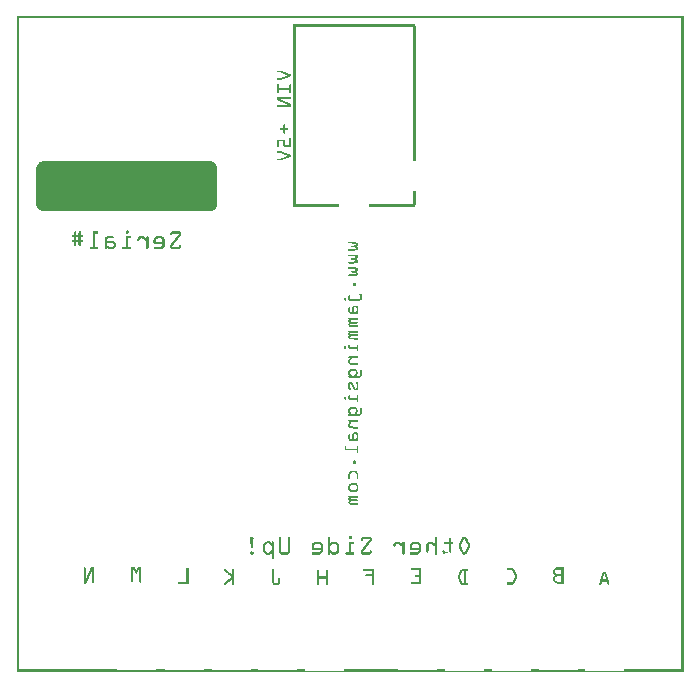
<source format=gbo>
G04 MADE WITH FRITZING*
G04 WWW.FRITZING.ORG*
G04 DOUBLE SIDED*
G04 HOLES PLATED*
G04 CONTOUR ON CENTER OF CONTOUR VECTOR*
%ASAXBY*%
%FSLAX23Y23*%
%MOIN*%
%OFA0B0*%
%SFA1.0B1.0*%
%ADD10R,0.001000X0.001000*%
%LNSILK0*%
G90*
G70*
G54D10*
X0Y2187D02*
X2223Y2187D01*
X0Y2186D02*
X2223Y2186D01*
X0Y2185D02*
X2223Y2185D01*
X0Y2184D02*
X2223Y2184D01*
X0Y2183D02*
X2223Y2183D01*
X0Y2182D02*
X2223Y2182D01*
X0Y2181D02*
X2223Y2181D01*
X0Y2180D02*
X2223Y2180D01*
X0Y2179D02*
X7Y2179D01*
X2216Y2179D02*
X2223Y2179D01*
X0Y2178D02*
X7Y2178D01*
X2216Y2178D02*
X2223Y2178D01*
X0Y2177D02*
X7Y2177D01*
X2216Y2177D02*
X2223Y2177D01*
X0Y2176D02*
X7Y2176D01*
X2216Y2176D02*
X2223Y2176D01*
X0Y2175D02*
X7Y2175D01*
X2216Y2175D02*
X2223Y2175D01*
X0Y2174D02*
X7Y2174D01*
X2216Y2174D02*
X2223Y2174D01*
X0Y2173D02*
X7Y2173D01*
X2216Y2173D02*
X2223Y2173D01*
X0Y2172D02*
X7Y2172D01*
X2216Y2172D02*
X2223Y2172D01*
X0Y2171D02*
X7Y2171D01*
X2216Y2171D02*
X2223Y2171D01*
X0Y2170D02*
X7Y2170D01*
X2216Y2170D02*
X2223Y2170D01*
X0Y2169D02*
X7Y2169D01*
X2216Y2169D02*
X2223Y2169D01*
X0Y2168D02*
X7Y2168D01*
X2216Y2168D02*
X2223Y2168D01*
X0Y2167D02*
X7Y2167D01*
X2216Y2167D02*
X2223Y2167D01*
X0Y2166D02*
X7Y2166D01*
X2216Y2166D02*
X2223Y2166D01*
X0Y2165D02*
X7Y2165D01*
X2216Y2165D02*
X2223Y2165D01*
X0Y2164D02*
X7Y2164D01*
X2216Y2164D02*
X2223Y2164D01*
X0Y2163D02*
X7Y2163D01*
X2216Y2163D02*
X2223Y2163D01*
X0Y2162D02*
X7Y2162D01*
X2216Y2162D02*
X2223Y2162D01*
X0Y2161D02*
X7Y2161D01*
X2216Y2161D02*
X2223Y2161D01*
X0Y2160D02*
X7Y2160D01*
X2216Y2160D02*
X2223Y2160D01*
X0Y2159D02*
X7Y2159D01*
X922Y2159D02*
X1326Y2159D01*
X2216Y2159D02*
X2223Y2159D01*
X0Y2158D02*
X7Y2158D01*
X921Y2158D02*
X1327Y2158D01*
X2216Y2158D02*
X2223Y2158D01*
X0Y2157D02*
X7Y2157D01*
X920Y2157D02*
X1328Y2157D01*
X2216Y2157D02*
X2223Y2157D01*
X0Y2156D02*
X7Y2156D01*
X920Y2156D02*
X1328Y2156D01*
X2216Y2156D02*
X2223Y2156D01*
X0Y2155D02*
X7Y2155D01*
X920Y2155D02*
X1328Y2155D01*
X2216Y2155D02*
X2223Y2155D01*
X0Y2154D02*
X7Y2154D01*
X920Y2154D02*
X1329Y2154D01*
X2216Y2154D02*
X2223Y2154D01*
X0Y2153D02*
X7Y2153D01*
X920Y2153D02*
X1329Y2153D01*
X2216Y2153D02*
X2223Y2153D01*
X0Y2152D02*
X7Y2152D01*
X920Y2152D02*
X1329Y2152D01*
X2216Y2152D02*
X2223Y2152D01*
X0Y2151D02*
X7Y2151D01*
X920Y2151D02*
X1329Y2151D01*
X2216Y2151D02*
X2223Y2151D01*
X0Y2150D02*
X7Y2150D01*
X920Y2150D02*
X1329Y2150D01*
X2216Y2150D02*
X2223Y2150D01*
X0Y2149D02*
X7Y2149D01*
X920Y2149D02*
X929Y2149D01*
X1320Y2149D02*
X1329Y2149D01*
X2216Y2149D02*
X2223Y2149D01*
X0Y2148D02*
X7Y2148D01*
X920Y2148D02*
X929Y2148D01*
X1320Y2148D02*
X1329Y2148D01*
X2216Y2148D02*
X2223Y2148D01*
X0Y2147D02*
X7Y2147D01*
X920Y2147D02*
X929Y2147D01*
X1320Y2147D02*
X1329Y2147D01*
X2216Y2147D02*
X2223Y2147D01*
X0Y2146D02*
X7Y2146D01*
X920Y2146D02*
X929Y2146D01*
X1320Y2146D02*
X1329Y2146D01*
X2216Y2146D02*
X2223Y2146D01*
X0Y2145D02*
X7Y2145D01*
X920Y2145D02*
X929Y2145D01*
X1320Y2145D02*
X1329Y2145D01*
X2216Y2145D02*
X2223Y2145D01*
X0Y2144D02*
X7Y2144D01*
X920Y2144D02*
X929Y2144D01*
X1320Y2144D02*
X1329Y2144D01*
X2216Y2144D02*
X2223Y2144D01*
X0Y2143D02*
X7Y2143D01*
X920Y2143D02*
X929Y2143D01*
X1320Y2143D02*
X1329Y2143D01*
X2216Y2143D02*
X2223Y2143D01*
X0Y2142D02*
X7Y2142D01*
X920Y2142D02*
X929Y2142D01*
X1320Y2142D02*
X1329Y2142D01*
X2216Y2142D02*
X2223Y2142D01*
X0Y2141D02*
X7Y2141D01*
X920Y2141D02*
X929Y2141D01*
X1320Y2141D02*
X1329Y2141D01*
X2216Y2141D02*
X2223Y2141D01*
X0Y2140D02*
X7Y2140D01*
X920Y2140D02*
X929Y2140D01*
X1320Y2140D02*
X1329Y2140D01*
X2216Y2140D02*
X2223Y2140D01*
X0Y2139D02*
X7Y2139D01*
X920Y2139D02*
X929Y2139D01*
X1320Y2139D02*
X1329Y2139D01*
X2216Y2139D02*
X2223Y2139D01*
X0Y2138D02*
X7Y2138D01*
X920Y2138D02*
X929Y2138D01*
X1320Y2138D02*
X1329Y2138D01*
X2216Y2138D02*
X2223Y2138D01*
X0Y2137D02*
X7Y2137D01*
X920Y2137D02*
X929Y2137D01*
X1320Y2137D02*
X1329Y2137D01*
X2216Y2137D02*
X2223Y2137D01*
X0Y2136D02*
X7Y2136D01*
X920Y2136D02*
X929Y2136D01*
X1320Y2136D02*
X1329Y2136D01*
X2216Y2136D02*
X2223Y2136D01*
X0Y2135D02*
X7Y2135D01*
X920Y2135D02*
X929Y2135D01*
X1320Y2135D02*
X1329Y2135D01*
X2216Y2135D02*
X2223Y2135D01*
X0Y2134D02*
X7Y2134D01*
X920Y2134D02*
X929Y2134D01*
X1320Y2134D02*
X1329Y2134D01*
X2216Y2134D02*
X2223Y2134D01*
X0Y2133D02*
X7Y2133D01*
X920Y2133D02*
X929Y2133D01*
X1320Y2133D02*
X1329Y2133D01*
X2216Y2133D02*
X2223Y2133D01*
X0Y2132D02*
X7Y2132D01*
X920Y2132D02*
X929Y2132D01*
X1320Y2132D02*
X1329Y2132D01*
X2216Y2132D02*
X2223Y2132D01*
X0Y2131D02*
X7Y2131D01*
X920Y2131D02*
X929Y2131D01*
X1320Y2131D02*
X1329Y2131D01*
X2216Y2131D02*
X2223Y2131D01*
X0Y2130D02*
X7Y2130D01*
X920Y2130D02*
X929Y2130D01*
X1320Y2130D02*
X1329Y2130D01*
X2216Y2130D02*
X2223Y2130D01*
X0Y2129D02*
X7Y2129D01*
X920Y2129D02*
X929Y2129D01*
X1320Y2129D02*
X1329Y2129D01*
X2216Y2129D02*
X2223Y2129D01*
X0Y2128D02*
X7Y2128D01*
X920Y2128D02*
X929Y2128D01*
X1320Y2128D02*
X1329Y2128D01*
X2216Y2128D02*
X2223Y2128D01*
X0Y2127D02*
X7Y2127D01*
X920Y2127D02*
X929Y2127D01*
X1320Y2127D02*
X1329Y2127D01*
X2216Y2127D02*
X2223Y2127D01*
X0Y2126D02*
X7Y2126D01*
X920Y2126D02*
X929Y2126D01*
X1320Y2126D02*
X1329Y2126D01*
X2216Y2126D02*
X2223Y2126D01*
X0Y2125D02*
X7Y2125D01*
X920Y2125D02*
X929Y2125D01*
X1320Y2125D02*
X1329Y2125D01*
X2216Y2125D02*
X2223Y2125D01*
X0Y2124D02*
X7Y2124D01*
X920Y2124D02*
X929Y2124D01*
X1320Y2124D02*
X1329Y2124D01*
X2216Y2124D02*
X2223Y2124D01*
X0Y2123D02*
X7Y2123D01*
X920Y2123D02*
X929Y2123D01*
X1320Y2123D02*
X1329Y2123D01*
X2216Y2123D02*
X2223Y2123D01*
X0Y2122D02*
X7Y2122D01*
X920Y2122D02*
X929Y2122D01*
X1320Y2122D02*
X1329Y2122D01*
X2216Y2122D02*
X2223Y2122D01*
X0Y2121D02*
X7Y2121D01*
X920Y2121D02*
X929Y2121D01*
X1320Y2121D02*
X1329Y2121D01*
X2216Y2121D02*
X2223Y2121D01*
X0Y2120D02*
X7Y2120D01*
X920Y2120D02*
X929Y2120D01*
X1320Y2120D02*
X1329Y2120D01*
X2216Y2120D02*
X2223Y2120D01*
X0Y2119D02*
X7Y2119D01*
X920Y2119D02*
X929Y2119D01*
X1320Y2119D02*
X1329Y2119D01*
X2216Y2119D02*
X2223Y2119D01*
X0Y2118D02*
X7Y2118D01*
X920Y2118D02*
X929Y2118D01*
X1320Y2118D02*
X1329Y2118D01*
X2216Y2118D02*
X2223Y2118D01*
X0Y2117D02*
X7Y2117D01*
X920Y2117D02*
X929Y2117D01*
X1320Y2117D02*
X1329Y2117D01*
X2216Y2117D02*
X2223Y2117D01*
X0Y2116D02*
X7Y2116D01*
X920Y2116D02*
X929Y2116D01*
X1320Y2116D02*
X1329Y2116D01*
X2216Y2116D02*
X2223Y2116D01*
X0Y2115D02*
X7Y2115D01*
X920Y2115D02*
X929Y2115D01*
X1320Y2115D02*
X1329Y2115D01*
X2216Y2115D02*
X2223Y2115D01*
X0Y2114D02*
X7Y2114D01*
X920Y2114D02*
X929Y2114D01*
X1320Y2114D02*
X1329Y2114D01*
X2216Y2114D02*
X2223Y2114D01*
X0Y2113D02*
X7Y2113D01*
X920Y2113D02*
X929Y2113D01*
X1320Y2113D02*
X1329Y2113D01*
X2216Y2113D02*
X2223Y2113D01*
X0Y2112D02*
X7Y2112D01*
X920Y2112D02*
X929Y2112D01*
X1320Y2112D02*
X1329Y2112D01*
X2216Y2112D02*
X2223Y2112D01*
X0Y2111D02*
X7Y2111D01*
X920Y2111D02*
X929Y2111D01*
X1320Y2111D02*
X1329Y2111D01*
X2216Y2111D02*
X2223Y2111D01*
X0Y2110D02*
X7Y2110D01*
X920Y2110D02*
X929Y2110D01*
X1320Y2110D02*
X1329Y2110D01*
X2216Y2110D02*
X2223Y2110D01*
X0Y2109D02*
X7Y2109D01*
X920Y2109D02*
X929Y2109D01*
X1320Y2109D02*
X1329Y2109D01*
X2216Y2109D02*
X2223Y2109D01*
X0Y2108D02*
X7Y2108D01*
X920Y2108D02*
X929Y2108D01*
X1320Y2108D02*
X1329Y2108D01*
X2216Y2108D02*
X2223Y2108D01*
X0Y2107D02*
X7Y2107D01*
X920Y2107D02*
X929Y2107D01*
X1320Y2107D02*
X1329Y2107D01*
X2216Y2107D02*
X2223Y2107D01*
X0Y2106D02*
X7Y2106D01*
X920Y2106D02*
X929Y2106D01*
X1320Y2106D02*
X1329Y2106D01*
X2216Y2106D02*
X2223Y2106D01*
X0Y2105D02*
X7Y2105D01*
X920Y2105D02*
X929Y2105D01*
X1320Y2105D02*
X1329Y2105D01*
X2216Y2105D02*
X2223Y2105D01*
X0Y2104D02*
X7Y2104D01*
X920Y2104D02*
X929Y2104D01*
X1320Y2104D02*
X1329Y2104D01*
X2216Y2104D02*
X2223Y2104D01*
X0Y2103D02*
X7Y2103D01*
X920Y2103D02*
X929Y2103D01*
X1320Y2103D02*
X1329Y2103D01*
X2216Y2103D02*
X2223Y2103D01*
X0Y2102D02*
X7Y2102D01*
X920Y2102D02*
X929Y2102D01*
X1320Y2102D02*
X1329Y2102D01*
X2216Y2102D02*
X2223Y2102D01*
X0Y2101D02*
X7Y2101D01*
X920Y2101D02*
X929Y2101D01*
X1320Y2101D02*
X1329Y2101D01*
X2216Y2101D02*
X2223Y2101D01*
X0Y2100D02*
X7Y2100D01*
X920Y2100D02*
X929Y2100D01*
X1320Y2100D02*
X1329Y2100D01*
X2216Y2100D02*
X2223Y2100D01*
X0Y2099D02*
X7Y2099D01*
X920Y2099D02*
X929Y2099D01*
X1320Y2099D02*
X1329Y2099D01*
X2216Y2099D02*
X2223Y2099D01*
X0Y2098D02*
X7Y2098D01*
X920Y2098D02*
X929Y2098D01*
X1320Y2098D02*
X1329Y2098D01*
X2216Y2098D02*
X2223Y2098D01*
X0Y2097D02*
X7Y2097D01*
X920Y2097D02*
X929Y2097D01*
X1320Y2097D02*
X1329Y2097D01*
X2216Y2097D02*
X2223Y2097D01*
X0Y2096D02*
X7Y2096D01*
X920Y2096D02*
X929Y2096D01*
X1320Y2096D02*
X1329Y2096D01*
X2216Y2096D02*
X2223Y2096D01*
X0Y2095D02*
X7Y2095D01*
X920Y2095D02*
X929Y2095D01*
X1320Y2095D02*
X1329Y2095D01*
X2216Y2095D02*
X2223Y2095D01*
X0Y2094D02*
X7Y2094D01*
X920Y2094D02*
X929Y2094D01*
X1320Y2094D02*
X1329Y2094D01*
X2216Y2094D02*
X2223Y2094D01*
X0Y2093D02*
X7Y2093D01*
X920Y2093D02*
X929Y2093D01*
X1320Y2093D02*
X1329Y2093D01*
X2216Y2093D02*
X2223Y2093D01*
X0Y2092D02*
X7Y2092D01*
X920Y2092D02*
X929Y2092D01*
X1320Y2092D02*
X1329Y2092D01*
X2216Y2092D02*
X2223Y2092D01*
X0Y2091D02*
X7Y2091D01*
X920Y2091D02*
X929Y2091D01*
X1320Y2091D02*
X1329Y2091D01*
X2216Y2091D02*
X2223Y2091D01*
X0Y2090D02*
X7Y2090D01*
X920Y2090D02*
X929Y2090D01*
X1320Y2090D02*
X1329Y2090D01*
X2216Y2090D02*
X2223Y2090D01*
X0Y2089D02*
X7Y2089D01*
X920Y2089D02*
X929Y2089D01*
X1320Y2089D02*
X1329Y2089D01*
X2216Y2089D02*
X2223Y2089D01*
X0Y2088D02*
X7Y2088D01*
X920Y2088D02*
X929Y2088D01*
X1320Y2088D02*
X1329Y2088D01*
X2216Y2088D02*
X2223Y2088D01*
X0Y2087D02*
X7Y2087D01*
X920Y2087D02*
X929Y2087D01*
X1320Y2087D02*
X1329Y2087D01*
X2216Y2087D02*
X2223Y2087D01*
X0Y2086D02*
X7Y2086D01*
X920Y2086D02*
X929Y2086D01*
X1320Y2086D02*
X1329Y2086D01*
X2216Y2086D02*
X2223Y2086D01*
X0Y2085D02*
X7Y2085D01*
X920Y2085D02*
X929Y2085D01*
X1320Y2085D02*
X1329Y2085D01*
X2216Y2085D02*
X2223Y2085D01*
X0Y2084D02*
X7Y2084D01*
X920Y2084D02*
X929Y2084D01*
X1320Y2084D02*
X1329Y2084D01*
X2216Y2084D02*
X2223Y2084D01*
X0Y2083D02*
X7Y2083D01*
X920Y2083D02*
X929Y2083D01*
X1320Y2083D02*
X1329Y2083D01*
X2216Y2083D02*
X2223Y2083D01*
X0Y2082D02*
X7Y2082D01*
X920Y2082D02*
X929Y2082D01*
X1320Y2082D02*
X1329Y2082D01*
X2216Y2082D02*
X2223Y2082D01*
X0Y2081D02*
X7Y2081D01*
X920Y2081D02*
X929Y2081D01*
X1320Y2081D02*
X1329Y2081D01*
X2216Y2081D02*
X2223Y2081D01*
X0Y2080D02*
X7Y2080D01*
X920Y2080D02*
X929Y2080D01*
X1320Y2080D02*
X1329Y2080D01*
X2216Y2080D02*
X2223Y2080D01*
X0Y2079D02*
X7Y2079D01*
X920Y2079D02*
X929Y2079D01*
X1320Y2079D02*
X1329Y2079D01*
X2216Y2079D02*
X2223Y2079D01*
X0Y2078D02*
X7Y2078D01*
X920Y2078D02*
X929Y2078D01*
X1320Y2078D02*
X1329Y2078D01*
X2216Y2078D02*
X2223Y2078D01*
X0Y2077D02*
X7Y2077D01*
X920Y2077D02*
X929Y2077D01*
X1320Y2077D02*
X1329Y2077D01*
X2216Y2077D02*
X2223Y2077D01*
X0Y2076D02*
X7Y2076D01*
X920Y2076D02*
X929Y2076D01*
X1320Y2076D02*
X1329Y2076D01*
X2216Y2076D02*
X2223Y2076D01*
X0Y2075D02*
X7Y2075D01*
X920Y2075D02*
X929Y2075D01*
X1320Y2075D02*
X1329Y2075D01*
X2216Y2075D02*
X2223Y2075D01*
X0Y2074D02*
X7Y2074D01*
X920Y2074D02*
X929Y2074D01*
X1320Y2074D02*
X1329Y2074D01*
X2216Y2074D02*
X2223Y2074D01*
X0Y2073D02*
X7Y2073D01*
X920Y2073D02*
X929Y2073D01*
X1320Y2073D02*
X1329Y2073D01*
X2216Y2073D02*
X2223Y2073D01*
X0Y2072D02*
X7Y2072D01*
X920Y2072D02*
X929Y2072D01*
X1320Y2072D02*
X1329Y2072D01*
X2216Y2072D02*
X2223Y2072D01*
X0Y2071D02*
X7Y2071D01*
X920Y2071D02*
X929Y2071D01*
X1320Y2071D02*
X1329Y2071D01*
X2216Y2071D02*
X2223Y2071D01*
X0Y2070D02*
X7Y2070D01*
X920Y2070D02*
X929Y2070D01*
X1320Y2070D02*
X1329Y2070D01*
X2216Y2070D02*
X2223Y2070D01*
X0Y2069D02*
X7Y2069D01*
X920Y2069D02*
X929Y2069D01*
X1320Y2069D02*
X1329Y2069D01*
X2216Y2069D02*
X2223Y2069D01*
X0Y2068D02*
X7Y2068D01*
X920Y2068D02*
X929Y2068D01*
X1320Y2068D02*
X1329Y2068D01*
X2216Y2068D02*
X2223Y2068D01*
X0Y2067D02*
X7Y2067D01*
X920Y2067D02*
X929Y2067D01*
X1320Y2067D02*
X1329Y2067D01*
X2216Y2067D02*
X2223Y2067D01*
X0Y2066D02*
X7Y2066D01*
X920Y2066D02*
X929Y2066D01*
X1320Y2066D02*
X1329Y2066D01*
X2216Y2066D02*
X2223Y2066D01*
X0Y2065D02*
X7Y2065D01*
X920Y2065D02*
X929Y2065D01*
X1320Y2065D02*
X1329Y2065D01*
X2216Y2065D02*
X2223Y2065D01*
X0Y2064D02*
X7Y2064D01*
X920Y2064D02*
X929Y2064D01*
X1320Y2064D02*
X1329Y2064D01*
X2216Y2064D02*
X2223Y2064D01*
X0Y2063D02*
X7Y2063D01*
X920Y2063D02*
X929Y2063D01*
X1320Y2063D02*
X1329Y2063D01*
X2216Y2063D02*
X2223Y2063D01*
X0Y2062D02*
X7Y2062D01*
X920Y2062D02*
X929Y2062D01*
X1320Y2062D02*
X1329Y2062D01*
X2216Y2062D02*
X2223Y2062D01*
X0Y2061D02*
X7Y2061D01*
X920Y2061D02*
X929Y2061D01*
X1320Y2061D02*
X1329Y2061D01*
X2216Y2061D02*
X2223Y2061D01*
X0Y2060D02*
X7Y2060D01*
X920Y2060D02*
X929Y2060D01*
X1320Y2060D02*
X1329Y2060D01*
X2216Y2060D02*
X2223Y2060D01*
X0Y2059D02*
X7Y2059D01*
X920Y2059D02*
X929Y2059D01*
X1320Y2059D02*
X1329Y2059D01*
X2216Y2059D02*
X2223Y2059D01*
X0Y2058D02*
X7Y2058D01*
X920Y2058D02*
X929Y2058D01*
X1320Y2058D02*
X1329Y2058D01*
X2216Y2058D02*
X2223Y2058D01*
X0Y2057D02*
X7Y2057D01*
X920Y2057D02*
X929Y2057D01*
X1320Y2057D02*
X1329Y2057D01*
X2216Y2057D02*
X2223Y2057D01*
X0Y2056D02*
X7Y2056D01*
X920Y2056D02*
X929Y2056D01*
X1320Y2056D02*
X1329Y2056D01*
X2216Y2056D02*
X2223Y2056D01*
X0Y2055D02*
X7Y2055D01*
X920Y2055D02*
X929Y2055D01*
X1320Y2055D02*
X1329Y2055D01*
X2216Y2055D02*
X2223Y2055D01*
X0Y2054D02*
X7Y2054D01*
X920Y2054D02*
X929Y2054D01*
X1320Y2054D02*
X1329Y2054D01*
X2216Y2054D02*
X2223Y2054D01*
X0Y2053D02*
X7Y2053D01*
X920Y2053D02*
X929Y2053D01*
X1320Y2053D02*
X1329Y2053D01*
X2216Y2053D02*
X2223Y2053D01*
X0Y2052D02*
X7Y2052D01*
X920Y2052D02*
X929Y2052D01*
X1320Y2052D02*
X1329Y2052D01*
X2216Y2052D02*
X2223Y2052D01*
X0Y2051D02*
X7Y2051D01*
X920Y2051D02*
X929Y2051D01*
X1320Y2051D02*
X1329Y2051D01*
X2216Y2051D02*
X2223Y2051D01*
X0Y2050D02*
X7Y2050D01*
X920Y2050D02*
X929Y2050D01*
X1320Y2050D02*
X1329Y2050D01*
X2216Y2050D02*
X2223Y2050D01*
X0Y2049D02*
X7Y2049D01*
X920Y2049D02*
X929Y2049D01*
X1320Y2049D02*
X1329Y2049D01*
X2216Y2049D02*
X2223Y2049D01*
X0Y2048D02*
X7Y2048D01*
X920Y2048D02*
X929Y2048D01*
X1320Y2048D02*
X1329Y2048D01*
X2216Y2048D02*
X2223Y2048D01*
X0Y2047D02*
X7Y2047D01*
X920Y2047D02*
X929Y2047D01*
X1320Y2047D02*
X1329Y2047D01*
X2216Y2047D02*
X2223Y2047D01*
X0Y2046D02*
X7Y2046D01*
X920Y2046D02*
X929Y2046D01*
X1320Y2046D02*
X1329Y2046D01*
X2216Y2046D02*
X2223Y2046D01*
X0Y2045D02*
X7Y2045D01*
X920Y2045D02*
X929Y2045D01*
X1320Y2045D02*
X1329Y2045D01*
X2216Y2045D02*
X2223Y2045D01*
X0Y2044D02*
X7Y2044D01*
X920Y2044D02*
X929Y2044D01*
X1320Y2044D02*
X1329Y2044D01*
X2216Y2044D02*
X2223Y2044D01*
X0Y2043D02*
X7Y2043D01*
X920Y2043D02*
X929Y2043D01*
X1320Y2043D02*
X1329Y2043D01*
X2216Y2043D02*
X2223Y2043D01*
X0Y2042D02*
X7Y2042D01*
X920Y2042D02*
X929Y2042D01*
X1320Y2042D02*
X1329Y2042D01*
X2216Y2042D02*
X2223Y2042D01*
X0Y2041D02*
X7Y2041D01*
X920Y2041D02*
X929Y2041D01*
X1320Y2041D02*
X1329Y2041D01*
X2216Y2041D02*
X2223Y2041D01*
X0Y2040D02*
X7Y2040D01*
X920Y2040D02*
X929Y2040D01*
X1320Y2040D02*
X1329Y2040D01*
X2216Y2040D02*
X2223Y2040D01*
X0Y2039D02*
X7Y2039D01*
X920Y2039D02*
X929Y2039D01*
X1320Y2039D02*
X1329Y2039D01*
X2216Y2039D02*
X2223Y2039D01*
X0Y2038D02*
X7Y2038D01*
X920Y2038D02*
X929Y2038D01*
X1320Y2038D02*
X1329Y2038D01*
X2216Y2038D02*
X2223Y2038D01*
X0Y2037D02*
X7Y2037D01*
X920Y2037D02*
X929Y2037D01*
X1320Y2037D02*
X1329Y2037D01*
X2216Y2037D02*
X2223Y2037D01*
X0Y2036D02*
X7Y2036D01*
X920Y2036D02*
X929Y2036D01*
X1320Y2036D02*
X1329Y2036D01*
X2216Y2036D02*
X2223Y2036D01*
X0Y2035D02*
X7Y2035D01*
X920Y2035D02*
X929Y2035D01*
X1320Y2035D02*
X1329Y2035D01*
X2216Y2035D02*
X2223Y2035D01*
X0Y2034D02*
X7Y2034D01*
X920Y2034D02*
X929Y2034D01*
X1320Y2034D02*
X1329Y2034D01*
X2216Y2034D02*
X2223Y2034D01*
X0Y2033D02*
X7Y2033D01*
X920Y2033D02*
X929Y2033D01*
X1320Y2033D02*
X1329Y2033D01*
X2216Y2033D02*
X2223Y2033D01*
X0Y2032D02*
X7Y2032D01*
X920Y2032D02*
X929Y2032D01*
X1320Y2032D02*
X1329Y2032D01*
X2216Y2032D02*
X2223Y2032D01*
X0Y2031D02*
X7Y2031D01*
X920Y2031D02*
X929Y2031D01*
X1320Y2031D02*
X1329Y2031D01*
X2216Y2031D02*
X2223Y2031D01*
X0Y2030D02*
X7Y2030D01*
X920Y2030D02*
X929Y2030D01*
X1320Y2030D02*
X1329Y2030D01*
X2216Y2030D02*
X2223Y2030D01*
X0Y2029D02*
X7Y2029D01*
X920Y2029D02*
X929Y2029D01*
X1320Y2029D02*
X1329Y2029D01*
X2216Y2029D02*
X2223Y2029D01*
X0Y2028D02*
X7Y2028D01*
X920Y2028D02*
X929Y2028D01*
X1320Y2028D02*
X1329Y2028D01*
X2216Y2028D02*
X2223Y2028D01*
X0Y2027D02*
X7Y2027D01*
X920Y2027D02*
X929Y2027D01*
X1320Y2027D02*
X1329Y2027D01*
X2216Y2027D02*
X2223Y2027D01*
X0Y2026D02*
X7Y2026D01*
X920Y2026D02*
X929Y2026D01*
X1320Y2026D02*
X1329Y2026D01*
X2216Y2026D02*
X2223Y2026D01*
X0Y2025D02*
X7Y2025D01*
X920Y2025D02*
X929Y2025D01*
X1320Y2025D02*
X1329Y2025D01*
X2216Y2025D02*
X2223Y2025D01*
X0Y2024D02*
X7Y2024D01*
X920Y2024D02*
X929Y2024D01*
X1320Y2024D02*
X1329Y2024D01*
X2216Y2024D02*
X2223Y2024D01*
X0Y2023D02*
X7Y2023D01*
X920Y2023D02*
X929Y2023D01*
X1320Y2023D02*
X1329Y2023D01*
X2216Y2023D02*
X2223Y2023D01*
X0Y2022D02*
X7Y2022D01*
X920Y2022D02*
X929Y2022D01*
X1320Y2022D02*
X1329Y2022D01*
X2216Y2022D02*
X2223Y2022D01*
X0Y2021D02*
X7Y2021D01*
X920Y2021D02*
X929Y2021D01*
X1320Y2021D02*
X1329Y2021D01*
X2216Y2021D02*
X2223Y2021D01*
X0Y2020D02*
X7Y2020D01*
X920Y2020D02*
X929Y2020D01*
X1320Y2020D02*
X1329Y2020D01*
X2216Y2020D02*
X2223Y2020D01*
X0Y2019D02*
X7Y2019D01*
X920Y2019D02*
X929Y2019D01*
X1320Y2019D02*
X1329Y2019D01*
X2216Y2019D02*
X2223Y2019D01*
X0Y2018D02*
X7Y2018D01*
X920Y2018D02*
X929Y2018D01*
X1320Y2018D02*
X1329Y2018D01*
X2216Y2018D02*
X2223Y2018D01*
X0Y2017D02*
X7Y2017D01*
X920Y2017D02*
X929Y2017D01*
X1320Y2017D02*
X1329Y2017D01*
X2216Y2017D02*
X2223Y2017D01*
X0Y2016D02*
X7Y2016D01*
X920Y2016D02*
X929Y2016D01*
X1320Y2016D02*
X1329Y2016D01*
X2216Y2016D02*
X2223Y2016D01*
X0Y2015D02*
X7Y2015D01*
X920Y2015D02*
X929Y2015D01*
X1320Y2015D02*
X1329Y2015D01*
X2216Y2015D02*
X2223Y2015D01*
X0Y2014D02*
X7Y2014D01*
X920Y2014D02*
X929Y2014D01*
X1320Y2014D02*
X1329Y2014D01*
X2216Y2014D02*
X2223Y2014D01*
X0Y2013D02*
X7Y2013D01*
X920Y2013D02*
X929Y2013D01*
X1320Y2013D02*
X1329Y2013D01*
X2216Y2013D02*
X2223Y2013D01*
X0Y2012D02*
X7Y2012D01*
X920Y2012D02*
X929Y2012D01*
X1320Y2012D02*
X1329Y2012D01*
X2216Y2012D02*
X2223Y2012D01*
X0Y2011D02*
X7Y2011D01*
X920Y2011D02*
X929Y2011D01*
X1320Y2011D02*
X1329Y2011D01*
X2216Y2011D02*
X2223Y2011D01*
X0Y2010D02*
X7Y2010D01*
X920Y2010D02*
X929Y2010D01*
X1320Y2010D02*
X1329Y2010D01*
X2216Y2010D02*
X2223Y2010D01*
X0Y2009D02*
X7Y2009D01*
X920Y2009D02*
X929Y2009D01*
X1320Y2009D02*
X1329Y2009D01*
X2216Y2009D02*
X2223Y2009D01*
X0Y2008D02*
X7Y2008D01*
X920Y2008D02*
X929Y2008D01*
X1320Y2008D02*
X1329Y2008D01*
X2216Y2008D02*
X2223Y2008D01*
X0Y2007D02*
X7Y2007D01*
X920Y2007D02*
X929Y2007D01*
X1320Y2007D02*
X1329Y2007D01*
X2216Y2007D02*
X2223Y2007D01*
X0Y2006D02*
X7Y2006D01*
X920Y2006D02*
X929Y2006D01*
X1320Y2006D02*
X1329Y2006D01*
X2216Y2006D02*
X2223Y2006D01*
X0Y2005D02*
X7Y2005D01*
X920Y2005D02*
X929Y2005D01*
X1320Y2005D02*
X1329Y2005D01*
X2216Y2005D02*
X2223Y2005D01*
X0Y2004D02*
X7Y2004D01*
X868Y2004D02*
X882Y2004D01*
X920Y2004D02*
X929Y2004D01*
X1320Y2004D02*
X1329Y2004D01*
X2216Y2004D02*
X2223Y2004D01*
X0Y2003D02*
X7Y2003D01*
X868Y2003D02*
X885Y2003D01*
X920Y2003D02*
X929Y2003D01*
X1320Y2003D02*
X1329Y2003D01*
X2216Y2003D02*
X2223Y2003D01*
X0Y2002D02*
X7Y2002D01*
X867Y2002D02*
X887Y2002D01*
X920Y2002D02*
X929Y2002D01*
X1320Y2002D02*
X1329Y2002D01*
X2216Y2002D02*
X2223Y2002D01*
X0Y2001D02*
X7Y2001D01*
X867Y2001D02*
X890Y2001D01*
X920Y2001D02*
X929Y2001D01*
X1320Y2001D02*
X1329Y2001D01*
X2216Y2001D02*
X2223Y2001D01*
X0Y2000D02*
X7Y2000D01*
X868Y2000D02*
X892Y2000D01*
X920Y2000D02*
X929Y2000D01*
X1320Y2000D02*
X1329Y2000D01*
X2216Y2000D02*
X2223Y2000D01*
X0Y1999D02*
X7Y1999D01*
X868Y1999D02*
X895Y1999D01*
X920Y1999D02*
X929Y1999D01*
X1320Y1999D02*
X1329Y1999D01*
X2216Y1999D02*
X2223Y1999D01*
X0Y1998D02*
X7Y1998D01*
X881Y1998D02*
X897Y1998D01*
X920Y1998D02*
X929Y1998D01*
X1320Y1998D02*
X1329Y1998D01*
X2216Y1998D02*
X2223Y1998D01*
X0Y1997D02*
X7Y1997D01*
X884Y1997D02*
X900Y1997D01*
X920Y1997D02*
X929Y1997D01*
X1320Y1997D02*
X1329Y1997D01*
X2216Y1997D02*
X2223Y1997D01*
X0Y1996D02*
X7Y1996D01*
X886Y1996D02*
X903Y1996D01*
X920Y1996D02*
X929Y1996D01*
X1320Y1996D02*
X1329Y1996D01*
X2216Y1996D02*
X2223Y1996D01*
X0Y1995D02*
X7Y1995D01*
X889Y1995D02*
X905Y1995D01*
X920Y1995D02*
X929Y1995D01*
X1320Y1995D02*
X1329Y1995D01*
X2216Y1995D02*
X2223Y1995D01*
X0Y1994D02*
X7Y1994D01*
X891Y1994D02*
X908Y1994D01*
X920Y1994D02*
X929Y1994D01*
X1320Y1994D02*
X1329Y1994D01*
X2216Y1994D02*
X2223Y1994D01*
X0Y1993D02*
X7Y1993D01*
X894Y1993D02*
X910Y1993D01*
X920Y1993D02*
X929Y1993D01*
X1320Y1993D02*
X1329Y1993D01*
X2216Y1993D02*
X2223Y1993D01*
X0Y1992D02*
X7Y1992D01*
X896Y1992D02*
X913Y1992D01*
X920Y1992D02*
X929Y1992D01*
X1320Y1992D02*
X1329Y1992D01*
X2216Y1992D02*
X2223Y1992D01*
X0Y1991D02*
X7Y1991D01*
X899Y1991D02*
X914Y1991D01*
X920Y1991D02*
X929Y1991D01*
X1320Y1991D02*
X1329Y1991D01*
X2216Y1991D02*
X2223Y1991D01*
X0Y1990D02*
X7Y1990D01*
X901Y1990D02*
X914Y1990D01*
X920Y1990D02*
X929Y1990D01*
X1320Y1990D02*
X1329Y1990D01*
X2216Y1990D02*
X2223Y1990D01*
X0Y1989D02*
X7Y1989D01*
X903Y1989D02*
X915Y1989D01*
X920Y1989D02*
X929Y1989D01*
X1320Y1989D02*
X1329Y1989D01*
X2216Y1989D02*
X2223Y1989D01*
X0Y1988D02*
X7Y1988D01*
X901Y1988D02*
X914Y1988D01*
X920Y1988D02*
X929Y1988D01*
X1320Y1988D02*
X1329Y1988D01*
X2216Y1988D02*
X2223Y1988D01*
X0Y1987D02*
X7Y1987D01*
X898Y1987D02*
X914Y1987D01*
X920Y1987D02*
X929Y1987D01*
X1320Y1987D02*
X1329Y1987D01*
X2216Y1987D02*
X2223Y1987D01*
X0Y1986D02*
X7Y1986D01*
X896Y1986D02*
X912Y1986D01*
X920Y1986D02*
X929Y1986D01*
X1320Y1986D02*
X1329Y1986D01*
X2216Y1986D02*
X2223Y1986D01*
X0Y1985D02*
X7Y1985D01*
X893Y1985D02*
X910Y1985D01*
X920Y1985D02*
X929Y1985D01*
X1320Y1985D02*
X1329Y1985D01*
X2216Y1985D02*
X2223Y1985D01*
X0Y1984D02*
X7Y1984D01*
X891Y1984D02*
X907Y1984D01*
X920Y1984D02*
X929Y1984D01*
X1320Y1984D02*
X1329Y1984D01*
X2216Y1984D02*
X2223Y1984D01*
X0Y1983D02*
X7Y1983D01*
X888Y1983D02*
X904Y1983D01*
X920Y1983D02*
X929Y1983D01*
X1320Y1983D02*
X1329Y1983D01*
X2216Y1983D02*
X2223Y1983D01*
X0Y1982D02*
X7Y1982D01*
X886Y1982D02*
X902Y1982D01*
X920Y1982D02*
X929Y1982D01*
X1320Y1982D02*
X1329Y1982D01*
X2216Y1982D02*
X2223Y1982D01*
X0Y1981D02*
X7Y1981D01*
X883Y1981D02*
X899Y1981D01*
X920Y1981D02*
X929Y1981D01*
X1320Y1981D02*
X1329Y1981D01*
X2216Y1981D02*
X2223Y1981D01*
X0Y1980D02*
X7Y1980D01*
X880Y1980D02*
X897Y1980D01*
X920Y1980D02*
X929Y1980D01*
X1320Y1980D02*
X1329Y1980D01*
X2216Y1980D02*
X2223Y1980D01*
X0Y1979D02*
X7Y1979D01*
X868Y1979D02*
X894Y1979D01*
X920Y1979D02*
X929Y1979D01*
X1320Y1979D02*
X1329Y1979D01*
X2216Y1979D02*
X2223Y1979D01*
X0Y1978D02*
X7Y1978D01*
X867Y1978D02*
X892Y1978D01*
X920Y1978D02*
X929Y1978D01*
X1320Y1978D02*
X1329Y1978D01*
X2216Y1978D02*
X2223Y1978D01*
X0Y1977D02*
X7Y1977D01*
X867Y1977D02*
X889Y1977D01*
X920Y1977D02*
X929Y1977D01*
X1320Y1977D02*
X1329Y1977D01*
X2216Y1977D02*
X2223Y1977D01*
X0Y1976D02*
X7Y1976D01*
X867Y1976D02*
X886Y1976D01*
X920Y1976D02*
X929Y1976D01*
X1320Y1976D02*
X1329Y1976D01*
X2216Y1976D02*
X2223Y1976D01*
X0Y1975D02*
X7Y1975D01*
X868Y1975D02*
X884Y1975D01*
X920Y1975D02*
X929Y1975D01*
X1320Y1975D02*
X1329Y1975D01*
X2216Y1975D02*
X2223Y1975D01*
X0Y1974D02*
X7Y1974D01*
X869Y1974D02*
X881Y1974D01*
X920Y1974D02*
X929Y1974D01*
X1320Y1974D02*
X1329Y1974D01*
X2216Y1974D02*
X2223Y1974D01*
X0Y1973D02*
X7Y1973D01*
X920Y1973D02*
X929Y1973D01*
X1320Y1973D02*
X1329Y1973D01*
X2216Y1973D02*
X2223Y1973D01*
X0Y1972D02*
X7Y1972D01*
X920Y1972D02*
X929Y1972D01*
X1320Y1972D02*
X1329Y1972D01*
X2216Y1972D02*
X2223Y1972D01*
X0Y1971D02*
X7Y1971D01*
X920Y1971D02*
X929Y1971D01*
X1320Y1971D02*
X1329Y1971D01*
X2216Y1971D02*
X2223Y1971D01*
X0Y1970D02*
X7Y1970D01*
X920Y1970D02*
X929Y1970D01*
X1320Y1970D02*
X1329Y1970D01*
X2216Y1970D02*
X2223Y1970D01*
X0Y1969D02*
X7Y1969D01*
X920Y1969D02*
X929Y1969D01*
X1320Y1969D02*
X1329Y1969D01*
X2216Y1969D02*
X2223Y1969D01*
X0Y1968D02*
X7Y1968D01*
X920Y1968D02*
X929Y1968D01*
X1320Y1968D02*
X1329Y1968D01*
X2216Y1968D02*
X2223Y1968D01*
X0Y1967D02*
X7Y1967D01*
X920Y1967D02*
X929Y1967D01*
X1320Y1967D02*
X1329Y1967D01*
X2216Y1967D02*
X2223Y1967D01*
X0Y1966D02*
X7Y1966D01*
X920Y1966D02*
X929Y1966D01*
X1320Y1966D02*
X1329Y1966D01*
X2216Y1966D02*
X2223Y1966D01*
X0Y1965D02*
X7Y1965D01*
X920Y1965D02*
X929Y1965D01*
X1320Y1965D02*
X1329Y1965D01*
X2216Y1965D02*
X2223Y1965D01*
X0Y1964D02*
X7Y1964D01*
X920Y1964D02*
X929Y1964D01*
X1320Y1964D02*
X1329Y1964D01*
X2216Y1964D02*
X2223Y1964D01*
X0Y1963D02*
X7Y1963D01*
X920Y1963D02*
X929Y1963D01*
X1320Y1963D02*
X1329Y1963D01*
X2216Y1963D02*
X2223Y1963D01*
X0Y1962D02*
X7Y1962D01*
X920Y1962D02*
X929Y1962D01*
X1320Y1962D02*
X1329Y1962D01*
X2216Y1962D02*
X2223Y1962D01*
X0Y1961D02*
X7Y1961D01*
X920Y1961D02*
X929Y1961D01*
X1320Y1961D02*
X1329Y1961D01*
X2216Y1961D02*
X2223Y1961D01*
X0Y1960D02*
X7Y1960D01*
X920Y1960D02*
X929Y1960D01*
X1320Y1960D02*
X1329Y1960D01*
X2216Y1960D02*
X2223Y1960D01*
X0Y1959D02*
X7Y1959D01*
X868Y1959D02*
X871Y1959D01*
X910Y1959D02*
X913Y1959D01*
X920Y1959D02*
X929Y1959D01*
X1320Y1959D02*
X1329Y1959D01*
X2216Y1959D02*
X2223Y1959D01*
X0Y1958D02*
X7Y1958D01*
X867Y1958D02*
X872Y1958D01*
X910Y1958D02*
X914Y1958D01*
X920Y1958D02*
X929Y1958D01*
X1320Y1958D02*
X1329Y1958D01*
X2216Y1958D02*
X2223Y1958D01*
X0Y1957D02*
X7Y1957D01*
X867Y1957D02*
X872Y1957D01*
X909Y1957D02*
X915Y1957D01*
X920Y1957D02*
X929Y1957D01*
X1320Y1957D02*
X1329Y1957D01*
X2216Y1957D02*
X2223Y1957D01*
X0Y1956D02*
X7Y1956D01*
X867Y1956D02*
X872Y1956D01*
X909Y1956D02*
X915Y1956D01*
X920Y1956D02*
X929Y1956D01*
X1320Y1956D02*
X1329Y1956D01*
X2216Y1956D02*
X2223Y1956D01*
X0Y1955D02*
X7Y1955D01*
X867Y1955D02*
X872Y1955D01*
X909Y1955D02*
X915Y1955D01*
X920Y1955D02*
X929Y1955D01*
X1320Y1955D02*
X1329Y1955D01*
X2216Y1955D02*
X2223Y1955D01*
X0Y1954D02*
X7Y1954D01*
X867Y1954D02*
X872Y1954D01*
X909Y1954D02*
X915Y1954D01*
X920Y1954D02*
X929Y1954D01*
X1320Y1954D02*
X1329Y1954D01*
X2216Y1954D02*
X2223Y1954D01*
X0Y1953D02*
X7Y1953D01*
X867Y1953D02*
X872Y1953D01*
X909Y1953D02*
X915Y1953D01*
X920Y1953D02*
X929Y1953D01*
X1320Y1953D02*
X1329Y1953D01*
X2216Y1953D02*
X2223Y1953D01*
X0Y1952D02*
X7Y1952D01*
X867Y1952D02*
X872Y1952D01*
X909Y1952D02*
X915Y1952D01*
X920Y1952D02*
X929Y1952D01*
X1320Y1952D02*
X1329Y1952D01*
X2216Y1952D02*
X2223Y1952D01*
X0Y1951D02*
X7Y1951D01*
X867Y1951D02*
X872Y1951D01*
X909Y1951D02*
X915Y1951D01*
X920Y1951D02*
X929Y1951D01*
X1320Y1951D02*
X1329Y1951D01*
X2216Y1951D02*
X2223Y1951D01*
X0Y1950D02*
X7Y1950D01*
X867Y1950D02*
X872Y1950D01*
X909Y1950D02*
X915Y1950D01*
X920Y1950D02*
X929Y1950D01*
X1320Y1950D02*
X1329Y1950D01*
X2216Y1950D02*
X2223Y1950D01*
X0Y1949D02*
X7Y1949D01*
X867Y1949D02*
X872Y1949D01*
X909Y1949D02*
X915Y1949D01*
X920Y1949D02*
X929Y1949D01*
X1320Y1949D02*
X1329Y1949D01*
X2216Y1949D02*
X2223Y1949D01*
X0Y1948D02*
X7Y1948D01*
X867Y1948D02*
X872Y1948D01*
X909Y1948D02*
X915Y1948D01*
X920Y1948D02*
X929Y1948D01*
X1320Y1948D02*
X1329Y1948D01*
X2216Y1948D02*
X2223Y1948D01*
X0Y1947D02*
X7Y1947D01*
X867Y1947D02*
X915Y1947D01*
X920Y1947D02*
X929Y1947D01*
X1320Y1947D02*
X1329Y1947D01*
X2216Y1947D02*
X2223Y1947D01*
X0Y1946D02*
X7Y1946D01*
X867Y1946D02*
X915Y1946D01*
X920Y1946D02*
X929Y1946D01*
X1320Y1946D02*
X1329Y1946D01*
X2216Y1946D02*
X2223Y1946D01*
X0Y1945D02*
X7Y1945D01*
X867Y1945D02*
X915Y1945D01*
X920Y1945D02*
X929Y1945D01*
X1320Y1945D02*
X1329Y1945D01*
X2216Y1945D02*
X2223Y1945D01*
X0Y1944D02*
X7Y1944D01*
X867Y1944D02*
X915Y1944D01*
X920Y1944D02*
X929Y1944D01*
X1320Y1944D02*
X1329Y1944D01*
X2216Y1944D02*
X2223Y1944D01*
X0Y1943D02*
X7Y1943D01*
X867Y1943D02*
X915Y1943D01*
X920Y1943D02*
X929Y1943D01*
X1320Y1943D02*
X1329Y1943D01*
X2216Y1943D02*
X2223Y1943D01*
X0Y1942D02*
X7Y1942D01*
X867Y1942D02*
X915Y1942D01*
X920Y1942D02*
X929Y1942D01*
X1320Y1942D02*
X1329Y1942D01*
X2216Y1942D02*
X2223Y1942D01*
X0Y1941D02*
X7Y1941D01*
X867Y1941D02*
X873Y1941D01*
X909Y1941D02*
X915Y1941D01*
X920Y1941D02*
X929Y1941D01*
X1320Y1941D02*
X1329Y1941D01*
X2216Y1941D02*
X2223Y1941D01*
X0Y1940D02*
X7Y1940D01*
X867Y1940D02*
X872Y1940D01*
X909Y1940D02*
X915Y1940D01*
X920Y1940D02*
X929Y1940D01*
X1320Y1940D02*
X1329Y1940D01*
X2216Y1940D02*
X2223Y1940D01*
X0Y1939D02*
X7Y1939D01*
X867Y1939D02*
X872Y1939D01*
X909Y1939D02*
X915Y1939D01*
X920Y1939D02*
X929Y1939D01*
X1320Y1939D02*
X1329Y1939D01*
X2216Y1939D02*
X2223Y1939D01*
X0Y1938D02*
X7Y1938D01*
X867Y1938D02*
X872Y1938D01*
X909Y1938D02*
X915Y1938D01*
X920Y1938D02*
X929Y1938D01*
X1320Y1938D02*
X1329Y1938D01*
X2216Y1938D02*
X2223Y1938D01*
X0Y1937D02*
X7Y1937D01*
X867Y1937D02*
X872Y1937D01*
X909Y1937D02*
X915Y1937D01*
X920Y1937D02*
X929Y1937D01*
X1320Y1937D02*
X1329Y1937D01*
X2216Y1937D02*
X2223Y1937D01*
X0Y1936D02*
X7Y1936D01*
X867Y1936D02*
X872Y1936D01*
X909Y1936D02*
X915Y1936D01*
X920Y1936D02*
X929Y1936D01*
X1320Y1936D02*
X1329Y1936D01*
X2216Y1936D02*
X2223Y1936D01*
X0Y1935D02*
X7Y1935D01*
X867Y1935D02*
X872Y1935D01*
X909Y1935D02*
X915Y1935D01*
X920Y1935D02*
X929Y1935D01*
X1320Y1935D02*
X1329Y1935D01*
X2216Y1935D02*
X2223Y1935D01*
X0Y1934D02*
X7Y1934D01*
X867Y1934D02*
X872Y1934D01*
X909Y1934D02*
X915Y1934D01*
X920Y1934D02*
X929Y1934D01*
X1320Y1934D02*
X1329Y1934D01*
X2216Y1934D02*
X2223Y1934D01*
X0Y1933D02*
X7Y1933D01*
X867Y1933D02*
X872Y1933D01*
X909Y1933D02*
X915Y1933D01*
X920Y1933D02*
X929Y1933D01*
X1320Y1933D02*
X1329Y1933D01*
X2216Y1933D02*
X2223Y1933D01*
X0Y1932D02*
X7Y1932D01*
X867Y1932D02*
X872Y1932D01*
X909Y1932D02*
X915Y1932D01*
X920Y1932D02*
X929Y1932D01*
X1320Y1932D02*
X1329Y1932D01*
X2216Y1932D02*
X2223Y1932D01*
X0Y1931D02*
X7Y1931D01*
X867Y1931D02*
X872Y1931D01*
X910Y1931D02*
X914Y1931D01*
X920Y1931D02*
X929Y1931D01*
X1320Y1931D02*
X1329Y1931D01*
X2216Y1931D02*
X2223Y1931D01*
X0Y1930D02*
X7Y1930D01*
X868Y1930D02*
X872Y1930D01*
X910Y1930D02*
X914Y1930D01*
X920Y1930D02*
X929Y1930D01*
X1320Y1930D02*
X1329Y1930D01*
X2216Y1930D02*
X2223Y1930D01*
X0Y1929D02*
X7Y1929D01*
X870Y1929D02*
X870Y1929D01*
X912Y1929D02*
X912Y1929D01*
X920Y1929D02*
X929Y1929D01*
X1320Y1929D02*
X1329Y1929D01*
X2216Y1929D02*
X2223Y1929D01*
X0Y1928D02*
X7Y1928D01*
X920Y1928D02*
X929Y1928D01*
X1320Y1928D02*
X1329Y1928D01*
X2216Y1928D02*
X2223Y1928D01*
X0Y1927D02*
X7Y1927D01*
X920Y1927D02*
X929Y1927D01*
X1320Y1927D02*
X1329Y1927D01*
X2216Y1927D02*
X2223Y1927D01*
X0Y1926D02*
X7Y1926D01*
X920Y1926D02*
X929Y1926D01*
X1320Y1926D02*
X1329Y1926D01*
X2216Y1926D02*
X2223Y1926D01*
X0Y1925D02*
X7Y1925D01*
X920Y1925D02*
X929Y1925D01*
X1320Y1925D02*
X1329Y1925D01*
X2216Y1925D02*
X2223Y1925D01*
X0Y1924D02*
X7Y1924D01*
X920Y1924D02*
X929Y1924D01*
X1320Y1924D02*
X1329Y1924D01*
X2216Y1924D02*
X2223Y1924D01*
X0Y1923D02*
X7Y1923D01*
X920Y1923D02*
X929Y1923D01*
X1320Y1923D02*
X1329Y1923D01*
X2216Y1923D02*
X2223Y1923D01*
X0Y1922D02*
X7Y1922D01*
X920Y1922D02*
X929Y1922D01*
X1320Y1922D02*
X1329Y1922D01*
X2216Y1922D02*
X2223Y1922D01*
X0Y1921D02*
X7Y1921D01*
X920Y1921D02*
X929Y1921D01*
X1320Y1921D02*
X1329Y1921D01*
X2216Y1921D02*
X2223Y1921D01*
X0Y1920D02*
X7Y1920D01*
X920Y1920D02*
X929Y1920D01*
X1320Y1920D02*
X1329Y1920D01*
X2216Y1920D02*
X2223Y1920D01*
X0Y1919D02*
X7Y1919D01*
X920Y1919D02*
X929Y1919D01*
X1320Y1919D02*
X1329Y1919D01*
X2216Y1919D02*
X2223Y1919D01*
X0Y1918D02*
X7Y1918D01*
X920Y1918D02*
X929Y1918D01*
X1320Y1918D02*
X1329Y1918D01*
X2216Y1918D02*
X2223Y1918D01*
X0Y1917D02*
X7Y1917D01*
X920Y1917D02*
X929Y1917D01*
X1320Y1917D02*
X1329Y1917D01*
X2216Y1917D02*
X2223Y1917D01*
X0Y1916D02*
X7Y1916D01*
X920Y1916D02*
X929Y1916D01*
X1320Y1916D02*
X1329Y1916D01*
X2216Y1916D02*
X2223Y1916D01*
X0Y1915D02*
X7Y1915D01*
X868Y1915D02*
X912Y1915D01*
X920Y1915D02*
X929Y1915D01*
X1320Y1915D02*
X1329Y1915D01*
X2216Y1915D02*
X2223Y1915D01*
X0Y1914D02*
X7Y1914D01*
X867Y1914D02*
X914Y1914D01*
X920Y1914D02*
X929Y1914D01*
X1320Y1914D02*
X1329Y1914D01*
X2216Y1914D02*
X2223Y1914D01*
X0Y1913D02*
X7Y1913D01*
X867Y1913D02*
X914Y1913D01*
X920Y1913D02*
X929Y1913D01*
X1320Y1913D02*
X1329Y1913D01*
X2216Y1913D02*
X2223Y1913D01*
X0Y1912D02*
X7Y1912D01*
X867Y1912D02*
X915Y1912D01*
X920Y1912D02*
X929Y1912D01*
X1320Y1912D02*
X1329Y1912D01*
X2216Y1912D02*
X2223Y1912D01*
X0Y1911D02*
X7Y1911D01*
X867Y1911D02*
X914Y1911D01*
X920Y1911D02*
X929Y1911D01*
X1320Y1911D02*
X1329Y1911D01*
X2216Y1911D02*
X2223Y1911D01*
X0Y1910D02*
X7Y1910D01*
X867Y1910D02*
X914Y1910D01*
X920Y1910D02*
X929Y1910D01*
X1320Y1910D02*
X1329Y1910D01*
X2216Y1910D02*
X2223Y1910D01*
X0Y1909D02*
X7Y1909D01*
X867Y1909D02*
X912Y1909D01*
X920Y1909D02*
X929Y1909D01*
X1320Y1909D02*
X1329Y1909D01*
X2216Y1909D02*
X2223Y1909D01*
X0Y1908D02*
X7Y1908D01*
X867Y1908D02*
X879Y1908D01*
X920Y1908D02*
X929Y1908D01*
X1320Y1908D02*
X1329Y1908D01*
X2216Y1908D02*
X2223Y1908D01*
X0Y1907D02*
X7Y1907D01*
X867Y1907D02*
X881Y1907D01*
X920Y1907D02*
X929Y1907D01*
X1320Y1907D02*
X1329Y1907D01*
X2216Y1907D02*
X2223Y1907D01*
X0Y1906D02*
X7Y1906D01*
X869Y1906D02*
X884Y1906D01*
X920Y1906D02*
X929Y1906D01*
X1320Y1906D02*
X1329Y1906D01*
X2216Y1906D02*
X2223Y1906D01*
X0Y1905D02*
X7Y1905D01*
X871Y1905D02*
X886Y1905D01*
X920Y1905D02*
X929Y1905D01*
X1320Y1905D02*
X1329Y1905D01*
X2216Y1905D02*
X2223Y1905D01*
X0Y1904D02*
X7Y1904D01*
X873Y1904D02*
X888Y1904D01*
X920Y1904D02*
X929Y1904D01*
X1320Y1904D02*
X1329Y1904D01*
X2216Y1904D02*
X2223Y1904D01*
X0Y1903D02*
X7Y1903D01*
X876Y1903D02*
X890Y1903D01*
X920Y1903D02*
X929Y1903D01*
X1320Y1903D02*
X1329Y1903D01*
X2216Y1903D02*
X2223Y1903D01*
X0Y1902D02*
X7Y1902D01*
X878Y1902D02*
X893Y1902D01*
X920Y1902D02*
X929Y1902D01*
X1320Y1902D02*
X1329Y1902D01*
X2216Y1902D02*
X2223Y1902D01*
X0Y1901D02*
X7Y1901D01*
X880Y1901D02*
X895Y1901D01*
X920Y1901D02*
X929Y1901D01*
X1320Y1901D02*
X1329Y1901D01*
X2216Y1901D02*
X2223Y1901D01*
X0Y1900D02*
X7Y1900D01*
X883Y1900D02*
X897Y1900D01*
X920Y1900D02*
X929Y1900D01*
X1320Y1900D02*
X1329Y1900D01*
X2216Y1900D02*
X2223Y1900D01*
X0Y1899D02*
X7Y1899D01*
X885Y1899D02*
X900Y1899D01*
X920Y1899D02*
X929Y1899D01*
X1320Y1899D02*
X1329Y1899D01*
X2216Y1899D02*
X2223Y1899D01*
X0Y1898D02*
X7Y1898D01*
X887Y1898D02*
X902Y1898D01*
X920Y1898D02*
X929Y1898D01*
X1320Y1898D02*
X1329Y1898D01*
X2216Y1898D02*
X2223Y1898D01*
X0Y1897D02*
X7Y1897D01*
X889Y1897D02*
X904Y1897D01*
X920Y1897D02*
X929Y1897D01*
X1320Y1897D02*
X1329Y1897D01*
X2216Y1897D02*
X2223Y1897D01*
X0Y1896D02*
X7Y1896D01*
X892Y1896D02*
X906Y1896D01*
X920Y1896D02*
X929Y1896D01*
X1320Y1896D02*
X1329Y1896D01*
X2216Y1896D02*
X2223Y1896D01*
X0Y1895D02*
X7Y1895D01*
X894Y1895D02*
X909Y1895D01*
X920Y1895D02*
X929Y1895D01*
X1320Y1895D02*
X1329Y1895D01*
X2216Y1895D02*
X2223Y1895D01*
X0Y1894D02*
X7Y1894D01*
X896Y1894D02*
X911Y1894D01*
X920Y1894D02*
X929Y1894D01*
X1320Y1894D02*
X1329Y1894D01*
X2216Y1894D02*
X2223Y1894D01*
X0Y1893D02*
X7Y1893D01*
X899Y1893D02*
X913Y1893D01*
X920Y1893D02*
X929Y1893D01*
X1320Y1893D02*
X1329Y1893D01*
X2216Y1893D02*
X2223Y1893D01*
X0Y1892D02*
X7Y1892D01*
X901Y1892D02*
X915Y1892D01*
X920Y1892D02*
X929Y1892D01*
X1320Y1892D02*
X1329Y1892D01*
X2216Y1892D02*
X2223Y1892D01*
X0Y1891D02*
X7Y1891D01*
X903Y1891D02*
X915Y1891D01*
X920Y1891D02*
X929Y1891D01*
X1320Y1891D02*
X1329Y1891D01*
X2216Y1891D02*
X2223Y1891D01*
X0Y1890D02*
X7Y1890D01*
X869Y1890D02*
X915Y1890D01*
X920Y1890D02*
X929Y1890D01*
X1320Y1890D02*
X1329Y1890D01*
X2216Y1890D02*
X2223Y1890D01*
X0Y1889D02*
X7Y1889D01*
X868Y1889D02*
X915Y1889D01*
X920Y1889D02*
X929Y1889D01*
X1320Y1889D02*
X1329Y1889D01*
X2216Y1889D02*
X2223Y1889D01*
X0Y1888D02*
X7Y1888D01*
X867Y1888D02*
X915Y1888D01*
X920Y1888D02*
X929Y1888D01*
X1320Y1888D02*
X1329Y1888D01*
X2216Y1888D02*
X2223Y1888D01*
X0Y1887D02*
X7Y1887D01*
X867Y1887D02*
X915Y1887D01*
X920Y1887D02*
X929Y1887D01*
X1320Y1887D02*
X1329Y1887D01*
X2216Y1887D02*
X2223Y1887D01*
X0Y1886D02*
X7Y1886D01*
X867Y1886D02*
X915Y1886D01*
X920Y1886D02*
X929Y1886D01*
X1320Y1886D02*
X1329Y1886D01*
X2216Y1886D02*
X2223Y1886D01*
X0Y1885D02*
X7Y1885D01*
X868Y1885D02*
X915Y1885D01*
X920Y1885D02*
X929Y1885D01*
X1320Y1885D02*
X1329Y1885D01*
X2216Y1885D02*
X2223Y1885D01*
X0Y1884D02*
X7Y1884D01*
X920Y1884D02*
X929Y1884D01*
X1320Y1884D02*
X1329Y1884D01*
X2216Y1884D02*
X2223Y1884D01*
X0Y1883D02*
X7Y1883D01*
X920Y1883D02*
X929Y1883D01*
X1320Y1883D02*
X1329Y1883D01*
X2216Y1883D02*
X2223Y1883D01*
X0Y1882D02*
X7Y1882D01*
X920Y1882D02*
X929Y1882D01*
X1320Y1882D02*
X1329Y1882D01*
X2216Y1882D02*
X2223Y1882D01*
X0Y1881D02*
X7Y1881D01*
X920Y1881D02*
X929Y1881D01*
X1320Y1881D02*
X1329Y1881D01*
X2216Y1881D02*
X2223Y1881D01*
X0Y1880D02*
X7Y1880D01*
X920Y1880D02*
X929Y1880D01*
X1320Y1880D02*
X1329Y1880D01*
X2216Y1880D02*
X2223Y1880D01*
X0Y1879D02*
X7Y1879D01*
X920Y1879D02*
X929Y1879D01*
X1320Y1879D02*
X1329Y1879D01*
X2216Y1879D02*
X2223Y1879D01*
X0Y1878D02*
X7Y1878D01*
X920Y1878D02*
X929Y1878D01*
X1320Y1878D02*
X1329Y1878D01*
X2216Y1878D02*
X2223Y1878D01*
X0Y1877D02*
X7Y1877D01*
X920Y1877D02*
X929Y1877D01*
X1320Y1877D02*
X1329Y1877D01*
X2216Y1877D02*
X2223Y1877D01*
X0Y1876D02*
X7Y1876D01*
X920Y1876D02*
X929Y1876D01*
X1320Y1876D02*
X1329Y1876D01*
X2216Y1876D02*
X2223Y1876D01*
X0Y1875D02*
X7Y1875D01*
X920Y1875D02*
X929Y1875D01*
X1320Y1875D02*
X1329Y1875D01*
X2216Y1875D02*
X2223Y1875D01*
X0Y1874D02*
X7Y1874D01*
X920Y1874D02*
X929Y1874D01*
X1320Y1874D02*
X1329Y1874D01*
X2216Y1874D02*
X2223Y1874D01*
X0Y1873D02*
X7Y1873D01*
X920Y1873D02*
X929Y1873D01*
X1320Y1873D02*
X1329Y1873D01*
X2216Y1873D02*
X2223Y1873D01*
X0Y1872D02*
X7Y1872D01*
X920Y1872D02*
X929Y1872D01*
X1320Y1872D02*
X1329Y1872D01*
X2216Y1872D02*
X2223Y1872D01*
X0Y1871D02*
X7Y1871D01*
X920Y1871D02*
X929Y1871D01*
X1320Y1871D02*
X1329Y1871D01*
X2216Y1871D02*
X2223Y1871D01*
X0Y1870D02*
X7Y1870D01*
X920Y1870D02*
X929Y1870D01*
X1320Y1870D02*
X1329Y1870D01*
X2216Y1870D02*
X2223Y1870D01*
X0Y1869D02*
X7Y1869D01*
X920Y1869D02*
X929Y1869D01*
X1320Y1869D02*
X1329Y1869D01*
X2216Y1869D02*
X2223Y1869D01*
X0Y1868D02*
X7Y1868D01*
X920Y1868D02*
X929Y1868D01*
X1320Y1868D02*
X1329Y1868D01*
X2216Y1868D02*
X2223Y1868D01*
X0Y1867D02*
X7Y1867D01*
X920Y1867D02*
X929Y1867D01*
X1320Y1867D02*
X1329Y1867D01*
X2216Y1867D02*
X2223Y1867D01*
X0Y1866D02*
X7Y1866D01*
X920Y1866D02*
X929Y1866D01*
X1320Y1866D02*
X1329Y1866D01*
X2216Y1866D02*
X2223Y1866D01*
X0Y1865D02*
X7Y1865D01*
X920Y1865D02*
X929Y1865D01*
X1320Y1865D02*
X1329Y1865D01*
X2216Y1865D02*
X2223Y1865D01*
X0Y1864D02*
X7Y1864D01*
X920Y1864D02*
X929Y1864D01*
X1320Y1864D02*
X1329Y1864D01*
X2216Y1864D02*
X2223Y1864D01*
X0Y1863D02*
X7Y1863D01*
X920Y1863D02*
X929Y1863D01*
X1320Y1863D02*
X1329Y1863D01*
X2216Y1863D02*
X2223Y1863D01*
X0Y1862D02*
X7Y1862D01*
X920Y1862D02*
X929Y1862D01*
X1320Y1862D02*
X1329Y1862D01*
X2216Y1862D02*
X2223Y1862D01*
X0Y1861D02*
X7Y1861D01*
X920Y1861D02*
X929Y1861D01*
X1320Y1861D02*
X1329Y1861D01*
X2216Y1861D02*
X2223Y1861D01*
X0Y1860D02*
X7Y1860D01*
X920Y1860D02*
X929Y1860D01*
X1320Y1860D02*
X1329Y1860D01*
X2216Y1860D02*
X2223Y1860D01*
X0Y1859D02*
X7Y1859D01*
X920Y1859D02*
X929Y1859D01*
X1320Y1859D02*
X1329Y1859D01*
X2216Y1859D02*
X2223Y1859D01*
X0Y1858D02*
X7Y1858D01*
X920Y1858D02*
X929Y1858D01*
X1320Y1858D02*
X1329Y1858D01*
X2216Y1858D02*
X2223Y1858D01*
X0Y1857D02*
X7Y1857D01*
X920Y1857D02*
X929Y1857D01*
X1320Y1857D02*
X1329Y1857D01*
X2216Y1857D02*
X2223Y1857D01*
X0Y1856D02*
X7Y1856D01*
X920Y1856D02*
X929Y1856D01*
X1320Y1856D02*
X1329Y1856D01*
X2216Y1856D02*
X2223Y1856D01*
X0Y1855D02*
X7Y1855D01*
X920Y1855D02*
X929Y1855D01*
X1320Y1855D02*
X1329Y1855D01*
X2216Y1855D02*
X2223Y1855D01*
X0Y1854D02*
X7Y1854D01*
X920Y1854D02*
X929Y1854D01*
X1320Y1854D02*
X1329Y1854D01*
X2216Y1854D02*
X2223Y1854D01*
X0Y1853D02*
X7Y1853D01*
X920Y1853D02*
X929Y1853D01*
X1320Y1853D02*
X1329Y1853D01*
X2216Y1853D02*
X2223Y1853D01*
X0Y1852D02*
X7Y1852D01*
X920Y1852D02*
X929Y1852D01*
X1320Y1852D02*
X1329Y1852D01*
X2216Y1852D02*
X2223Y1852D01*
X0Y1851D02*
X7Y1851D01*
X920Y1851D02*
X929Y1851D01*
X1320Y1851D02*
X1329Y1851D01*
X2216Y1851D02*
X2223Y1851D01*
X0Y1850D02*
X7Y1850D01*
X920Y1850D02*
X929Y1850D01*
X1320Y1850D02*
X1329Y1850D01*
X2216Y1850D02*
X2223Y1850D01*
X0Y1849D02*
X7Y1849D01*
X920Y1849D02*
X929Y1849D01*
X1320Y1849D02*
X1329Y1849D01*
X2216Y1849D02*
X2223Y1849D01*
X0Y1848D02*
X7Y1848D01*
X920Y1848D02*
X929Y1848D01*
X1320Y1848D02*
X1329Y1848D01*
X2216Y1848D02*
X2223Y1848D01*
X0Y1847D02*
X7Y1847D01*
X920Y1847D02*
X929Y1847D01*
X1320Y1847D02*
X1329Y1847D01*
X2216Y1847D02*
X2223Y1847D01*
X0Y1846D02*
X7Y1846D01*
X920Y1846D02*
X929Y1846D01*
X1320Y1846D02*
X1329Y1846D01*
X2216Y1846D02*
X2223Y1846D01*
X0Y1845D02*
X7Y1845D01*
X920Y1845D02*
X929Y1845D01*
X1320Y1845D02*
X1329Y1845D01*
X2216Y1845D02*
X2223Y1845D01*
X0Y1844D02*
X7Y1844D01*
X920Y1844D02*
X929Y1844D01*
X1320Y1844D02*
X1329Y1844D01*
X2216Y1844D02*
X2223Y1844D01*
X0Y1843D02*
X7Y1843D01*
X920Y1843D02*
X929Y1843D01*
X1320Y1843D02*
X1329Y1843D01*
X2216Y1843D02*
X2223Y1843D01*
X0Y1842D02*
X7Y1842D01*
X920Y1842D02*
X929Y1842D01*
X1320Y1842D02*
X1329Y1842D01*
X2216Y1842D02*
X2223Y1842D01*
X0Y1841D02*
X7Y1841D01*
X920Y1841D02*
X929Y1841D01*
X1320Y1841D02*
X1329Y1841D01*
X2216Y1841D02*
X2223Y1841D01*
X0Y1840D02*
X7Y1840D01*
X920Y1840D02*
X929Y1840D01*
X1320Y1840D02*
X1329Y1840D01*
X2216Y1840D02*
X2223Y1840D01*
X0Y1839D02*
X7Y1839D01*
X920Y1839D02*
X929Y1839D01*
X1320Y1839D02*
X1329Y1839D01*
X2216Y1839D02*
X2223Y1839D01*
X0Y1838D02*
X7Y1838D01*
X920Y1838D02*
X929Y1838D01*
X1320Y1838D02*
X1329Y1838D01*
X2216Y1838D02*
X2223Y1838D01*
X0Y1837D02*
X7Y1837D01*
X920Y1837D02*
X929Y1837D01*
X1320Y1837D02*
X1329Y1837D01*
X2216Y1837D02*
X2223Y1837D01*
X0Y1836D02*
X7Y1836D01*
X920Y1836D02*
X929Y1836D01*
X1320Y1836D02*
X1329Y1836D01*
X2216Y1836D02*
X2223Y1836D01*
X0Y1835D02*
X7Y1835D01*
X920Y1835D02*
X929Y1835D01*
X1320Y1835D02*
X1329Y1835D01*
X2216Y1835D02*
X2223Y1835D01*
X0Y1834D02*
X7Y1834D01*
X920Y1834D02*
X929Y1834D01*
X1320Y1834D02*
X1329Y1834D01*
X2216Y1834D02*
X2223Y1834D01*
X0Y1833D02*
X7Y1833D01*
X920Y1833D02*
X929Y1833D01*
X1320Y1833D02*
X1329Y1833D01*
X2216Y1833D02*
X2223Y1833D01*
X0Y1832D02*
X7Y1832D01*
X920Y1832D02*
X929Y1832D01*
X1320Y1832D02*
X1329Y1832D01*
X2216Y1832D02*
X2223Y1832D01*
X0Y1831D02*
X7Y1831D01*
X920Y1831D02*
X929Y1831D01*
X1320Y1831D02*
X1329Y1831D01*
X2216Y1831D02*
X2223Y1831D01*
X0Y1830D02*
X7Y1830D01*
X920Y1830D02*
X929Y1830D01*
X1320Y1830D02*
X1329Y1830D01*
X2216Y1830D02*
X2223Y1830D01*
X0Y1829D02*
X7Y1829D01*
X920Y1829D02*
X929Y1829D01*
X1320Y1829D02*
X1329Y1829D01*
X2216Y1829D02*
X2223Y1829D01*
X0Y1828D02*
X7Y1828D01*
X920Y1828D02*
X929Y1828D01*
X1320Y1828D02*
X1329Y1828D01*
X2216Y1828D02*
X2223Y1828D01*
X0Y1827D02*
X7Y1827D01*
X920Y1827D02*
X929Y1827D01*
X1320Y1827D02*
X1329Y1827D01*
X2216Y1827D02*
X2223Y1827D01*
X0Y1826D02*
X7Y1826D01*
X920Y1826D02*
X929Y1826D01*
X1320Y1826D02*
X1329Y1826D01*
X2216Y1826D02*
X2223Y1826D01*
X0Y1825D02*
X7Y1825D01*
X890Y1825D02*
X892Y1825D01*
X920Y1825D02*
X929Y1825D01*
X1320Y1825D02*
X1329Y1825D01*
X2216Y1825D02*
X2223Y1825D01*
X0Y1824D02*
X7Y1824D01*
X889Y1824D02*
X893Y1824D01*
X920Y1824D02*
X929Y1824D01*
X1320Y1824D02*
X1329Y1824D01*
X2216Y1824D02*
X2223Y1824D01*
X0Y1823D02*
X7Y1823D01*
X888Y1823D02*
X893Y1823D01*
X920Y1823D02*
X929Y1823D01*
X1320Y1823D02*
X1329Y1823D01*
X2216Y1823D02*
X2223Y1823D01*
X0Y1822D02*
X7Y1822D01*
X888Y1822D02*
X893Y1822D01*
X920Y1822D02*
X929Y1822D01*
X1320Y1822D02*
X1329Y1822D01*
X2216Y1822D02*
X2223Y1822D01*
X0Y1821D02*
X7Y1821D01*
X888Y1821D02*
X893Y1821D01*
X920Y1821D02*
X929Y1821D01*
X1320Y1821D02*
X1329Y1821D01*
X2216Y1821D02*
X2223Y1821D01*
X0Y1820D02*
X7Y1820D01*
X888Y1820D02*
X893Y1820D01*
X920Y1820D02*
X929Y1820D01*
X1320Y1820D02*
X1329Y1820D01*
X2216Y1820D02*
X2223Y1820D01*
X0Y1819D02*
X7Y1819D01*
X888Y1819D02*
X893Y1819D01*
X920Y1819D02*
X929Y1819D01*
X1320Y1819D02*
X1329Y1819D01*
X2216Y1819D02*
X2223Y1819D01*
X0Y1818D02*
X7Y1818D01*
X888Y1818D02*
X893Y1818D01*
X920Y1818D02*
X929Y1818D01*
X1320Y1818D02*
X1329Y1818D01*
X2216Y1818D02*
X2223Y1818D01*
X0Y1817D02*
X7Y1817D01*
X888Y1817D02*
X893Y1817D01*
X920Y1817D02*
X929Y1817D01*
X1320Y1817D02*
X1329Y1817D01*
X2216Y1817D02*
X2223Y1817D01*
X0Y1816D02*
X7Y1816D01*
X888Y1816D02*
X893Y1816D01*
X920Y1816D02*
X929Y1816D01*
X1320Y1816D02*
X1329Y1816D01*
X2216Y1816D02*
X2223Y1816D01*
X0Y1815D02*
X7Y1815D01*
X888Y1815D02*
X893Y1815D01*
X920Y1815D02*
X929Y1815D01*
X1320Y1815D02*
X1329Y1815D01*
X2216Y1815D02*
X2223Y1815D01*
X0Y1814D02*
X7Y1814D01*
X888Y1814D02*
X893Y1814D01*
X920Y1814D02*
X929Y1814D01*
X1320Y1814D02*
X1329Y1814D01*
X2216Y1814D02*
X2223Y1814D01*
X0Y1813D02*
X7Y1813D01*
X878Y1813D02*
X904Y1813D01*
X920Y1813D02*
X929Y1813D01*
X1320Y1813D02*
X1329Y1813D01*
X2216Y1813D02*
X2223Y1813D01*
X0Y1812D02*
X7Y1812D01*
X877Y1812D02*
X905Y1812D01*
X920Y1812D02*
X929Y1812D01*
X1320Y1812D02*
X1329Y1812D01*
X2216Y1812D02*
X2223Y1812D01*
X0Y1811D02*
X7Y1811D01*
X876Y1811D02*
X906Y1811D01*
X920Y1811D02*
X929Y1811D01*
X1320Y1811D02*
X1329Y1811D01*
X2216Y1811D02*
X2223Y1811D01*
X0Y1810D02*
X7Y1810D01*
X876Y1810D02*
X906Y1810D01*
X920Y1810D02*
X929Y1810D01*
X1320Y1810D02*
X1329Y1810D01*
X2216Y1810D02*
X2223Y1810D01*
X0Y1809D02*
X7Y1809D01*
X876Y1809D02*
X906Y1809D01*
X920Y1809D02*
X929Y1809D01*
X1320Y1809D02*
X1329Y1809D01*
X2216Y1809D02*
X2223Y1809D01*
X0Y1808D02*
X7Y1808D01*
X877Y1808D02*
X905Y1808D01*
X920Y1808D02*
X929Y1808D01*
X1320Y1808D02*
X1329Y1808D01*
X2216Y1808D02*
X2223Y1808D01*
X0Y1807D02*
X7Y1807D01*
X879Y1807D02*
X903Y1807D01*
X920Y1807D02*
X929Y1807D01*
X1320Y1807D02*
X1329Y1807D01*
X2216Y1807D02*
X2223Y1807D01*
X0Y1806D02*
X7Y1806D01*
X888Y1806D02*
X893Y1806D01*
X920Y1806D02*
X929Y1806D01*
X1320Y1806D02*
X1329Y1806D01*
X2216Y1806D02*
X2223Y1806D01*
X0Y1805D02*
X7Y1805D01*
X888Y1805D02*
X893Y1805D01*
X920Y1805D02*
X929Y1805D01*
X1320Y1805D02*
X1329Y1805D01*
X2216Y1805D02*
X2223Y1805D01*
X0Y1804D02*
X7Y1804D01*
X888Y1804D02*
X893Y1804D01*
X920Y1804D02*
X929Y1804D01*
X1320Y1804D02*
X1329Y1804D01*
X2216Y1804D02*
X2223Y1804D01*
X0Y1803D02*
X7Y1803D01*
X888Y1803D02*
X893Y1803D01*
X920Y1803D02*
X929Y1803D01*
X1320Y1803D02*
X1329Y1803D01*
X2216Y1803D02*
X2223Y1803D01*
X0Y1802D02*
X7Y1802D01*
X888Y1802D02*
X893Y1802D01*
X920Y1802D02*
X929Y1802D01*
X1320Y1802D02*
X1329Y1802D01*
X2216Y1802D02*
X2223Y1802D01*
X0Y1801D02*
X7Y1801D01*
X888Y1801D02*
X893Y1801D01*
X920Y1801D02*
X929Y1801D01*
X1320Y1801D02*
X1329Y1801D01*
X2216Y1801D02*
X2223Y1801D01*
X0Y1800D02*
X7Y1800D01*
X888Y1800D02*
X893Y1800D01*
X920Y1800D02*
X929Y1800D01*
X1320Y1800D02*
X1329Y1800D01*
X2216Y1800D02*
X2223Y1800D01*
X0Y1799D02*
X7Y1799D01*
X888Y1799D02*
X893Y1799D01*
X920Y1799D02*
X929Y1799D01*
X1320Y1799D02*
X1329Y1799D01*
X2216Y1799D02*
X2223Y1799D01*
X0Y1798D02*
X7Y1798D01*
X888Y1798D02*
X893Y1798D01*
X920Y1798D02*
X929Y1798D01*
X1320Y1798D02*
X1329Y1798D01*
X2216Y1798D02*
X2223Y1798D01*
X0Y1797D02*
X7Y1797D01*
X888Y1797D02*
X893Y1797D01*
X920Y1797D02*
X929Y1797D01*
X1320Y1797D02*
X1329Y1797D01*
X2216Y1797D02*
X2223Y1797D01*
X0Y1796D02*
X7Y1796D01*
X889Y1796D02*
X893Y1796D01*
X920Y1796D02*
X929Y1796D01*
X1320Y1796D02*
X1329Y1796D01*
X2216Y1796D02*
X2223Y1796D01*
X0Y1795D02*
X7Y1795D01*
X890Y1795D02*
X892Y1795D01*
X920Y1795D02*
X929Y1795D01*
X1320Y1795D02*
X1329Y1795D01*
X2216Y1795D02*
X2223Y1795D01*
X0Y1794D02*
X7Y1794D01*
X920Y1794D02*
X929Y1794D01*
X1320Y1794D02*
X1329Y1794D01*
X2216Y1794D02*
X2223Y1794D01*
X0Y1793D02*
X7Y1793D01*
X920Y1793D02*
X929Y1793D01*
X1320Y1793D02*
X1329Y1793D01*
X2216Y1793D02*
X2223Y1793D01*
X0Y1792D02*
X7Y1792D01*
X920Y1792D02*
X929Y1792D01*
X1320Y1792D02*
X1329Y1792D01*
X2216Y1792D02*
X2223Y1792D01*
X0Y1791D02*
X7Y1791D01*
X920Y1791D02*
X929Y1791D01*
X1320Y1791D02*
X1329Y1791D01*
X2216Y1791D02*
X2223Y1791D01*
X0Y1790D02*
X7Y1790D01*
X920Y1790D02*
X929Y1790D01*
X1320Y1790D02*
X1329Y1790D01*
X2216Y1790D02*
X2223Y1790D01*
X0Y1789D02*
X7Y1789D01*
X920Y1789D02*
X929Y1789D01*
X1320Y1789D02*
X1329Y1789D01*
X2216Y1789D02*
X2223Y1789D01*
X0Y1788D02*
X7Y1788D01*
X920Y1788D02*
X929Y1788D01*
X1320Y1788D02*
X1329Y1788D01*
X2216Y1788D02*
X2223Y1788D01*
X0Y1787D02*
X7Y1787D01*
X920Y1787D02*
X929Y1787D01*
X1320Y1787D02*
X1329Y1787D01*
X2216Y1787D02*
X2223Y1787D01*
X0Y1786D02*
X7Y1786D01*
X920Y1786D02*
X929Y1786D01*
X1320Y1786D02*
X1329Y1786D01*
X2216Y1786D02*
X2223Y1786D01*
X0Y1785D02*
X7Y1785D01*
X920Y1785D02*
X929Y1785D01*
X1320Y1785D02*
X1329Y1785D01*
X2216Y1785D02*
X2223Y1785D01*
X0Y1784D02*
X7Y1784D01*
X920Y1784D02*
X929Y1784D01*
X1320Y1784D02*
X1329Y1784D01*
X2216Y1784D02*
X2223Y1784D01*
X0Y1783D02*
X7Y1783D01*
X920Y1783D02*
X929Y1783D01*
X1320Y1783D02*
X1329Y1783D01*
X2216Y1783D02*
X2223Y1783D01*
X0Y1782D02*
X7Y1782D01*
X920Y1782D02*
X929Y1782D01*
X1320Y1782D02*
X1329Y1782D01*
X2216Y1782D02*
X2223Y1782D01*
X0Y1781D02*
X7Y1781D01*
X920Y1781D02*
X929Y1781D01*
X1320Y1781D02*
X1329Y1781D01*
X2216Y1781D02*
X2223Y1781D01*
X0Y1780D02*
X7Y1780D01*
X908Y1780D02*
X911Y1780D01*
X920Y1780D02*
X929Y1780D01*
X1320Y1780D02*
X1329Y1780D01*
X2216Y1780D02*
X2223Y1780D01*
X0Y1779D02*
X7Y1779D01*
X907Y1779D02*
X912Y1779D01*
X920Y1779D02*
X929Y1779D01*
X1320Y1779D02*
X1329Y1779D01*
X2216Y1779D02*
X2223Y1779D01*
X0Y1778D02*
X7Y1778D01*
X907Y1778D02*
X912Y1778D01*
X920Y1778D02*
X929Y1778D01*
X1320Y1778D02*
X1329Y1778D01*
X2216Y1778D02*
X2223Y1778D01*
X0Y1777D02*
X7Y1777D01*
X907Y1777D02*
X913Y1777D01*
X920Y1777D02*
X929Y1777D01*
X1320Y1777D02*
X1329Y1777D01*
X2216Y1777D02*
X2223Y1777D01*
X0Y1776D02*
X7Y1776D01*
X907Y1776D02*
X913Y1776D01*
X920Y1776D02*
X929Y1776D01*
X1320Y1776D02*
X1329Y1776D01*
X2216Y1776D02*
X2223Y1776D01*
X0Y1775D02*
X7Y1775D01*
X908Y1775D02*
X914Y1775D01*
X920Y1775D02*
X929Y1775D01*
X1320Y1775D02*
X1329Y1775D01*
X2216Y1775D02*
X2223Y1775D01*
X0Y1774D02*
X7Y1774D01*
X867Y1774D02*
X893Y1774D01*
X908Y1774D02*
X914Y1774D01*
X920Y1774D02*
X929Y1774D01*
X1320Y1774D02*
X1329Y1774D01*
X2216Y1774D02*
X2223Y1774D01*
X0Y1773D02*
X7Y1773D01*
X867Y1773D02*
X893Y1773D01*
X908Y1773D02*
X914Y1773D01*
X920Y1773D02*
X929Y1773D01*
X1320Y1773D02*
X1329Y1773D01*
X2216Y1773D02*
X2223Y1773D01*
X0Y1772D02*
X7Y1772D01*
X867Y1772D02*
X893Y1772D01*
X909Y1772D02*
X914Y1772D01*
X920Y1772D02*
X929Y1772D01*
X1320Y1772D02*
X1329Y1772D01*
X2216Y1772D02*
X2223Y1772D01*
X0Y1771D02*
X7Y1771D01*
X867Y1771D02*
X893Y1771D01*
X909Y1771D02*
X914Y1771D01*
X920Y1771D02*
X929Y1771D01*
X1320Y1771D02*
X1329Y1771D01*
X2216Y1771D02*
X2223Y1771D01*
X0Y1770D02*
X7Y1770D01*
X867Y1770D02*
X893Y1770D01*
X909Y1770D02*
X915Y1770D01*
X920Y1770D02*
X929Y1770D01*
X1320Y1770D02*
X1329Y1770D01*
X2216Y1770D02*
X2223Y1770D01*
X0Y1769D02*
X7Y1769D01*
X867Y1769D02*
X893Y1769D01*
X909Y1769D02*
X915Y1769D01*
X920Y1769D02*
X929Y1769D01*
X1320Y1769D02*
X1329Y1769D01*
X2216Y1769D02*
X2223Y1769D01*
X0Y1768D02*
X7Y1768D01*
X867Y1768D02*
X872Y1768D01*
X888Y1768D02*
X893Y1768D01*
X909Y1768D02*
X915Y1768D01*
X920Y1768D02*
X929Y1768D01*
X1320Y1768D02*
X1329Y1768D01*
X2216Y1768D02*
X2223Y1768D01*
X0Y1767D02*
X7Y1767D01*
X867Y1767D02*
X872Y1767D01*
X888Y1767D02*
X893Y1767D01*
X909Y1767D02*
X915Y1767D01*
X920Y1767D02*
X929Y1767D01*
X1320Y1767D02*
X1329Y1767D01*
X2216Y1767D02*
X2223Y1767D01*
X0Y1766D02*
X7Y1766D01*
X867Y1766D02*
X872Y1766D01*
X888Y1766D02*
X893Y1766D01*
X909Y1766D02*
X915Y1766D01*
X920Y1766D02*
X929Y1766D01*
X1320Y1766D02*
X1329Y1766D01*
X2216Y1766D02*
X2223Y1766D01*
X0Y1765D02*
X7Y1765D01*
X867Y1765D02*
X872Y1765D01*
X888Y1765D02*
X893Y1765D01*
X909Y1765D02*
X915Y1765D01*
X920Y1765D02*
X929Y1765D01*
X1320Y1765D02*
X1329Y1765D01*
X2216Y1765D02*
X2223Y1765D01*
X0Y1764D02*
X7Y1764D01*
X867Y1764D02*
X872Y1764D01*
X888Y1764D02*
X893Y1764D01*
X909Y1764D02*
X915Y1764D01*
X920Y1764D02*
X929Y1764D01*
X1320Y1764D02*
X1329Y1764D01*
X2216Y1764D02*
X2223Y1764D01*
X0Y1763D02*
X7Y1763D01*
X867Y1763D02*
X872Y1763D01*
X888Y1763D02*
X893Y1763D01*
X909Y1763D02*
X915Y1763D01*
X920Y1763D02*
X929Y1763D01*
X1320Y1763D02*
X1329Y1763D01*
X2216Y1763D02*
X2223Y1763D01*
X0Y1762D02*
X7Y1762D01*
X867Y1762D02*
X872Y1762D01*
X888Y1762D02*
X893Y1762D01*
X909Y1762D02*
X915Y1762D01*
X920Y1762D02*
X929Y1762D01*
X1320Y1762D02*
X1329Y1762D01*
X2216Y1762D02*
X2223Y1762D01*
X0Y1761D02*
X7Y1761D01*
X867Y1761D02*
X872Y1761D01*
X888Y1761D02*
X893Y1761D01*
X909Y1761D02*
X915Y1761D01*
X920Y1761D02*
X929Y1761D01*
X1320Y1761D02*
X1329Y1761D01*
X2216Y1761D02*
X2223Y1761D01*
X0Y1760D02*
X7Y1760D01*
X867Y1760D02*
X872Y1760D01*
X888Y1760D02*
X893Y1760D01*
X909Y1760D02*
X915Y1760D01*
X920Y1760D02*
X929Y1760D01*
X1320Y1760D02*
X1329Y1760D01*
X2216Y1760D02*
X2223Y1760D01*
X0Y1759D02*
X7Y1759D01*
X867Y1759D02*
X872Y1759D01*
X888Y1759D02*
X893Y1759D01*
X909Y1759D02*
X915Y1759D01*
X920Y1759D02*
X929Y1759D01*
X1320Y1759D02*
X1329Y1759D01*
X2216Y1759D02*
X2223Y1759D01*
X0Y1758D02*
X7Y1758D01*
X867Y1758D02*
X872Y1758D01*
X888Y1758D02*
X893Y1758D01*
X909Y1758D02*
X915Y1758D01*
X920Y1758D02*
X929Y1758D01*
X1320Y1758D02*
X1329Y1758D01*
X2216Y1758D02*
X2223Y1758D01*
X0Y1757D02*
X7Y1757D01*
X867Y1757D02*
X872Y1757D01*
X888Y1757D02*
X893Y1757D01*
X909Y1757D02*
X915Y1757D01*
X920Y1757D02*
X929Y1757D01*
X1320Y1757D02*
X1329Y1757D01*
X2216Y1757D02*
X2223Y1757D01*
X0Y1756D02*
X7Y1756D01*
X867Y1756D02*
X872Y1756D01*
X888Y1756D02*
X915Y1756D01*
X920Y1756D02*
X929Y1756D01*
X1320Y1756D02*
X1329Y1756D01*
X2216Y1756D02*
X2223Y1756D01*
X0Y1755D02*
X7Y1755D01*
X867Y1755D02*
X872Y1755D01*
X888Y1755D02*
X914Y1755D01*
X920Y1755D02*
X929Y1755D01*
X1320Y1755D02*
X1329Y1755D01*
X2216Y1755D02*
X2223Y1755D01*
X0Y1754D02*
X7Y1754D01*
X867Y1754D02*
X872Y1754D01*
X889Y1754D02*
X914Y1754D01*
X920Y1754D02*
X929Y1754D01*
X1320Y1754D02*
X1329Y1754D01*
X2216Y1754D02*
X2223Y1754D01*
X0Y1753D02*
X7Y1753D01*
X867Y1753D02*
X872Y1753D01*
X889Y1753D02*
X914Y1753D01*
X920Y1753D02*
X929Y1753D01*
X1320Y1753D02*
X1329Y1753D01*
X2216Y1753D02*
X2223Y1753D01*
X0Y1752D02*
X7Y1752D01*
X867Y1752D02*
X872Y1752D01*
X890Y1752D02*
X913Y1752D01*
X920Y1752D02*
X929Y1752D01*
X1320Y1752D02*
X1329Y1752D01*
X2216Y1752D02*
X2223Y1752D01*
X0Y1751D02*
X7Y1751D01*
X868Y1751D02*
X872Y1751D01*
X891Y1751D02*
X912Y1751D01*
X920Y1751D02*
X929Y1751D01*
X1320Y1751D02*
X1329Y1751D01*
X2216Y1751D02*
X2223Y1751D01*
X0Y1750D02*
X7Y1750D01*
X869Y1750D02*
X870Y1750D01*
X893Y1750D02*
X910Y1750D01*
X920Y1750D02*
X929Y1750D01*
X1320Y1750D02*
X1329Y1750D01*
X2216Y1750D02*
X2223Y1750D01*
X0Y1749D02*
X7Y1749D01*
X920Y1749D02*
X929Y1749D01*
X1320Y1749D02*
X1329Y1749D01*
X2216Y1749D02*
X2223Y1749D01*
X0Y1748D02*
X7Y1748D01*
X920Y1748D02*
X929Y1748D01*
X1320Y1748D02*
X1329Y1748D01*
X2216Y1748D02*
X2223Y1748D01*
X0Y1747D02*
X7Y1747D01*
X920Y1747D02*
X929Y1747D01*
X1320Y1747D02*
X1329Y1747D01*
X2216Y1747D02*
X2223Y1747D01*
X0Y1746D02*
X7Y1746D01*
X920Y1746D02*
X929Y1746D01*
X1320Y1746D02*
X1329Y1746D01*
X2216Y1746D02*
X2223Y1746D01*
X0Y1745D02*
X7Y1745D01*
X920Y1745D02*
X929Y1745D01*
X1320Y1745D02*
X1329Y1745D01*
X2216Y1745D02*
X2223Y1745D01*
X0Y1744D02*
X7Y1744D01*
X920Y1744D02*
X929Y1744D01*
X1320Y1744D02*
X1329Y1744D01*
X2216Y1744D02*
X2223Y1744D01*
X0Y1743D02*
X7Y1743D01*
X920Y1743D02*
X929Y1743D01*
X1320Y1743D02*
X1329Y1743D01*
X2216Y1743D02*
X2223Y1743D01*
X0Y1742D02*
X7Y1742D01*
X920Y1742D02*
X929Y1742D01*
X1320Y1742D02*
X1329Y1742D01*
X2216Y1742D02*
X2223Y1742D01*
X0Y1741D02*
X7Y1741D01*
X920Y1741D02*
X929Y1741D01*
X1320Y1741D02*
X1329Y1741D01*
X2216Y1741D02*
X2223Y1741D01*
X0Y1740D02*
X7Y1740D01*
X920Y1740D02*
X929Y1740D01*
X1320Y1740D02*
X1329Y1740D01*
X2216Y1740D02*
X2223Y1740D01*
X0Y1739D02*
X7Y1739D01*
X920Y1739D02*
X929Y1739D01*
X1320Y1739D02*
X1329Y1739D01*
X2216Y1739D02*
X2223Y1739D01*
X0Y1738D02*
X7Y1738D01*
X920Y1738D02*
X929Y1738D01*
X1320Y1738D02*
X1329Y1738D01*
X2216Y1738D02*
X2223Y1738D01*
X0Y1737D02*
X7Y1737D01*
X920Y1737D02*
X929Y1737D01*
X1320Y1737D02*
X1329Y1737D01*
X2216Y1737D02*
X2223Y1737D01*
X0Y1736D02*
X7Y1736D01*
X920Y1736D02*
X929Y1736D01*
X1320Y1736D02*
X1329Y1736D01*
X2216Y1736D02*
X2223Y1736D01*
X0Y1735D02*
X7Y1735D01*
X868Y1735D02*
X883Y1735D01*
X920Y1735D02*
X929Y1735D01*
X1320Y1735D02*
X1329Y1735D01*
X2216Y1735D02*
X2223Y1735D01*
X0Y1734D02*
X7Y1734D01*
X867Y1734D02*
X886Y1734D01*
X920Y1734D02*
X929Y1734D01*
X1320Y1734D02*
X1329Y1734D01*
X2216Y1734D02*
X2223Y1734D01*
X0Y1733D02*
X7Y1733D01*
X867Y1733D02*
X888Y1733D01*
X920Y1733D02*
X929Y1733D01*
X1320Y1733D02*
X1329Y1733D01*
X2216Y1733D02*
X2223Y1733D01*
X0Y1732D02*
X7Y1732D01*
X867Y1732D02*
X891Y1732D01*
X920Y1732D02*
X929Y1732D01*
X1320Y1732D02*
X1329Y1732D01*
X2216Y1732D02*
X2223Y1732D01*
X0Y1731D02*
X7Y1731D01*
X868Y1731D02*
X893Y1731D01*
X920Y1731D02*
X929Y1731D01*
X1320Y1731D02*
X1329Y1731D01*
X2216Y1731D02*
X2223Y1731D01*
X0Y1730D02*
X7Y1730D01*
X869Y1730D02*
X896Y1730D01*
X920Y1730D02*
X929Y1730D01*
X1320Y1730D02*
X1329Y1730D01*
X2216Y1730D02*
X2223Y1730D01*
X0Y1729D02*
X7Y1729D01*
X882Y1729D02*
X898Y1729D01*
X920Y1729D02*
X929Y1729D01*
X1320Y1729D02*
X1329Y1729D01*
X2216Y1729D02*
X2223Y1729D01*
X0Y1728D02*
X7Y1728D01*
X885Y1728D02*
X901Y1728D01*
X920Y1728D02*
X929Y1728D01*
X1320Y1728D02*
X1329Y1728D01*
X2216Y1728D02*
X2223Y1728D01*
X0Y1727D02*
X7Y1727D01*
X887Y1727D02*
X904Y1727D01*
X920Y1727D02*
X929Y1727D01*
X1320Y1727D02*
X1329Y1727D01*
X2216Y1727D02*
X2223Y1727D01*
X0Y1726D02*
X7Y1726D01*
X890Y1726D02*
X906Y1726D01*
X920Y1726D02*
X929Y1726D01*
X1320Y1726D02*
X1329Y1726D01*
X2216Y1726D02*
X2223Y1726D01*
X0Y1725D02*
X7Y1725D01*
X892Y1725D02*
X909Y1725D01*
X920Y1725D02*
X929Y1725D01*
X1320Y1725D02*
X1329Y1725D01*
X2216Y1725D02*
X2223Y1725D01*
X0Y1724D02*
X7Y1724D01*
X895Y1724D02*
X911Y1724D01*
X920Y1724D02*
X929Y1724D01*
X1320Y1724D02*
X1329Y1724D01*
X2216Y1724D02*
X2223Y1724D01*
X0Y1723D02*
X7Y1723D01*
X897Y1723D02*
X913Y1723D01*
X920Y1723D02*
X929Y1723D01*
X1320Y1723D02*
X1329Y1723D01*
X2216Y1723D02*
X2223Y1723D01*
X0Y1722D02*
X7Y1722D01*
X900Y1722D02*
X914Y1722D01*
X920Y1722D02*
X929Y1722D01*
X1320Y1722D02*
X1329Y1722D01*
X2216Y1722D02*
X2223Y1722D01*
X0Y1721D02*
X7Y1721D01*
X902Y1721D02*
X915Y1721D01*
X920Y1721D02*
X929Y1721D01*
X1320Y1721D02*
X1329Y1721D01*
X2216Y1721D02*
X2223Y1721D01*
X0Y1720D02*
X7Y1720D01*
X902Y1720D02*
X915Y1720D01*
X920Y1720D02*
X929Y1720D01*
X1320Y1720D02*
X1329Y1720D01*
X2216Y1720D02*
X2223Y1720D01*
X0Y1719D02*
X7Y1719D01*
X900Y1719D02*
X914Y1719D01*
X920Y1719D02*
X929Y1719D01*
X1320Y1719D02*
X1329Y1719D01*
X2216Y1719D02*
X2223Y1719D01*
X0Y1718D02*
X7Y1718D01*
X897Y1718D02*
X913Y1718D01*
X920Y1718D02*
X929Y1718D01*
X1320Y1718D02*
X1329Y1718D01*
X2216Y1718D02*
X2223Y1718D01*
X0Y1717D02*
X7Y1717D01*
X895Y1717D02*
X911Y1717D01*
X920Y1717D02*
X929Y1717D01*
X1320Y1717D02*
X1329Y1717D01*
X2216Y1717D02*
X2223Y1717D01*
X0Y1716D02*
X7Y1716D01*
X892Y1716D02*
X909Y1716D01*
X920Y1716D02*
X929Y1716D01*
X1320Y1716D02*
X1329Y1716D01*
X2216Y1716D02*
X2223Y1716D01*
X0Y1715D02*
X7Y1715D01*
X890Y1715D02*
X906Y1715D01*
X920Y1715D02*
X929Y1715D01*
X1320Y1715D02*
X1329Y1715D01*
X2216Y1715D02*
X2223Y1715D01*
X0Y1714D02*
X7Y1714D01*
X887Y1714D02*
X903Y1714D01*
X920Y1714D02*
X929Y1714D01*
X1320Y1714D02*
X1329Y1714D01*
X2216Y1714D02*
X2223Y1714D01*
X0Y1713D02*
X7Y1713D01*
X885Y1713D02*
X901Y1713D01*
X920Y1713D02*
X929Y1713D01*
X1320Y1713D02*
X1329Y1713D01*
X2216Y1713D02*
X2223Y1713D01*
X0Y1712D02*
X7Y1712D01*
X882Y1712D02*
X898Y1712D01*
X920Y1712D02*
X929Y1712D01*
X1320Y1712D02*
X1329Y1712D01*
X2216Y1712D02*
X2223Y1712D01*
X0Y1711D02*
X7Y1711D01*
X869Y1711D02*
X896Y1711D01*
X920Y1711D02*
X929Y1711D01*
X1320Y1711D02*
X1329Y1711D01*
X2216Y1711D02*
X2223Y1711D01*
X0Y1710D02*
X7Y1710D01*
X868Y1710D02*
X893Y1710D01*
X920Y1710D02*
X929Y1710D01*
X1320Y1710D02*
X1329Y1710D01*
X2216Y1710D02*
X2223Y1710D01*
X0Y1709D02*
X7Y1709D01*
X867Y1709D02*
X891Y1709D01*
X920Y1709D02*
X929Y1709D01*
X1320Y1709D02*
X1329Y1709D01*
X2216Y1709D02*
X2223Y1709D01*
X0Y1708D02*
X7Y1708D01*
X867Y1708D02*
X888Y1708D01*
X920Y1708D02*
X929Y1708D01*
X1320Y1708D02*
X1329Y1708D01*
X2216Y1708D02*
X2223Y1708D01*
X0Y1707D02*
X7Y1707D01*
X867Y1707D02*
X885Y1707D01*
X920Y1707D02*
X929Y1707D01*
X1320Y1707D02*
X1329Y1707D01*
X2216Y1707D02*
X2223Y1707D01*
X0Y1706D02*
X7Y1706D01*
X868Y1706D02*
X883Y1706D01*
X920Y1706D02*
X929Y1706D01*
X1320Y1706D02*
X1329Y1706D01*
X2216Y1706D02*
X2223Y1706D01*
X0Y1705D02*
X7Y1705D01*
X920Y1705D02*
X929Y1705D01*
X1320Y1705D02*
X1329Y1705D01*
X2216Y1705D02*
X2223Y1705D01*
X0Y1704D02*
X7Y1704D01*
X920Y1704D02*
X929Y1704D01*
X1320Y1704D02*
X1329Y1704D01*
X2216Y1704D02*
X2223Y1704D01*
X0Y1703D02*
X7Y1703D01*
X91Y1703D02*
X643Y1703D01*
X920Y1703D02*
X929Y1703D01*
X2216Y1703D02*
X2223Y1703D01*
X0Y1702D02*
X7Y1702D01*
X84Y1702D02*
X649Y1702D01*
X920Y1702D02*
X929Y1702D01*
X2216Y1702D02*
X2223Y1702D01*
X0Y1701D02*
X7Y1701D01*
X81Y1701D02*
X652Y1701D01*
X920Y1701D02*
X929Y1701D01*
X2216Y1701D02*
X2223Y1701D01*
X0Y1700D02*
X7Y1700D01*
X80Y1700D02*
X654Y1700D01*
X920Y1700D02*
X929Y1700D01*
X2216Y1700D02*
X2223Y1700D01*
X0Y1699D02*
X7Y1699D01*
X78Y1699D02*
X656Y1699D01*
X920Y1699D02*
X929Y1699D01*
X2216Y1699D02*
X2223Y1699D01*
X0Y1698D02*
X7Y1698D01*
X76Y1698D02*
X657Y1698D01*
X920Y1698D02*
X929Y1698D01*
X2216Y1698D02*
X2223Y1698D01*
X0Y1697D02*
X7Y1697D01*
X75Y1697D02*
X658Y1697D01*
X920Y1697D02*
X929Y1697D01*
X2216Y1697D02*
X2223Y1697D01*
X0Y1696D02*
X7Y1696D01*
X74Y1696D02*
X660Y1696D01*
X920Y1696D02*
X929Y1696D01*
X2216Y1696D02*
X2223Y1696D01*
X0Y1695D02*
X7Y1695D01*
X73Y1695D02*
X661Y1695D01*
X920Y1695D02*
X929Y1695D01*
X2216Y1695D02*
X2223Y1695D01*
X0Y1694D02*
X7Y1694D01*
X72Y1694D02*
X661Y1694D01*
X920Y1694D02*
X929Y1694D01*
X2216Y1694D02*
X2223Y1694D01*
X0Y1693D02*
X7Y1693D01*
X71Y1693D02*
X662Y1693D01*
X920Y1693D02*
X929Y1693D01*
X2216Y1693D02*
X2223Y1693D01*
X0Y1692D02*
X7Y1692D01*
X70Y1692D02*
X663Y1692D01*
X920Y1692D02*
X929Y1692D01*
X2216Y1692D02*
X2223Y1692D01*
X0Y1691D02*
X7Y1691D01*
X70Y1691D02*
X664Y1691D01*
X920Y1691D02*
X929Y1691D01*
X2216Y1691D02*
X2223Y1691D01*
X0Y1690D02*
X7Y1690D01*
X69Y1690D02*
X664Y1690D01*
X920Y1690D02*
X929Y1690D01*
X2216Y1690D02*
X2223Y1690D01*
X0Y1689D02*
X7Y1689D01*
X69Y1689D02*
X665Y1689D01*
X920Y1689D02*
X929Y1689D01*
X2216Y1689D02*
X2223Y1689D01*
X0Y1688D02*
X7Y1688D01*
X68Y1688D02*
X665Y1688D01*
X920Y1688D02*
X929Y1688D01*
X2216Y1688D02*
X2223Y1688D01*
X0Y1687D02*
X7Y1687D01*
X68Y1687D02*
X666Y1687D01*
X920Y1687D02*
X929Y1687D01*
X2216Y1687D02*
X2223Y1687D01*
X0Y1686D02*
X7Y1686D01*
X67Y1686D02*
X666Y1686D01*
X920Y1686D02*
X929Y1686D01*
X2216Y1686D02*
X2223Y1686D01*
X0Y1685D02*
X7Y1685D01*
X67Y1685D02*
X667Y1685D01*
X920Y1685D02*
X929Y1685D01*
X2216Y1685D02*
X2223Y1685D01*
X0Y1684D02*
X7Y1684D01*
X66Y1684D02*
X667Y1684D01*
X920Y1684D02*
X929Y1684D01*
X2216Y1684D02*
X2223Y1684D01*
X0Y1683D02*
X7Y1683D01*
X66Y1683D02*
X667Y1683D01*
X920Y1683D02*
X929Y1683D01*
X2216Y1683D02*
X2223Y1683D01*
X0Y1682D02*
X7Y1682D01*
X66Y1682D02*
X668Y1682D01*
X920Y1682D02*
X929Y1682D01*
X2216Y1682D02*
X2223Y1682D01*
X0Y1681D02*
X7Y1681D01*
X66Y1681D02*
X668Y1681D01*
X920Y1681D02*
X929Y1681D01*
X2216Y1681D02*
X2223Y1681D01*
X0Y1680D02*
X7Y1680D01*
X66Y1680D02*
X668Y1680D01*
X920Y1680D02*
X929Y1680D01*
X2216Y1680D02*
X2223Y1680D01*
X0Y1679D02*
X7Y1679D01*
X66Y1679D02*
X668Y1679D01*
X920Y1679D02*
X929Y1679D01*
X2216Y1679D02*
X2223Y1679D01*
X0Y1678D02*
X7Y1678D01*
X65Y1678D02*
X668Y1678D01*
X920Y1678D02*
X929Y1678D01*
X2216Y1678D02*
X2223Y1678D01*
X0Y1677D02*
X7Y1677D01*
X65Y1677D02*
X668Y1677D01*
X920Y1677D02*
X929Y1677D01*
X2216Y1677D02*
X2223Y1677D01*
X0Y1676D02*
X7Y1676D01*
X65Y1676D02*
X668Y1676D01*
X920Y1676D02*
X929Y1676D01*
X2216Y1676D02*
X2223Y1676D01*
X0Y1675D02*
X7Y1675D01*
X65Y1675D02*
X668Y1675D01*
X920Y1675D02*
X929Y1675D01*
X2216Y1675D02*
X2223Y1675D01*
X0Y1674D02*
X7Y1674D01*
X65Y1674D02*
X668Y1674D01*
X920Y1674D02*
X929Y1674D01*
X2216Y1674D02*
X2223Y1674D01*
X0Y1673D02*
X7Y1673D01*
X65Y1673D02*
X668Y1673D01*
X920Y1673D02*
X929Y1673D01*
X2216Y1673D02*
X2223Y1673D01*
X0Y1672D02*
X7Y1672D01*
X65Y1672D02*
X668Y1672D01*
X920Y1672D02*
X929Y1672D01*
X2216Y1672D02*
X2223Y1672D01*
X0Y1671D02*
X7Y1671D01*
X65Y1671D02*
X668Y1671D01*
X920Y1671D02*
X929Y1671D01*
X2216Y1671D02*
X2223Y1671D01*
X0Y1670D02*
X7Y1670D01*
X65Y1670D02*
X668Y1670D01*
X920Y1670D02*
X929Y1670D01*
X2216Y1670D02*
X2223Y1670D01*
X0Y1669D02*
X7Y1669D01*
X65Y1669D02*
X668Y1669D01*
X920Y1669D02*
X929Y1669D01*
X2216Y1669D02*
X2223Y1669D01*
X0Y1668D02*
X7Y1668D01*
X65Y1668D02*
X668Y1668D01*
X920Y1668D02*
X929Y1668D01*
X2216Y1668D02*
X2223Y1668D01*
X0Y1667D02*
X7Y1667D01*
X65Y1667D02*
X668Y1667D01*
X920Y1667D02*
X929Y1667D01*
X2216Y1667D02*
X2223Y1667D01*
X0Y1666D02*
X7Y1666D01*
X65Y1666D02*
X668Y1666D01*
X920Y1666D02*
X929Y1666D01*
X2216Y1666D02*
X2223Y1666D01*
X0Y1665D02*
X7Y1665D01*
X65Y1665D02*
X668Y1665D01*
X920Y1665D02*
X929Y1665D01*
X2216Y1665D02*
X2223Y1665D01*
X0Y1664D02*
X7Y1664D01*
X65Y1664D02*
X668Y1664D01*
X920Y1664D02*
X929Y1664D01*
X2216Y1664D02*
X2223Y1664D01*
X0Y1663D02*
X7Y1663D01*
X65Y1663D02*
X668Y1663D01*
X920Y1663D02*
X929Y1663D01*
X2216Y1663D02*
X2223Y1663D01*
X0Y1662D02*
X7Y1662D01*
X65Y1662D02*
X668Y1662D01*
X920Y1662D02*
X929Y1662D01*
X2216Y1662D02*
X2223Y1662D01*
X0Y1661D02*
X7Y1661D01*
X65Y1661D02*
X668Y1661D01*
X920Y1661D02*
X929Y1661D01*
X2216Y1661D02*
X2223Y1661D01*
X0Y1660D02*
X7Y1660D01*
X65Y1660D02*
X668Y1660D01*
X920Y1660D02*
X929Y1660D01*
X2216Y1660D02*
X2223Y1660D01*
X0Y1659D02*
X7Y1659D01*
X65Y1659D02*
X668Y1659D01*
X920Y1659D02*
X929Y1659D01*
X2216Y1659D02*
X2223Y1659D01*
X0Y1658D02*
X7Y1658D01*
X65Y1658D02*
X668Y1658D01*
X920Y1658D02*
X929Y1658D01*
X2216Y1658D02*
X2223Y1658D01*
X0Y1657D02*
X7Y1657D01*
X65Y1657D02*
X668Y1657D01*
X920Y1657D02*
X929Y1657D01*
X2216Y1657D02*
X2223Y1657D01*
X0Y1656D02*
X7Y1656D01*
X65Y1656D02*
X668Y1656D01*
X920Y1656D02*
X929Y1656D01*
X2216Y1656D02*
X2223Y1656D01*
X0Y1655D02*
X7Y1655D01*
X65Y1655D02*
X668Y1655D01*
X920Y1655D02*
X929Y1655D01*
X2216Y1655D02*
X2223Y1655D01*
X0Y1654D02*
X7Y1654D01*
X65Y1654D02*
X668Y1654D01*
X920Y1654D02*
X929Y1654D01*
X2216Y1654D02*
X2223Y1654D01*
X0Y1653D02*
X7Y1653D01*
X65Y1653D02*
X668Y1653D01*
X920Y1653D02*
X929Y1653D01*
X2216Y1653D02*
X2223Y1653D01*
X0Y1652D02*
X7Y1652D01*
X65Y1652D02*
X668Y1652D01*
X920Y1652D02*
X929Y1652D01*
X2216Y1652D02*
X2223Y1652D01*
X0Y1651D02*
X7Y1651D01*
X65Y1651D02*
X668Y1651D01*
X920Y1651D02*
X929Y1651D01*
X2216Y1651D02*
X2223Y1651D01*
X0Y1650D02*
X7Y1650D01*
X65Y1650D02*
X668Y1650D01*
X920Y1650D02*
X929Y1650D01*
X2216Y1650D02*
X2223Y1650D01*
X0Y1649D02*
X7Y1649D01*
X65Y1649D02*
X668Y1649D01*
X920Y1649D02*
X929Y1649D01*
X2216Y1649D02*
X2223Y1649D01*
X0Y1648D02*
X7Y1648D01*
X65Y1648D02*
X668Y1648D01*
X920Y1648D02*
X929Y1648D01*
X2216Y1648D02*
X2223Y1648D01*
X0Y1647D02*
X7Y1647D01*
X65Y1647D02*
X668Y1647D01*
X920Y1647D02*
X929Y1647D01*
X2216Y1647D02*
X2223Y1647D01*
X0Y1646D02*
X7Y1646D01*
X65Y1646D02*
X668Y1646D01*
X920Y1646D02*
X929Y1646D01*
X2216Y1646D02*
X2223Y1646D01*
X0Y1645D02*
X7Y1645D01*
X65Y1645D02*
X668Y1645D01*
X920Y1645D02*
X929Y1645D01*
X2216Y1645D02*
X2223Y1645D01*
X0Y1644D02*
X7Y1644D01*
X65Y1644D02*
X668Y1644D01*
X920Y1644D02*
X929Y1644D01*
X2216Y1644D02*
X2223Y1644D01*
X0Y1643D02*
X7Y1643D01*
X65Y1643D02*
X668Y1643D01*
X920Y1643D02*
X929Y1643D01*
X2216Y1643D02*
X2223Y1643D01*
X0Y1642D02*
X7Y1642D01*
X65Y1642D02*
X668Y1642D01*
X920Y1642D02*
X929Y1642D01*
X2216Y1642D02*
X2223Y1642D01*
X0Y1641D02*
X7Y1641D01*
X65Y1641D02*
X668Y1641D01*
X920Y1641D02*
X929Y1641D01*
X2216Y1641D02*
X2223Y1641D01*
X0Y1640D02*
X7Y1640D01*
X65Y1640D02*
X668Y1640D01*
X920Y1640D02*
X929Y1640D01*
X2216Y1640D02*
X2223Y1640D01*
X0Y1639D02*
X7Y1639D01*
X65Y1639D02*
X668Y1639D01*
X920Y1639D02*
X929Y1639D01*
X2216Y1639D02*
X2223Y1639D01*
X0Y1638D02*
X7Y1638D01*
X65Y1638D02*
X668Y1638D01*
X920Y1638D02*
X929Y1638D01*
X2216Y1638D02*
X2223Y1638D01*
X0Y1637D02*
X7Y1637D01*
X65Y1637D02*
X668Y1637D01*
X920Y1637D02*
X929Y1637D01*
X2216Y1637D02*
X2223Y1637D01*
X0Y1636D02*
X7Y1636D01*
X65Y1636D02*
X668Y1636D01*
X920Y1636D02*
X929Y1636D01*
X2216Y1636D02*
X2223Y1636D01*
X0Y1635D02*
X7Y1635D01*
X65Y1635D02*
X668Y1635D01*
X920Y1635D02*
X929Y1635D01*
X2216Y1635D02*
X2223Y1635D01*
X0Y1634D02*
X7Y1634D01*
X65Y1634D02*
X668Y1634D01*
X920Y1634D02*
X929Y1634D01*
X2216Y1634D02*
X2223Y1634D01*
X0Y1633D02*
X7Y1633D01*
X65Y1633D02*
X668Y1633D01*
X920Y1633D02*
X929Y1633D01*
X2216Y1633D02*
X2223Y1633D01*
X0Y1632D02*
X7Y1632D01*
X65Y1632D02*
X668Y1632D01*
X920Y1632D02*
X929Y1632D01*
X2216Y1632D02*
X2223Y1632D01*
X0Y1631D02*
X7Y1631D01*
X65Y1631D02*
X668Y1631D01*
X920Y1631D02*
X929Y1631D01*
X2216Y1631D02*
X2223Y1631D01*
X0Y1630D02*
X7Y1630D01*
X65Y1630D02*
X668Y1630D01*
X920Y1630D02*
X929Y1630D01*
X2216Y1630D02*
X2223Y1630D01*
X0Y1629D02*
X7Y1629D01*
X65Y1629D02*
X668Y1629D01*
X920Y1629D02*
X929Y1629D01*
X2216Y1629D02*
X2223Y1629D01*
X0Y1628D02*
X7Y1628D01*
X65Y1628D02*
X668Y1628D01*
X920Y1628D02*
X929Y1628D01*
X2216Y1628D02*
X2223Y1628D01*
X0Y1627D02*
X7Y1627D01*
X65Y1627D02*
X668Y1627D01*
X920Y1627D02*
X929Y1627D01*
X2216Y1627D02*
X2223Y1627D01*
X0Y1626D02*
X7Y1626D01*
X65Y1626D02*
X668Y1626D01*
X920Y1626D02*
X929Y1626D01*
X2216Y1626D02*
X2223Y1626D01*
X0Y1625D02*
X7Y1625D01*
X65Y1625D02*
X668Y1625D01*
X920Y1625D02*
X929Y1625D01*
X2216Y1625D02*
X2223Y1625D01*
X0Y1624D02*
X7Y1624D01*
X65Y1624D02*
X668Y1624D01*
X920Y1624D02*
X929Y1624D01*
X2216Y1624D02*
X2223Y1624D01*
X0Y1623D02*
X7Y1623D01*
X65Y1623D02*
X668Y1623D01*
X920Y1623D02*
X929Y1623D01*
X2216Y1623D02*
X2223Y1623D01*
X0Y1622D02*
X7Y1622D01*
X65Y1622D02*
X668Y1622D01*
X920Y1622D02*
X929Y1622D01*
X2216Y1622D02*
X2223Y1622D01*
X0Y1621D02*
X7Y1621D01*
X65Y1621D02*
X668Y1621D01*
X920Y1621D02*
X929Y1621D01*
X2216Y1621D02*
X2223Y1621D01*
X0Y1620D02*
X7Y1620D01*
X65Y1620D02*
X668Y1620D01*
X920Y1620D02*
X929Y1620D01*
X2216Y1620D02*
X2223Y1620D01*
X0Y1619D02*
X7Y1619D01*
X65Y1619D02*
X668Y1619D01*
X920Y1619D02*
X929Y1619D01*
X2216Y1619D02*
X2223Y1619D01*
X0Y1618D02*
X7Y1618D01*
X65Y1618D02*
X668Y1618D01*
X920Y1618D02*
X929Y1618D01*
X2216Y1618D02*
X2223Y1618D01*
X0Y1617D02*
X7Y1617D01*
X65Y1617D02*
X668Y1617D01*
X920Y1617D02*
X929Y1617D01*
X2216Y1617D02*
X2223Y1617D01*
X0Y1616D02*
X7Y1616D01*
X65Y1616D02*
X668Y1616D01*
X920Y1616D02*
X929Y1616D01*
X2216Y1616D02*
X2223Y1616D01*
X0Y1615D02*
X7Y1615D01*
X65Y1615D02*
X668Y1615D01*
X920Y1615D02*
X929Y1615D01*
X2216Y1615D02*
X2223Y1615D01*
X0Y1614D02*
X7Y1614D01*
X65Y1614D02*
X668Y1614D01*
X920Y1614D02*
X929Y1614D01*
X2216Y1614D02*
X2223Y1614D01*
X0Y1613D02*
X7Y1613D01*
X65Y1613D02*
X668Y1613D01*
X920Y1613D02*
X929Y1613D01*
X2216Y1613D02*
X2223Y1613D01*
X0Y1612D02*
X7Y1612D01*
X65Y1612D02*
X668Y1612D01*
X920Y1612D02*
X929Y1612D01*
X2216Y1612D02*
X2223Y1612D01*
X0Y1611D02*
X7Y1611D01*
X65Y1611D02*
X668Y1611D01*
X920Y1611D02*
X929Y1611D01*
X2216Y1611D02*
X2223Y1611D01*
X0Y1610D02*
X7Y1610D01*
X65Y1610D02*
X668Y1610D01*
X920Y1610D02*
X929Y1610D01*
X2216Y1610D02*
X2223Y1610D01*
X0Y1609D02*
X7Y1609D01*
X65Y1609D02*
X668Y1609D01*
X920Y1609D02*
X929Y1609D01*
X2216Y1609D02*
X2223Y1609D01*
X0Y1608D02*
X7Y1608D01*
X65Y1608D02*
X668Y1608D01*
X920Y1608D02*
X929Y1608D01*
X2216Y1608D02*
X2223Y1608D01*
X0Y1607D02*
X7Y1607D01*
X65Y1607D02*
X668Y1607D01*
X920Y1607D02*
X929Y1607D01*
X2216Y1607D02*
X2223Y1607D01*
X0Y1606D02*
X7Y1606D01*
X65Y1606D02*
X668Y1606D01*
X920Y1606D02*
X929Y1606D01*
X2216Y1606D02*
X2223Y1606D01*
X0Y1605D02*
X7Y1605D01*
X65Y1605D02*
X668Y1605D01*
X920Y1605D02*
X929Y1605D01*
X2216Y1605D02*
X2223Y1605D01*
X0Y1604D02*
X7Y1604D01*
X65Y1604D02*
X668Y1604D01*
X920Y1604D02*
X929Y1604D01*
X2216Y1604D02*
X2223Y1604D01*
X0Y1603D02*
X7Y1603D01*
X65Y1603D02*
X668Y1603D01*
X920Y1603D02*
X929Y1603D01*
X1320Y1603D02*
X1329Y1603D01*
X2216Y1603D02*
X2223Y1603D01*
X0Y1602D02*
X7Y1602D01*
X65Y1602D02*
X668Y1602D01*
X920Y1602D02*
X929Y1602D01*
X1320Y1602D02*
X1329Y1602D01*
X2216Y1602D02*
X2223Y1602D01*
X0Y1601D02*
X7Y1601D01*
X65Y1601D02*
X668Y1601D01*
X920Y1601D02*
X929Y1601D01*
X1320Y1601D02*
X1329Y1601D01*
X2216Y1601D02*
X2223Y1601D01*
X0Y1600D02*
X7Y1600D01*
X65Y1600D02*
X668Y1600D01*
X920Y1600D02*
X929Y1600D01*
X1320Y1600D02*
X1329Y1600D01*
X2216Y1600D02*
X2223Y1600D01*
X0Y1599D02*
X7Y1599D01*
X65Y1599D02*
X668Y1599D01*
X920Y1599D02*
X929Y1599D01*
X1320Y1599D02*
X1329Y1599D01*
X2216Y1599D02*
X2223Y1599D01*
X0Y1598D02*
X7Y1598D01*
X65Y1598D02*
X668Y1598D01*
X920Y1598D02*
X929Y1598D01*
X1320Y1598D02*
X1329Y1598D01*
X2216Y1598D02*
X2223Y1598D01*
X0Y1597D02*
X7Y1597D01*
X65Y1597D02*
X668Y1597D01*
X920Y1597D02*
X929Y1597D01*
X1320Y1597D02*
X1329Y1597D01*
X2216Y1597D02*
X2223Y1597D01*
X0Y1596D02*
X7Y1596D01*
X65Y1596D02*
X668Y1596D01*
X920Y1596D02*
X929Y1596D01*
X1320Y1596D02*
X1329Y1596D01*
X2216Y1596D02*
X2223Y1596D01*
X0Y1595D02*
X7Y1595D01*
X65Y1595D02*
X668Y1595D01*
X920Y1595D02*
X929Y1595D01*
X1320Y1595D02*
X1329Y1595D01*
X2216Y1595D02*
X2223Y1595D01*
X0Y1594D02*
X7Y1594D01*
X65Y1594D02*
X668Y1594D01*
X920Y1594D02*
X929Y1594D01*
X1320Y1594D02*
X1329Y1594D01*
X2216Y1594D02*
X2223Y1594D01*
X0Y1593D02*
X7Y1593D01*
X65Y1593D02*
X668Y1593D01*
X920Y1593D02*
X929Y1593D01*
X1320Y1593D02*
X1329Y1593D01*
X2216Y1593D02*
X2223Y1593D01*
X0Y1592D02*
X7Y1592D01*
X65Y1592D02*
X668Y1592D01*
X920Y1592D02*
X929Y1592D01*
X1320Y1592D02*
X1329Y1592D01*
X2216Y1592D02*
X2223Y1592D01*
X0Y1591D02*
X7Y1591D01*
X65Y1591D02*
X668Y1591D01*
X920Y1591D02*
X929Y1591D01*
X1320Y1591D02*
X1329Y1591D01*
X2216Y1591D02*
X2223Y1591D01*
X0Y1590D02*
X7Y1590D01*
X65Y1590D02*
X668Y1590D01*
X920Y1590D02*
X929Y1590D01*
X1320Y1590D02*
X1329Y1590D01*
X2216Y1590D02*
X2223Y1590D01*
X0Y1589D02*
X7Y1589D01*
X65Y1589D02*
X668Y1589D01*
X920Y1589D02*
X929Y1589D01*
X1320Y1589D02*
X1329Y1589D01*
X2216Y1589D02*
X2223Y1589D01*
X0Y1588D02*
X7Y1588D01*
X65Y1588D02*
X668Y1588D01*
X920Y1588D02*
X929Y1588D01*
X1320Y1588D02*
X1329Y1588D01*
X2216Y1588D02*
X2223Y1588D01*
X0Y1587D02*
X7Y1587D01*
X65Y1587D02*
X668Y1587D01*
X920Y1587D02*
X929Y1587D01*
X1320Y1587D02*
X1329Y1587D01*
X2216Y1587D02*
X2223Y1587D01*
X0Y1586D02*
X7Y1586D01*
X65Y1586D02*
X668Y1586D01*
X920Y1586D02*
X929Y1586D01*
X1320Y1586D02*
X1329Y1586D01*
X2216Y1586D02*
X2223Y1586D01*
X0Y1585D02*
X7Y1585D01*
X65Y1585D02*
X668Y1585D01*
X920Y1585D02*
X929Y1585D01*
X1320Y1585D02*
X1329Y1585D01*
X2216Y1585D02*
X2223Y1585D01*
X0Y1584D02*
X7Y1584D01*
X65Y1584D02*
X668Y1584D01*
X920Y1584D02*
X929Y1584D01*
X1320Y1584D02*
X1329Y1584D01*
X2216Y1584D02*
X2223Y1584D01*
X0Y1583D02*
X7Y1583D01*
X65Y1583D02*
X668Y1583D01*
X920Y1583D02*
X929Y1583D01*
X1320Y1583D02*
X1329Y1583D01*
X2216Y1583D02*
X2223Y1583D01*
X0Y1582D02*
X7Y1582D01*
X65Y1582D02*
X668Y1582D01*
X920Y1582D02*
X929Y1582D01*
X1320Y1582D02*
X1329Y1582D01*
X2216Y1582D02*
X2223Y1582D01*
X0Y1581D02*
X7Y1581D01*
X65Y1581D02*
X668Y1581D01*
X920Y1581D02*
X929Y1581D01*
X1320Y1581D02*
X1329Y1581D01*
X2216Y1581D02*
X2223Y1581D01*
X0Y1580D02*
X7Y1580D01*
X65Y1580D02*
X668Y1580D01*
X920Y1580D02*
X929Y1580D01*
X1320Y1580D02*
X1329Y1580D01*
X2216Y1580D02*
X2223Y1580D01*
X0Y1579D02*
X7Y1579D01*
X65Y1579D02*
X668Y1579D01*
X920Y1579D02*
X929Y1579D01*
X1320Y1579D02*
X1329Y1579D01*
X2216Y1579D02*
X2223Y1579D01*
X0Y1578D02*
X7Y1578D01*
X65Y1578D02*
X668Y1578D01*
X920Y1578D02*
X929Y1578D01*
X1320Y1578D02*
X1329Y1578D01*
X2216Y1578D02*
X2223Y1578D01*
X0Y1577D02*
X7Y1577D01*
X65Y1577D02*
X668Y1577D01*
X920Y1577D02*
X929Y1577D01*
X1320Y1577D02*
X1329Y1577D01*
X2216Y1577D02*
X2223Y1577D01*
X0Y1576D02*
X7Y1576D01*
X65Y1576D02*
X668Y1576D01*
X920Y1576D02*
X929Y1576D01*
X1320Y1576D02*
X1329Y1576D01*
X2216Y1576D02*
X2223Y1576D01*
X0Y1575D02*
X7Y1575D01*
X65Y1575D02*
X668Y1575D01*
X920Y1575D02*
X929Y1575D01*
X1320Y1575D02*
X1329Y1575D01*
X2216Y1575D02*
X2223Y1575D01*
X0Y1574D02*
X7Y1574D01*
X65Y1574D02*
X668Y1574D01*
X920Y1574D02*
X929Y1574D01*
X1320Y1574D02*
X1329Y1574D01*
X2216Y1574D02*
X2223Y1574D01*
X0Y1573D02*
X7Y1573D01*
X65Y1573D02*
X668Y1573D01*
X920Y1573D02*
X929Y1573D01*
X1320Y1573D02*
X1329Y1573D01*
X2216Y1573D02*
X2223Y1573D01*
X0Y1572D02*
X7Y1572D01*
X65Y1572D02*
X668Y1572D01*
X920Y1572D02*
X929Y1572D01*
X1320Y1572D02*
X1329Y1572D01*
X2216Y1572D02*
X2223Y1572D01*
X0Y1571D02*
X7Y1571D01*
X65Y1571D02*
X668Y1571D01*
X920Y1571D02*
X929Y1571D01*
X1320Y1571D02*
X1329Y1571D01*
X2216Y1571D02*
X2223Y1571D01*
X0Y1570D02*
X7Y1570D01*
X65Y1570D02*
X668Y1570D01*
X920Y1570D02*
X929Y1570D01*
X1320Y1570D02*
X1329Y1570D01*
X2216Y1570D02*
X2223Y1570D01*
X0Y1569D02*
X7Y1569D01*
X65Y1569D02*
X668Y1569D01*
X920Y1569D02*
X929Y1569D01*
X1320Y1569D02*
X1329Y1569D01*
X2216Y1569D02*
X2223Y1569D01*
X0Y1568D02*
X7Y1568D01*
X65Y1568D02*
X668Y1568D01*
X920Y1568D02*
X929Y1568D01*
X1320Y1568D02*
X1329Y1568D01*
X2216Y1568D02*
X2223Y1568D01*
X0Y1567D02*
X7Y1567D01*
X65Y1567D02*
X668Y1567D01*
X920Y1567D02*
X929Y1567D01*
X1320Y1567D02*
X1329Y1567D01*
X2216Y1567D02*
X2223Y1567D01*
X0Y1566D02*
X7Y1566D01*
X65Y1566D02*
X668Y1566D01*
X920Y1566D02*
X929Y1566D01*
X1320Y1566D02*
X1329Y1566D01*
X2216Y1566D02*
X2223Y1566D01*
X0Y1565D02*
X7Y1565D01*
X65Y1565D02*
X668Y1565D01*
X920Y1565D02*
X929Y1565D01*
X1320Y1565D02*
X1329Y1565D01*
X2216Y1565D02*
X2223Y1565D01*
X0Y1564D02*
X7Y1564D01*
X65Y1564D02*
X668Y1564D01*
X920Y1564D02*
X929Y1564D01*
X1320Y1564D02*
X1329Y1564D01*
X2216Y1564D02*
X2223Y1564D01*
X0Y1563D02*
X7Y1563D01*
X65Y1563D02*
X668Y1563D01*
X920Y1563D02*
X929Y1563D01*
X1320Y1563D02*
X1329Y1563D01*
X2216Y1563D02*
X2223Y1563D01*
X0Y1562D02*
X7Y1562D01*
X65Y1562D02*
X668Y1562D01*
X920Y1562D02*
X929Y1562D01*
X1320Y1562D02*
X1329Y1562D01*
X2216Y1562D02*
X2223Y1562D01*
X0Y1561D02*
X7Y1561D01*
X65Y1561D02*
X668Y1561D01*
X920Y1561D02*
X929Y1561D01*
X1320Y1561D02*
X1329Y1561D01*
X2216Y1561D02*
X2223Y1561D01*
X0Y1560D02*
X7Y1560D01*
X65Y1560D02*
X668Y1560D01*
X920Y1560D02*
X1073Y1560D01*
X1175Y1560D02*
X1329Y1560D01*
X2216Y1560D02*
X2223Y1560D01*
X0Y1559D02*
X7Y1559D01*
X66Y1559D02*
X668Y1559D01*
X920Y1559D02*
X1073Y1559D01*
X1175Y1559D02*
X1329Y1559D01*
X2216Y1559D02*
X2223Y1559D01*
X0Y1558D02*
X7Y1558D01*
X66Y1558D02*
X668Y1558D01*
X920Y1558D02*
X1073Y1558D01*
X1175Y1558D02*
X1329Y1558D01*
X2216Y1558D02*
X2223Y1558D01*
X0Y1557D02*
X7Y1557D01*
X66Y1557D02*
X668Y1557D01*
X920Y1557D02*
X1073Y1557D01*
X1174Y1557D02*
X1329Y1557D01*
X2216Y1557D02*
X2223Y1557D01*
X0Y1556D02*
X7Y1556D01*
X66Y1556D02*
X667Y1556D01*
X920Y1556D02*
X1073Y1556D01*
X1174Y1556D02*
X1329Y1556D01*
X2216Y1556D02*
X2223Y1556D01*
X0Y1555D02*
X7Y1555D01*
X66Y1555D02*
X667Y1555D01*
X920Y1555D02*
X1073Y1555D01*
X1174Y1555D02*
X1328Y1555D01*
X2216Y1555D02*
X2223Y1555D01*
X0Y1554D02*
X7Y1554D01*
X67Y1554D02*
X667Y1554D01*
X920Y1554D02*
X1073Y1554D01*
X1174Y1554D02*
X1328Y1554D01*
X2216Y1554D02*
X2223Y1554D01*
X0Y1553D02*
X7Y1553D01*
X67Y1553D02*
X667Y1553D01*
X920Y1553D02*
X1074Y1553D01*
X1174Y1553D02*
X1328Y1553D01*
X2216Y1553D02*
X2223Y1553D01*
X0Y1552D02*
X7Y1552D01*
X67Y1552D02*
X666Y1552D01*
X921Y1552D02*
X1074Y1552D01*
X1174Y1552D02*
X1327Y1552D01*
X2216Y1552D02*
X2223Y1552D01*
X0Y1551D02*
X7Y1551D01*
X68Y1551D02*
X666Y1551D01*
X922Y1551D02*
X1074Y1551D01*
X1174Y1551D02*
X1326Y1551D01*
X2216Y1551D02*
X2223Y1551D01*
X0Y1550D02*
X7Y1550D01*
X68Y1550D02*
X665Y1550D01*
X925Y1550D02*
X925Y1550D01*
X2216Y1550D02*
X2223Y1550D01*
X0Y1549D02*
X7Y1549D01*
X69Y1549D02*
X665Y1549D01*
X2216Y1549D02*
X2223Y1549D01*
X0Y1548D02*
X7Y1548D01*
X69Y1548D02*
X664Y1548D01*
X2216Y1548D02*
X2223Y1548D01*
X0Y1547D02*
X7Y1547D01*
X70Y1547D02*
X664Y1547D01*
X2216Y1547D02*
X2223Y1547D01*
X0Y1546D02*
X7Y1546D01*
X71Y1546D02*
X663Y1546D01*
X2216Y1546D02*
X2223Y1546D01*
X0Y1545D02*
X7Y1545D01*
X71Y1545D02*
X662Y1545D01*
X2216Y1545D02*
X2223Y1545D01*
X0Y1544D02*
X7Y1544D01*
X72Y1544D02*
X661Y1544D01*
X2216Y1544D02*
X2223Y1544D01*
X0Y1543D02*
X7Y1543D01*
X73Y1543D02*
X660Y1543D01*
X2216Y1543D02*
X2223Y1543D01*
X0Y1542D02*
X7Y1542D01*
X74Y1542D02*
X659Y1542D01*
X2216Y1542D02*
X2223Y1542D01*
X0Y1541D02*
X7Y1541D01*
X75Y1541D02*
X658Y1541D01*
X2216Y1541D02*
X2223Y1541D01*
X0Y1540D02*
X7Y1540D01*
X77Y1540D02*
X657Y1540D01*
X2216Y1540D02*
X2223Y1540D01*
X0Y1539D02*
X7Y1539D01*
X78Y1539D02*
X655Y1539D01*
X2216Y1539D02*
X2223Y1539D01*
X0Y1538D02*
X7Y1538D01*
X80Y1538D02*
X654Y1538D01*
X2216Y1538D02*
X2223Y1538D01*
X0Y1537D02*
X7Y1537D01*
X82Y1537D02*
X652Y1537D01*
X2216Y1537D02*
X2223Y1537D01*
X0Y1536D02*
X7Y1536D01*
X85Y1536D02*
X648Y1536D01*
X2216Y1536D02*
X2223Y1536D01*
X0Y1535D02*
X7Y1535D01*
X2216Y1535D02*
X2223Y1535D01*
X0Y1534D02*
X7Y1534D01*
X2216Y1534D02*
X2223Y1534D01*
X0Y1533D02*
X7Y1533D01*
X2216Y1533D02*
X2223Y1533D01*
X0Y1532D02*
X7Y1532D01*
X2216Y1532D02*
X2223Y1532D01*
X0Y1531D02*
X7Y1531D01*
X2216Y1531D02*
X2223Y1531D01*
X0Y1530D02*
X7Y1530D01*
X2216Y1530D02*
X2223Y1530D01*
X0Y1529D02*
X7Y1529D01*
X2216Y1529D02*
X2223Y1529D01*
X0Y1528D02*
X7Y1528D01*
X2216Y1528D02*
X2223Y1528D01*
X0Y1527D02*
X7Y1527D01*
X2216Y1527D02*
X2223Y1527D01*
X0Y1526D02*
X7Y1526D01*
X2216Y1526D02*
X2223Y1526D01*
X0Y1525D02*
X7Y1525D01*
X2216Y1525D02*
X2223Y1525D01*
X0Y1524D02*
X7Y1524D01*
X2216Y1524D02*
X2223Y1524D01*
X0Y1523D02*
X7Y1523D01*
X2216Y1523D02*
X2223Y1523D01*
X0Y1522D02*
X7Y1522D01*
X2216Y1522D02*
X2223Y1522D01*
X0Y1521D02*
X7Y1521D01*
X2216Y1521D02*
X2223Y1521D01*
X0Y1520D02*
X7Y1520D01*
X2216Y1520D02*
X2223Y1520D01*
X0Y1519D02*
X7Y1519D01*
X2216Y1519D02*
X2223Y1519D01*
X0Y1518D02*
X7Y1518D01*
X2216Y1518D02*
X2223Y1518D01*
X0Y1517D02*
X7Y1517D01*
X2216Y1517D02*
X2223Y1517D01*
X0Y1516D02*
X7Y1516D01*
X2216Y1516D02*
X2223Y1516D01*
X0Y1515D02*
X7Y1515D01*
X2216Y1515D02*
X2223Y1515D01*
X0Y1514D02*
X7Y1514D01*
X2216Y1514D02*
X2223Y1514D01*
X0Y1513D02*
X7Y1513D01*
X2216Y1513D02*
X2223Y1513D01*
X0Y1512D02*
X7Y1512D01*
X2216Y1512D02*
X2223Y1512D01*
X0Y1511D02*
X7Y1511D01*
X2216Y1511D02*
X2223Y1511D01*
X0Y1510D02*
X7Y1510D01*
X2216Y1510D02*
X2223Y1510D01*
X0Y1509D02*
X7Y1509D01*
X2216Y1509D02*
X2223Y1509D01*
X0Y1508D02*
X7Y1508D01*
X2216Y1508D02*
X2223Y1508D01*
X0Y1507D02*
X7Y1507D01*
X2216Y1507D02*
X2223Y1507D01*
X0Y1506D02*
X7Y1506D01*
X2216Y1506D02*
X2223Y1506D01*
X0Y1505D02*
X7Y1505D01*
X2216Y1505D02*
X2223Y1505D01*
X0Y1504D02*
X7Y1504D01*
X2216Y1504D02*
X2223Y1504D01*
X0Y1503D02*
X7Y1503D01*
X2216Y1503D02*
X2223Y1503D01*
X0Y1502D02*
X7Y1502D01*
X2216Y1502D02*
X2223Y1502D01*
X0Y1501D02*
X7Y1501D01*
X2216Y1501D02*
X2223Y1501D01*
X0Y1500D02*
X7Y1500D01*
X2216Y1500D02*
X2223Y1500D01*
X0Y1499D02*
X7Y1499D01*
X2216Y1499D02*
X2223Y1499D01*
X0Y1498D02*
X7Y1498D01*
X2216Y1498D02*
X2223Y1498D01*
X0Y1497D02*
X7Y1497D01*
X2216Y1497D02*
X2223Y1497D01*
X0Y1496D02*
X7Y1496D01*
X2216Y1496D02*
X2223Y1496D01*
X0Y1495D02*
X7Y1495D01*
X2216Y1495D02*
X2223Y1495D01*
X0Y1494D02*
X7Y1494D01*
X2216Y1494D02*
X2223Y1494D01*
X0Y1493D02*
X7Y1493D01*
X2216Y1493D02*
X2223Y1493D01*
X0Y1492D02*
X7Y1492D01*
X2216Y1492D02*
X2223Y1492D01*
X0Y1491D02*
X7Y1491D01*
X2216Y1491D02*
X2223Y1491D01*
X0Y1490D02*
X7Y1490D01*
X2216Y1490D02*
X2223Y1490D01*
X0Y1489D02*
X7Y1489D01*
X2216Y1489D02*
X2223Y1489D01*
X0Y1488D02*
X7Y1488D01*
X2216Y1488D02*
X2223Y1488D01*
X0Y1487D02*
X7Y1487D01*
X2216Y1487D02*
X2223Y1487D01*
X0Y1486D02*
X7Y1486D01*
X2216Y1486D02*
X2223Y1486D01*
X0Y1485D02*
X7Y1485D01*
X2216Y1485D02*
X2223Y1485D01*
X0Y1484D02*
X7Y1484D01*
X2216Y1484D02*
X2223Y1484D01*
X0Y1483D02*
X7Y1483D01*
X2216Y1483D02*
X2223Y1483D01*
X0Y1482D02*
X7Y1482D01*
X2216Y1482D02*
X2223Y1482D01*
X0Y1481D02*
X7Y1481D01*
X2216Y1481D02*
X2223Y1481D01*
X0Y1480D02*
X7Y1480D01*
X2216Y1480D02*
X2223Y1480D01*
X0Y1479D02*
X7Y1479D01*
X2216Y1479D02*
X2223Y1479D01*
X0Y1478D02*
X7Y1478D01*
X2216Y1478D02*
X2223Y1478D01*
X0Y1477D02*
X7Y1477D01*
X2216Y1477D02*
X2223Y1477D01*
X0Y1476D02*
X7Y1476D01*
X2216Y1476D02*
X2223Y1476D01*
X0Y1475D02*
X7Y1475D01*
X2216Y1475D02*
X2223Y1475D01*
X0Y1474D02*
X7Y1474D01*
X2216Y1474D02*
X2223Y1474D01*
X0Y1473D02*
X7Y1473D01*
X2216Y1473D02*
X2223Y1473D01*
X0Y1472D02*
X7Y1472D01*
X367Y1472D02*
X369Y1472D01*
X2216Y1472D02*
X2223Y1472D01*
X0Y1471D02*
X7Y1471D01*
X364Y1471D02*
X372Y1471D01*
X2216Y1471D02*
X2223Y1471D01*
X0Y1470D02*
X7Y1470D01*
X363Y1470D02*
X372Y1470D01*
X2216Y1470D02*
X2223Y1470D01*
X0Y1469D02*
X7Y1469D01*
X363Y1469D02*
X373Y1469D01*
X2216Y1469D02*
X2223Y1469D01*
X0Y1468D02*
X7Y1468D01*
X193Y1468D02*
X197Y1468D01*
X208Y1468D02*
X212Y1468D01*
X255Y1468D02*
X270Y1468D01*
X363Y1468D02*
X373Y1468D01*
X517Y1468D02*
X543Y1468D01*
X2216Y1468D02*
X2223Y1468D01*
X0Y1467D02*
X7Y1467D01*
X192Y1467D02*
X197Y1467D01*
X207Y1467D02*
X213Y1467D01*
X254Y1467D02*
X271Y1467D01*
X363Y1467D02*
X373Y1467D01*
X516Y1467D02*
X544Y1467D01*
X2216Y1467D02*
X2223Y1467D01*
X0Y1466D02*
X7Y1466D01*
X192Y1466D02*
X198Y1466D01*
X207Y1466D02*
X213Y1466D01*
X254Y1466D02*
X271Y1466D01*
X363Y1466D02*
X373Y1466D01*
X514Y1466D02*
X545Y1466D01*
X2216Y1466D02*
X2223Y1466D01*
X0Y1465D02*
X7Y1465D01*
X192Y1465D02*
X198Y1465D01*
X207Y1465D02*
X213Y1465D01*
X254Y1465D02*
X271Y1465D01*
X363Y1465D02*
X373Y1465D01*
X513Y1465D02*
X546Y1465D01*
X2216Y1465D02*
X2223Y1465D01*
X0Y1464D02*
X7Y1464D01*
X192Y1464D02*
X198Y1464D01*
X206Y1464D02*
X213Y1464D01*
X254Y1464D02*
X271Y1464D01*
X363Y1464D02*
X373Y1464D01*
X513Y1464D02*
X547Y1464D01*
X2216Y1464D02*
X2223Y1464D01*
X0Y1463D02*
X7Y1463D01*
X192Y1463D02*
X198Y1463D01*
X206Y1463D02*
X213Y1463D01*
X254Y1463D02*
X271Y1463D01*
X363Y1463D02*
X372Y1463D01*
X512Y1463D02*
X547Y1463D01*
X2216Y1463D02*
X2223Y1463D01*
X0Y1462D02*
X7Y1462D01*
X192Y1462D02*
X198Y1462D01*
X206Y1462D02*
X213Y1462D01*
X254Y1462D02*
X270Y1462D01*
X364Y1462D02*
X371Y1462D01*
X512Y1462D02*
X547Y1462D01*
X2216Y1462D02*
X2223Y1462D01*
X0Y1461D02*
X7Y1461D01*
X192Y1461D02*
X198Y1461D01*
X206Y1461D02*
X213Y1461D01*
X254Y1461D02*
X260Y1461D01*
X511Y1461D02*
X519Y1461D01*
X541Y1461D02*
X548Y1461D01*
X2216Y1461D02*
X2223Y1461D01*
X0Y1460D02*
X7Y1460D01*
X192Y1460D02*
X198Y1460D01*
X206Y1460D02*
X213Y1460D01*
X254Y1460D02*
X260Y1460D01*
X511Y1460D02*
X518Y1460D01*
X541Y1460D02*
X548Y1460D01*
X2216Y1460D02*
X2223Y1460D01*
X0Y1459D02*
X7Y1459D01*
X192Y1459D02*
X198Y1459D01*
X206Y1459D02*
X213Y1459D01*
X254Y1459D02*
X260Y1459D01*
X511Y1459D02*
X518Y1459D01*
X540Y1459D02*
X548Y1459D01*
X2216Y1459D02*
X2223Y1459D01*
X0Y1458D02*
X7Y1458D01*
X192Y1458D02*
X198Y1458D01*
X206Y1458D02*
X213Y1458D01*
X254Y1458D02*
X260Y1458D01*
X511Y1458D02*
X517Y1458D01*
X540Y1458D02*
X547Y1458D01*
X2216Y1458D02*
X2223Y1458D01*
X0Y1457D02*
X7Y1457D01*
X192Y1457D02*
X198Y1457D01*
X206Y1457D02*
X213Y1457D01*
X254Y1457D02*
X260Y1457D01*
X511Y1457D02*
X517Y1457D01*
X539Y1457D02*
X547Y1457D01*
X2216Y1457D02*
X2223Y1457D01*
X0Y1456D02*
X7Y1456D01*
X191Y1456D02*
X199Y1456D01*
X206Y1456D02*
X214Y1456D01*
X254Y1456D02*
X260Y1456D01*
X512Y1456D02*
X517Y1456D01*
X538Y1456D02*
X546Y1456D01*
X2216Y1456D02*
X2223Y1456D01*
X0Y1455D02*
X7Y1455D01*
X185Y1455D02*
X219Y1455D01*
X254Y1455D02*
X260Y1455D01*
X514Y1455D02*
X515Y1455D01*
X537Y1455D02*
X546Y1455D01*
X2216Y1455D02*
X2223Y1455D01*
X0Y1454D02*
X7Y1454D01*
X184Y1454D02*
X220Y1454D01*
X254Y1454D02*
X260Y1454D01*
X536Y1454D02*
X545Y1454D01*
X2216Y1454D02*
X2223Y1454D01*
X0Y1453D02*
X7Y1453D01*
X184Y1453D02*
X220Y1453D01*
X254Y1453D02*
X260Y1453D01*
X536Y1453D02*
X544Y1453D01*
X2216Y1453D02*
X2223Y1453D01*
X0Y1452D02*
X7Y1452D01*
X184Y1452D02*
X221Y1452D01*
X254Y1452D02*
X260Y1452D01*
X301Y1452D02*
X321Y1452D01*
X364Y1452D02*
X379Y1452D01*
X409Y1452D02*
X422Y1452D01*
X434Y1452D02*
X437Y1452D01*
X466Y1452D02*
X483Y1452D01*
X535Y1452D02*
X544Y1452D01*
X2216Y1452D02*
X2223Y1452D01*
X0Y1451D02*
X7Y1451D01*
X184Y1451D02*
X220Y1451D01*
X254Y1451D02*
X260Y1451D01*
X299Y1451D02*
X321Y1451D01*
X363Y1451D02*
X380Y1451D01*
X407Y1451D02*
X423Y1451D01*
X433Y1451D02*
X438Y1451D01*
X465Y1451D02*
X485Y1451D01*
X534Y1451D02*
X543Y1451D01*
X2216Y1451D02*
X2223Y1451D01*
X0Y1450D02*
X7Y1450D01*
X185Y1450D02*
X220Y1450D01*
X254Y1450D02*
X260Y1450D01*
X298Y1450D02*
X322Y1450D01*
X363Y1450D02*
X380Y1450D01*
X406Y1450D02*
X425Y1450D01*
X432Y1450D02*
X438Y1450D01*
X463Y1450D02*
X486Y1450D01*
X533Y1450D02*
X542Y1450D01*
X2216Y1450D02*
X2223Y1450D01*
X0Y1449D02*
X7Y1449D01*
X186Y1449D02*
X219Y1449D01*
X254Y1449D02*
X260Y1449D01*
X297Y1449D02*
X322Y1449D01*
X363Y1449D02*
X380Y1449D01*
X405Y1449D02*
X426Y1449D01*
X432Y1449D02*
X439Y1449D01*
X462Y1449D02*
X488Y1449D01*
X533Y1449D02*
X541Y1449D01*
X2216Y1449D02*
X2223Y1449D01*
X0Y1448D02*
X7Y1448D01*
X191Y1448D02*
X198Y1448D01*
X206Y1448D02*
X213Y1448D01*
X254Y1448D02*
X260Y1448D01*
X296Y1448D02*
X322Y1448D01*
X363Y1448D02*
X380Y1448D01*
X404Y1448D02*
X427Y1448D01*
X432Y1448D02*
X439Y1448D01*
X461Y1448D02*
X489Y1448D01*
X532Y1448D02*
X541Y1448D01*
X2216Y1448D02*
X2223Y1448D01*
X0Y1447D02*
X7Y1447D01*
X192Y1447D02*
X198Y1447D01*
X206Y1447D02*
X213Y1447D01*
X254Y1447D02*
X260Y1447D01*
X295Y1447D02*
X322Y1447D01*
X363Y1447D02*
X380Y1447D01*
X403Y1447D02*
X428Y1447D01*
X432Y1447D02*
X439Y1447D01*
X460Y1447D02*
X490Y1447D01*
X531Y1447D02*
X540Y1447D01*
X2216Y1447D02*
X2223Y1447D01*
X0Y1446D02*
X7Y1446D01*
X192Y1446D02*
X198Y1446D01*
X206Y1446D02*
X213Y1446D01*
X254Y1446D02*
X260Y1446D01*
X295Y1446D02*
X321Y1446D01*
X363Y1446D02*
X379Y1446D01*
X403Y1446D02*
X429Y1446D01*
X432Y1446D02*
X439Y1446D01*
X459Y1446D02*
X491Y1446D01*
X530Y1446D02*
X539Y1446D01*
X2216Y1446D02*
X2223Y1446D01*
X0Y1445D02*
X7Y1445D01*
X192Y1445D02*
X198Y1445D01*
X206Y1445D02*
X213Y1445D01*
X254Y1445D02*
X260Y1445D01*
X295Y1445D02*
X303Y1445D01*
X363Y1445D02*
X369Y1445D01*
X403Y1445D02*
X412Y1445D01*
X419Y1445D02*
X430Y1445D01*
X432Y1445D02*
X439Y1445D01*
X458Y1445D02*
X469Y1445D01*
X481Y1445D02*
X491Y1445D01*
X529Y1445D02*
X538Y1445D01*
X2216Y1445D02*
X2223Y1445D01*
X0Y1444D02*
X7Y1444D01*
X192Y1444D02*
X198Y1444D01*
X206Y1444D02*
X213Y1444D01*
X254Y1444D02*
X260Y1444D01*
X294Y1444D02*
X302Y1444D01*
X363Y1444D02*
X369Y1444D01*
X402Y1444D02*
X410Y1444D01*
X421Y1444D02*
X439Y1444D01*
X458Y1444D02*
X467Y1444D01*
X483Y1444D02*
X492Y1444D01*
X529Y1444D02*
X537Y1444D01*
X2216Y1444D02*
X2223Y1444D01*
X0Y1443D02*
X7Y1443D01*
X192Y1443D02*
X198Y1443D01*
X206Y1443D02*
X213Y1443D01*
X254Y1443D02*
X260Y1443D01*
X294Y1443D02*
X301Y1443D01*
X363Y1443D02*
X369Y1443D01*
X402Y1443D02*
X409Y1443D01*
X422Y1443D02*
X439Y1443D01*
X457Y1443D02*
X465Y1443D01*
X484Y1443D02*
X492Y1443D01*
X528Y1443D02*
X537Y1443D01*
X2216Y1443D02*
X2223Y1443D01*
X0Y1442D02*
X7Y1442D01*
X192Y1442D02*
X198Y1442D01*
X206Y1442D02*
X213Y1442D01*
X254Y1442D02*
X260Y1442D01*
X294Y1442D02*
X301Y1442D01*
X363Y1442D02*
X369Y1442D01*
X402Y1442D02*
X409Y1442D01*
X423Y1442D02*
X439Y1442D01*
X457Y1442D02*
X464Y1442D01*
X485Y1442D02*
X493Y1442D01*
X527Y1442D02*
X536Y1442D01*
X2216Y1442D02*
X2223Y1442D01*
X0Y1441D02*
X7Y1441D01*
X192Y1441D02*
X198Y1441D01*
X206Y1441D02*
X213Y1441D01*
X254Y1441D02*
X260Y1441D01*
X294Y1441D02*
X301Y1441D01*
X363Y1441D02*
X369Y1441D01*
X402Y1441D02*
X409Y1441D01*
X424Y1441D02*
X439Y1441D01*
X457Y1441D02*
X464Y1441D01*
X486Y1441D02*
X493Y1441D01*
X526Y1441D02*
X535Y1441D01*
X2216Y1441D02*
X2223Y1441D01*
X0Y1440D02*
X7Y1440D01*
X191Y1440D02*
X198Y1440D01*
X206Y1440D02*
X213Y1440D01*
X254Y1440D02*
X260Y1440D01*
X294Y1440D02*
X301Y1440D01*
X363Y1440D02*
X369Y1440D01*
X402Y1440D02*
X409Y1440D01*
X425Y1440D02*
X439Y1440D01*
X457Y1440D02*
X463Y1440D01*
X486Y1440D02*
X493Y1440D01*
X526Y1440D02*
X534Y1440D01*
X2216Y1440D02*
X2223Y1440D01*
X0Y1439D02*
X7Y1439D01*
X185Y1439D02*
X219Y1439D01*
X254Y1439D02*
X260Y1439D01*
X294Y1439D02*
X301Y1439D01*
X363Y1439D02*
X369Y1439D01*
X402Y1439D02*
X409Y1439D01*
X427Y1439D02*
X439Y1439D01*
X456Y1439D02*
X463Y1439D01*
X486Y1439D02*
X493Y1439D01*
X525Y1439D02*
X534Y1439D01*
X2216Y1439D02*
X2223Y1439D01*
X0Y1438D02*
X7Y1438D01*
X185Y1438D02*
X220Y1438D01*
X254Y1438D02*
X260Y1438D01*
X294Y1438D02*
X300Y1438D01*
X363Y1438D02*
X369Y1438D01*
X402Y1438D02*
X408Y1438D01*
X428Y1438D02*
X439Y1438D01*
X456Y1438D02*
X463Y1438D01*
X486Y1438D02*
X493Y1438D01*
X524Y1438D02*
X533Y1438D01*
X2216Y1438D02*
X2223Y1438D01*
X0Y1437D02*
X7Y1437D01*
X184Y1437D02*
X220Y1437D01*
X254Y1437D02*
X260Y1437D01*
X294Y1437D02*
X300Y1437D01*
X363Y1437D02*
X369Y1437D01*
X403Y1437D02*
X408Y1437D01*
X429Y1437D02*
X439Y1437D01*
X456Y1437D02*
X463Y1437D01*
X486Y1437D02*
X493Y1437D01*
X523Y1437D02*
X532Y1437D01*
X2216Y1437D02*
X2223Y1437D01*
X0Y1436D02*
X7Y1436D01*
X184Y1436D02*
X221Y1436D01*
X254Y1436D02*
X260Y1436D01*
X294Y1436D02*
X322Y1436D01*
X363Y1436D02*
X369Y1436D01*
X404Y1436D02*
X407Y1436D01*
X430Y1436D02*
X439Y1436D01*
X456Y1436D02*
X463Y1436D01*
X486Y1436D02*
X493Y1436D01*
X522Y1436D02*
X531Y1436D01*
X2216Y1436D02*
X2223Y1436D01*
X0Y1435D02*
X7Y1435D01*
X184Y1435D02*
X220Y1435D01*
X254Y1435D02*
X260Y1435D01*
X294Y1435D02*
X324Y1435D01*
X363Y1435D02*
X369Y1435D01*
X431Y1435D02*
X439Y1435D01*
X456Y1435D02*
X463Y1435D01*
X486Y1435D02*
X493Y1435D01*
X522Y1435D02*
X530Y1435D01*
X2216Y1435D02*
X2223Y1435D01*
X0Y1434D02*
X7Y1434D01*
X185Y1434D02*
X220Y1434D01*
X254Y1434D02*
X260Y1434D01*
X294Y1434D02*
X326Y1434D01*
X363Y1434D02*
X369Y1434D01*
X432Y1434D02*
X439Y1434D01*
X456Y1434D02*
X463Y1434D01*
X486Y1434D02*
X493Y1434D01*
X521Y1434D02*
X530Y1434D01*
X1108Y1434D02*
X1116Y1434D01*
X2216Y1434D02*
X2223Y1434D01*
X0Y1433D02*
X7Y1433D01*
X186Y1433D02*
X219Y1433D01*
X254Y1433D02*
X260Y1433D01*
X294Y1433D02*
X327Y1433D01*
X363Y1433D02*
X369Y1433D01*
X432Y1433D02*
X439Y1433D01*
X456Y1433D02*
X493Y1433D01*
X520Y1433D02*
X529Y1433D01*
X1106Y1433D02*
X1128Y1433D01*
X2216Y1433D02*
X2223Y1433D01*
X0Y1432D02*
X7Y1432D01*
X191Y1432D02*
X198Y1432D01*
X206Y1432D02*
X213Y1432D01*
X254Y1432D02*
X260Y1432D01*
X294Y1432D02*
X327Y1432D01*
X363Y1432D02*
X369Y1432D01*
X432Y1432D02*
X439Y1432D01*
X456Y1432D02*
X493Y1432D01*
X519Y1432D02*
X528Y1432D01*
X1106Y1432D02*
X1131Y1432D01*
X2216Y1432D02*
X2223Y1432D01*
X0Y1431D02*
X7Y1431D01*
X192Y1431D02*
X198Y1431D01*
X206Y1431D02*
X213Y1431D01*
X254Y1431D02*
X260Y1431D01*
X294Y1431D02*
X328Y1431D01*
X363Y1431D02*
X369Y1431D01*
X432Y1431D02*
X439Y1431D01*
X456Y1431D02*
X493Y1431D01*
X519Y1431D02*
X527Y1431D01*
X1106Y1431D02*
X1135Y1431D01*
X2216Y1431D02*
X2223Y1431D01*
X0Y1430D02*
X7Y1430D01*
X192Y1430D02*
X198Y1430D01*
X206Y1430D02*
X213Y1430D01*
X254Y1430D02*
X260Y1430D01*
X294Y1430D02*
X329Y1430D01*
X363Y1430D02*
X369Y1430D01*
X432Y1430D02*
X439Y1430D01*
X456Y1430D02*
X493Y1430D01*
X518Y1430D02*
X527Y1430D01*
X1106Y1430D02*
X1137Y1430D01*
X2216Y1430D02*
X2223Y1430D01*
X0Y1429D02*
X7Y1429D01*
X192Y1429D02*
X198Y1429D01*
X206Y1429D02*
X213Y1429D01*
X254Y1429D02*
X260Y1429D01*
X293Y1429D02*
X303Y1429D01*
X320Y1429D02*
X329Y1429D01*
X363Y1429D02*
X369Y1429D01*
X432Y1429D02*
X439Y1429D01*
X457Y1429D02*
X493Y1429D01*
X517Y1429D02*
X526Y1429D01*
X1107Y1429D02*
X1138Y1429D01*
X2216Y1429D02*
X2223Y1429D01*
X0Y1428D02*
X7Y1428D01*
X192Y1428D02*
X198Y1428D01*
X206Y1428D02*
X213Y1428D01*
X254Y1428D02*
X260Y1428D01*
X293Y1428D02*
X301Y1428D01*
X322Y1428D02*
X329Y1428D01*
X363Y1428D02*
X369Y1428D01*
X432Y1428D02*
X439Y1428D01*
X457Y1428D02*
X493Y1428D01*
X516Y1428D02*
X525Y1428D01*
X1119Y1428D02*
X1138Y1428D01*
X2216Y1428D02*
X2223Y1428D01*
X0Y1427D02*
X7Y1427D01*
X192Y1427D02*
X198Y1427D01*
X206Y1427D02*
X213Y1427D01*
X254Y1427D02*
X260Y1427D01*
X293Y1427D02*
X301Y1427D01*
X323Y1427D02*
X329Y1427D01*
X363Y1427D02*
X369Y1427D01*
X432Y1427D02*
X439Y1427D01*
X458Y1427D02*
X493Y1427D01*
X515Y1427D02*
X524Y1427D01*
X1128Y1427D02*
X1138Y1427D01*
X2216Y1427D02*
X2223Y1427D01*
X0Y1426D02*
X7Y1426D01*
X192Y1426D02*
X198Y1426D01*
X206Y1426D02*
X213Y1426D01*
X254Y1426D02*
X260Y1426D01*
X293Y1426D02*
X300Y1426D01*
X323Y1426D02*
X330Y1426D01*
X363Y1426D02*
X369Y1426D01*
X432Y1426D02*
X439Y1426D01*
X459Y1426D02*
X493Y1426D01*
X515Y1426D02*
X523Y1426D01*
X1131Y1426D02*
X1138Y1426D01*
X2216Y1426D02*
X2223Y1426D01*
X0Y1425D02*
X7Y1425D01*
X192Y1425D02*
X198Y1425D01*
X206Y1425D02*
X213Y1425D01*
X254Y1425D02*
X260Y1425D01*
X293Y1425D02*
X300Y1425D01*
X323Y1425D02*
X330Y1425D01*
X363Y1425D02*
X369Y1425D01*
X432Y1425D02*
X439Y1425D01*
X486Y1425D02*
X493Y1425D01*
X514Y1425D02*
X523Y1425D01*
X1131Y1425D02*
X1138Y1425D01*
X2216Y1425D02*
X2223Y1425D01*
X0Y1424D02*
X7Y1424D01*
X192Y1424D02*
X198Y1424D01*
X206Y1424D02*
X213Y1424D01*
X254Y1424D02*
X260Y1424D01*
X293Y1424D02*
X300Y1424D01*
X323Y1424D02*
X330Y1424D01*
X363Y1424D02*
X369Y1424D01*
X432Y1424D02*
X439Y1424D01*
X486Y1424D02*
X493Y1424D01*
X513Y1424D02*
X522Y1424D01*
X1129Y1424D02*
X1138Y1424D01*
X2216Y1424D02*
X2223Y1424D01*
X0Y1423D02*
X7Y1423D01*
X192Y1423D02*
X198Y1423D01*
X207Y1423D02*
X213Y1423D01*
X254Y1423D02*
X260Y1423D01*
X293Y1423D02*
X300Y1423D01*
X323Y1423D02*
X330Y1423D01*
X363Y1423D02*
X369Y1423D01*
X432Y1423D02*
X439Y1423D01*
X486Y1423D02*
X493Y1423D01*
X512Y1423D02*
X521Y1423D01*
X543Y1423D02*
X546Y1423D01*
X1127Y1423D02*
X1137Y1423D01*
X2216Y1423D02*
X2223Y1423D01*
X0Y1422D02*
X7Y1422D01*
X192Y1422D02*
X198Y1422D01*
X207Y1422D02*
X213Y1422D01*
X254Y1422D02*
X260Y1422D01*
X293Y1422D02*
X300Y1422D01*
X323Y1422D02*
X330Y1422D01*
X363Y1422D02*
X369Y1422D01*
X432Y1422D02*
X439Y1422D01*
X486Y1422D02*
X493Y1422D01*
X512Y1422D02*
X520Y1422D01*
X542Y1422D02*
X547Y1422D01*
X1125Y1422D02*
X1136Y1422D01*
X2216Y1422D02*
X2223Y1422D01*
X0Y1421D02*
X7Y1421D01*
X192Y1421D02*
X197Y1421D01*
X207Y1421D02*
X212Y1421D01*
X254Y1421D02*
X260Y1421D01*
X293Y1421D02*
X302Y1421D01*
X323Y1421D02*
X330Y1421D01*
X363Y1421D02*
X369Y1421D01*
X432Y1421D02*
X439Y1421D01*
X485Y1421D02*
X493Y1421D01*
X511Y1421D02*
X520Y1421D01*
X541Y1421D02*
X547Y1421D01*
X1117Y1421D02*
X1135Y1421D01*
X2216Y1421D02*
X2223Y1421D01*
X0Y1420D02*
X7Y1420D01*
X193Y1420D02*
X196Y1420D01*
X208Y1420D02*
X211Y1420D01*
X254Y1420D02*
X260Y1420D01*
X293Y1420D02*
X304Y1420D01*
X323Y1420D02*
X330Y1420D01*
X363Y1420D02*
X369Y1420D01*
X432Y1420D02*
X439Y1420D01*
X485Y1420D02*
X493Y1420D01*
X511Y1420D02*
X519Y1420D01*
X541Y1420D02*
X548Y1420D01*
X1116Y1420D02*
X1133Y1420D01*
X2216Y1420D02*
X2223Y1420D01*
X0Y1419D02*
X7Y1419D01*
X254Y1419D02*
X260Y1419D01*
X293Y1419D02*
X305Y1419D01*
X322Y1419D02*
X329Y1419D01*
X363Y1419D02*
X369Y1419D01*
X432Y1419D02*
X439Y1419D01*
X483Y1419D02*
X492Y1419D01*
X511Y1419D02*
X518Y1419D01*
X541Y1419D02*
X548Y1419D01*
X1116Y1419D02*
X1132Y1419D01*
X2216Y1419D02*
X2223Y1419D01*
X0Y1418D02*
X7Y1418D01*
X254Y1418D02*
X260Y1418D01*
X293Y1418D02*
X307Y1418D01*
X321Y1418D02*
X329Y1418D01*
X363Y1418D02*
X369Y1418D01*
X432Y1418D02*
X439Y1418D01*
X482Y1418D02*
X492Y1418D01*
X511Y1418D02*
X518Y1418D01*
X540Y1418D02*
X547Y1418D01*
X1116Y1418D02*
X1133Y1418D01*
X2216Y1418D02*
X2223Y1418D01*
X0Y1417D02*
X7Y1417D01*
X244Y1417D02*
X269Y1417D01*
X293Y1417D02*
X329Y1417D01*
X353Y1417D02*
X378Y1417D01*
X432Y1417D02*
X439Y1417D01*
X459Y1417D02*
X491Y1417D01*
X511Y1417D02*
X547Y1417D01*
X1117Y1417D02*
X1135Y1417D01*
X2216Y1417D02*
X2223Y1417D01*
X0Y1416D02*
X7Y1416D01*
X243Y1416D02*
X270Y1416D01*
X293Y1416D02*
X328Y1416D01*
X352Y1416D02*
X379Y1416D01*
X432Y1416D02*
X439Y1416D01*
X457Y1416D02*
X490Y1416D01*
X511Y1416D02*
X547Y1416D01*
X1125Y1416D02*
X1136Y1416D01*
X2216Y1416D02*
X2223Y1416D01*
X0Y1415D02*
X7Y1415D01*
X243Y1415D02*
X271Y1415D01*
X293Y1415D02*
X328Y1415D01*
X352Y1415D02*
X380Y1415D01*
X432Y1415D02*
X439Y1415D01*
X457Y1415D02*
X489Y1415D01*
X512Y1415D02*
X546Y1415D01*
X1127Y1415D02*
X1137Y1415D01*
X2216Y1415D02*
X2223Y1415D01*
X0Y1414D02*
X7Y1414D01*
X242Y1414D02*
X271Y1414D01*
X293Y1414D02*
X327Y1414D01*
X351Y1414D02*
X380Y1414D01*
X432Y1414D02*
X439Y1414D01*
X457Y1414D02*
X488Y1414D01*
X512Y1414D02*
X546Y1414D01*
X1129Y1414D02*
X1138Y1414D01*
X2216Y1414D02*
X2223Y1414D01*
X0Y1413D02*
X7Y1413D01*
X242Y1413D02*
X271Y1413D01*
X293Y1413D02*
X300Y1413D01*
X302Y1413D02*
X326Y1413D01*
X351Y1413D02*
X380Y1413D01*
X432Y1413D02*
X439Y1413D01*
X457Y1413D02*
X487Y1413D01*
X513Y1413D02*
X545Y1413D01*
X1131Y1413D02*
X1138Y1413D01*
X2216Y1413D02*
X2223Y1413D01*
X0Y1412D02*
X7Y1412D01*
X243Y1412D02*
X271Y1412D01*
X293Y1412D02*
X299Y1412D01*
X303Y1412D02*
X325Y1412D01*
X352Y1412D02*
X380Y1412D01*
X432Y1412D02*
X438Y1412D01*
X457Y1412D02*
X486Y1412D01*
X514Y1412D02*
X544Y1412D01*
X1131Y1412D02*
X1138Y1412D01*
X2216Y1412D02*
X2223Y1412D01*
X0Y1411D02*
X7Y1411D01*
X243Y1411D02*
X270Y1411D01*
X294Y1411D02*
X298Y1411D01*
X305Y1411D02*
X323Y1411D01*
X352Y1411D02*
X379Y1411D01*
X433Y1411D02*
X438Y1411D01*
X458Y1411D02*
X484Y1411D01*
X515Y1411D02*
X542Y1411D01*
X1128Y1411D02*
X1138Y1411D01*
X2216Y1411D02*
X2223Y1411D01*
X0Y1410D02*
X7Y1410D01*
X245Y1410D02*
X269Y1410D01*
X296Y1410D02*
X297Y1410D01*
X307Y1410D02*
X321Y1410D01*
X354Y1410D02*
X378Y1410D01*
X435Y1410D02*
X436Y1410D01*
X459Y1410D02*
X481Y1410D01*
X518Y1410D02*
X539Y1410D01*
X1117Y1410D02*
X1138Y1410D01*
X2216Y1410D02*
X2223Y1410D01*
X0Y1409D02*
X7Y1409D01*
X1107Y1409D02*
X1138Y1409D01*
X2216Y1409D02*
X2223Y1409D01*
X0Y1408D02*
X7Y1408D01*
X1106Y1408D02*
X1137Y1408D01*
X2216Y1408D02*
X2223Y1408D01*
X0Y1407D02*
X7Y1407D01*
X1106Y1407D02*
X1135Y1407D01*
X2216Y1407D02*
X2223Y1407D01*
X0Y1406D02*
X7Y1406D01*
X1106Y1406D02*
X1131Y1406D01*
X2216Y1406D02*
X2223Y1406D01*
X0Y1405D02*
X7Y1405D01*
X1106Y1405D02*
X1128Y1405D01*
X2216Y1405D02*
X2223Y1405D01*
X0Y1404D02*
X7Y1404D01*
X1108Y1404D02*
X1114Y1404D01*
X2216Y1404D02*
X2223Y1404D01*
X0Y1403D02*
X7Y1403D01*
X2216Y1403D02*
X2223Y1403D01*
X0Y1402D02*
X7Y1402D01*
X2216Y1402D02*
X2223Y1402D01*
X0Y1401D02*
X7Y1401D01*
X2216Y1401D02*
X2223Y1401D01*
X0Y1400D02*
X7Y1400D01*
X2216Y1400D02*
X2223Y1400D01*
X0Y1399D02*
X7Y1399D01*
X2216Y1399D02*
X2223Y1399D01*
X0Y1398D02*
X7Y1398D01*
X2216Y1398D02*
X2223Y1398D01*
X0Y1397D02*
X7Y1397D01*
X2216Y1397D02*
X2223Y1397D01*
X0Y1396D02*
X7Y1396D01*
X2216Y1396D02*
X2223Y1396D01*
X0Y1395D02*
X7Y1395D01*
X2216Y1395D02*
X2223Y1395D01*
X0Y1394D02*
X7Y1394D01*
X2216Y1394D02*
X2223Y1394D01*
X0Y1393D02*
X7Y1393D01*
X2216Y1393D02*
X2223Y1393D01*
X0Y1392D02*
X7Y1392D01*
X2216Y1392D02*
X2223Y1392D01*
X0Y1391D02*
X7Y1391D01*
X1107Y1391D02*
X1127Y1391D01*
X2216Y1391D02*
X2223Y1391D01*
X0Y1390D02*
X7Y1390D01*
X1106Y1390D02*
X1130Y1390D01*
X2216Y1390D02*
X2223Y1390D01*
X0Y1389D02*
X7Y1389D01*
X1106Y1389D02*
X1134Y1389D01*
X2216Y1389D02*
X2223Y1389D01*
X0Y1388D02*
X7Y1388D01*
X1106Y1388D02*
X1137Y1388D01*
X2216Y1388D02*
X2223Y1388D01*
X0Y1387D02*
X7Y1387D01*
X1107Y1387D02*
X1138Y1387D01*
X2216Y1387D02*
X2223Y1387D01*
X0Y1386D02*
X7Y1386D01*
X1109Y1386D02*
X1138Y1386D01*
X2216Y1386D02*
X2223Y1386D01*
X0Y1385D02*
X7Y1385D01*
X1127Y1385D02*
X1138Y1385D01*
X2216Y1385D02*
X2223Y1385D01*
X0Y1384D02*
X7Y1384D01*
X1131Y1384D02*
X1138Y1384D01*
X2216Y1384D02*
X2223Y1384D01*
X0Y1383D02*
X7Y1383D01*
X1131Y1383D02*
X1138Y1383D01*
X2216Y1383D02*
X2223Y1383D01*
X0Y1382D02*
X7Y1382D01*
X1129Y1382D02*
X1138Y1382D01*
X2216Y1382D02*
X2223Y1382D01*
X0Y1381D02*
X7Y1381D01*
X1128Y1381D02*
X1138Y1381D01*
X2216Y1381D02*
X2223Y1381D01*
X0Y1380D02*
X7Y1380D01*
X1126Y1380D02*
X1137Y1380D01*
X2216Y1380D02*
X2223Y1380D01*
X0Y1379D02*
X7Y1379D01*
X1117Y1379D02*
X1135Y1379D01*
X2216Y1379D02*
X2223Y1379D01*
X0Y1378D02*
X7Y1378D01*
X1116Y1378D02*
X1133Y1378D01*
X2216Y1378D02*
X2223Y1378D01*
X0Y1377D02*
X7Y1377D01*
X1116Y1377D02*
X1132Y1377D01*
X2216Y1377D02*
X2223Y1377D01*
X0Y1376D02*
X7Y1376D01*
X1116Y1376D02*
X1132Y1376D01*
X2216Y1376D02*
X2223Y1376D01*
X0Y1375D02*
X7Y1375D01*
X1116Y1375D02*
X1134Y1375D01*
X2216Y1375D02*
X2223Y1375D01*
X0Y1374D02*
X7Y1374D01*
X1118Y1374D02*
X1136Y1374D01*
X2216Y1374D02*
X2223Y1374D01*
X0Y1373D02*
X7Y1373D01*
X1127Y1373D02*
X1137Y1373D01*
X2216Y1373D02*
X2223Y1373D01*
X0Y1372D02*
X7Y1372D01*
X1128Y1372D02*
X1138Y1372D01*
X2216Y1372D02*
X2223Y1372D01*
X0Y1371D02*
X7Y1371D01*
X1130Y1371D02*
X1138Y1371D01*
X2216Y1371D02*
X2223Y1371D01*
X0Y1370D02*
X7Y1370D01*
X1132Y1370D02*
X1138Y1370D01*
X2216Y1370D02*
X2223Y1370D01*
X0Y1369D02*
X7Y1369D01*
X1129Y1369D02*
X1138Y1369D01*
X2216Y1369D02*
X2223Y1369D01*
X0Y1368D02*
X7Y1368D01*
X1126Y1368D02*
X1138Y1368D01*
X2216Y1368D02*
X2223Y1368D01*
X0Y1367D02*
X7Y1367D01*
X1107Y1367D02*
X1138Y1367D01*
X2216Y1367D02*
X2223Y1367D01*
X0Y1366D02*
X7Y1366D01*
X1106Y1366D02*
X1137Y1366D01*
X2216Y1366D02*
X2223Y1366D01*
X0Y1365D02*
X7Y1365D01*
X1106Y1365D02*
X1136Y1365D01*
X2216Y1365D02*
X2223Y1365D01*
X0Y1364D02*
X7Y1364D01*
X1106Y1364D02*
X1133Y1364D01*
X2216Y1364D02*
X2223Y1364D01*
X0Y1363D02*
X7Y1363D01*
X1106Y1363D02*
X1129Y1363D01*
X2216Y1363D02*
X2223Y1363D01*
X0Y1362D02*
X7Y1362D01*
X1107Y1362D02*
X1124Y1362D01*
X2216Y1362D02*
X2223Y1362D01*
X0Y1361D02*
X7Y1361D01*
X2216Y1361D02*
X2223Y1361D01*
X0Y1360D02*
X7Y1360D01*
X2216Y1360D02*
X2223Y1360D01*
X0Y1359D02*
X7Y1359D01*
X2216Y1359D02*
X2223Y1359D01*
X0Y1358D02*
X7Y1358D01*
X2216Y1358D02*
X2223Y1358D01*
X0Y1357D02*
X7Y1357D01*
X2216Y1357D02*
X2223Y1357D01*
X0Y1356D02*
X7Y1356D01*
X2216Y1356D02*
X2223Y1356D01*
X0Y1355D02*
X7Y1355D01*
X2216Y1355D02*
X2223Y1355D01*
X0Y1354D02*
X7Y1354D01*
X2216Y1354D02*
X2223Y1354D01*
X0Y1353D02*
X7Y1353D01*
X2216Y1353D02*
X2223Y1353D01*
X0Y1352D02*
X7Y1352D01*
X2216Y1352D02*
X2223Y1352D01*
X0Y1351D02*
X7Y1351D01*
X2216Y1351D02*
X2223Y1351D01*
X0Y1350D02*
X7Y1350D01*
X2216Y1350D02*
X2223Y1350D01*
X0Y1349D02*
X7Y1349D01*
X1107Y1349D02*
X1125Y1349D01*
X2216Y1349D02*
X2223Y1349D01*
X0Y1348D02*
X7Y1348D01*
X1106Y1348D02*
X1129Y1348D01*
X2216Y1348D02*
X2223Y1348D01*
X0Y1347D02*
X7Y1347D01*
X1106Y1347D02*
X1132Y1347D01*
X2216Y1347D02*
X2223Y1347D01*
X0Y1346D02*
X7Y1346D01*
X1106Y1346D02*
X1136Y1346D01*
X2216Y1346D02*
X2223Y1346D01*
X0Y1345D02*
X7Y1345D01*
X1106Y1345D02*
X1137Y1345D01*
X2216Y1345D02*
X2223Y1345D01*
X0Y1344D02*
X7Y1344D01*
X1107Y1344D02*
X1138Y1344D01*
X2216Y1344D02*
X2223Y1344D01*
X0Y1343D02*
X7Y1343D01*
X1126Y1343D02*
X1138Y1343D01*
X2216Y1343D02*
X2223Y1343D01*
X0Y1342D02*
X7Y1342D01*
X1129Y1342D02*
X1138Y1342D01*
X2216Y1342D02*
X2223Y1342D01*
X0Y1341D02*
X7Y1341D01*
X1132Y1341D02*
X1138Y1341D01*
X2216Y1341D02*
X2223Y1341D01*
X0Y1340D02*
X7Y1340D01*
X1130Y1340D02*
X1138Y1340D01*
X2216Y1340D02*
X2223Y1340D01*
X0Y1339D02*
X7Y1339D01*
X1128Y1339D02*
X1138Y1339D01*
X2216Y1339D02*
X2223Y1339D01*
X0Y1338D02*
X7Y1338D01*
X1127Y1338D02*
X1137Y1338D01*
X2216Y1338D02*
X2223Y1338D01*
X0Y1337D02*
X7Y1337D01*
X1118Y1337D02*
X1136Y1337D01*
X2216Y1337D02*
X2223Y1337D01*
X0Y1336D02*
X7Y1336D01*
X1116Y1336D02*
X1134Y1336D01*
X2216Y1336D02*
X2223Y1336D01*
X0Y1335D02*
X7Y1335D01*
X1116Y1335D02*
X1132Y1335D01*
X2216Y1335D02*
X2223Y1335D01*
X0Y1334D02*
X7Y1334D01*
X1116Y1334D02*
X1132Y1334D01*
X2216Y1334D02*
X2223Y1334D01*
X0Y1333D02*
X7Y1333D01*
X1116Y1333D02*
X1133Y1333D01*
X2216Y1333D02*
X2223Y1333D01*
X0Y1332D02*
X7Y1332D01*
X1117Y1332D02*
X1135Y1332D01*
X2216Y1332D02*
X2223Y1332D01*
X0Y1331D02*
X7Y1331D01*
X1126Y1331D02*
X1137Y1331D01*
X2216Y1331D02*
X2223Y1331D01*
X0Y1330D02*
X7Y1330D01*
X1128Y1330D02*
X1138Y1330D01*
X2216Y1330D02*
X2223Y1330D01*
X0Y1329D02*
X7Y1329D01*
X1129Y1329D02*
X1138Y1329D01*
X2216Y1329D02*
X2223Y1329D01*
X0Y1328D02*
X7Y1328D01*
X1131Y1328D02*
X1138Y1328D01*
X2216Y1328D02*
X2223Y1328D01*
X0Y1327D02*
X7Y1327D01*
X1131Y1327D02*
X1138Y1327D01*
X2216Y1327D02*
X2223Y1327D01*
X0Y1326D02*
X7Y1326D01*
X1127Y1326D02*
X1138Y1326D01*
X2216Y1326D02*
X2223Y1326D01*
X0Y1325D02*
X7Y1325D01*
X1109Y1325D02*
X1138Y1325D01*
X2216Y1325D02*
X2223Y1325D01*
X0Y1324D02*
X7Y1324D01*
X1107Y1324D02*
X1138Y1324D01*
X2216Y1324D02*
X2223Y1324D01*
X0Y1323D02*
X7Y1323D01*
X1106Y1323D02*
X1137Y1323D01*
X2216Y1323D02*
X2223Y1323D01*
X0Y1322D02*
X7Y1322D01*
X1106Y1322D02*
X1134Y1322D01*
X2216Y1322D02*
X2223Y1322D01*
X0Y1321D02*
X7Y1321D01*
X1106Y1321D02*
X1130Y1321D01*
X2216Y1321D02*
X2223Y1321D01*
X0Y1320D02*
X7Y1320D01*
X1107Y1320D02*
X1127Y1320D01*
X2216Y1320D02*
X2223Y1320D01*
X0Y1319D02*
X7Y1319D01*
X2216Y1319D02*
X2223Y1319D01*
X0Y1318D02*
X7Y1318D01*
X2216Y1318D02*
X2223Y1318D01*
X0Y1317D02*
X7Y1317D01*
X2216Y1317D02*
X2223Y1317D01*
X0Y1316D02*
X7Y1316D01*
X2216Y1316D02*
X2223Y1316D01*
X0Y1315D02*
X7Y1315D01*
X2216Y1315D02*
X2223Y1315D01*
X0Y1314D02*
X7Y1314D01*
X2216Y1314D02*
X2223Y1314D01*
X0Y1313D02*
X7Y1313D01*
X2216Y1313D02*
X2223Y1313D01*
X0Y1312D02*
X7Y1312D01*
X2216Y1312D02*
X2223Y1312D01*
X0Y1311D02*
X7Y1311D01*
X2216Y1311D02*
X2223Y1311D01*
X0Y1310D02*
X7Y1310D01*
X2216Y1310D02*
X2223Y1310D01*
X0Y1309D02*
X7Y1309D01*
X2216Y1309D02*
X2223Y1309D01*
X0Y1308D02*
X7Y1308D01*
X2216Y1308D02*
X2223Y1308D01*
X0Y1307D02*
X7Y1307D01*
X2216Y1307D02*
X2223Y1307D01*
X0Y1306D02*
X7Y1306D01*
X2216Y1306D02*
X2223Y1306D01*
X0Y1305D02*
X7Y1305D01*
X2216Y1305D02*
X2223Y1305D01*
X0Y1304D02*
X7Y1304D01*
X2216Y1304D02*
X2223Y1304D01*
X0Y1303D02*
X7Y1303D01*
X2216Y1303D02*
X2223Y1303D01*
X0Y1302D02*
X7Y1302D01*
X2216Y1302D02*
X2223Y1302D01*
X0Y1301D02*
X7Y1301D01*
X2216Y1301D02*
X2223Y1301D01*
X0Y1300D02*
X7Y1300D01*
X2216Y1300D02*
X2223Y1300D01*
X0Y1299D02*
X7Y1299D01*
X2216Y1299D02*
X2223Y1299D01*
X0Y1298D02*
X7Y1298D01*
X2216Y1298D02*
X2223Y1298D01*
X0Y1297D02*
X7Y1297D01*
X1122Y1297D02*
X1130Y1297D01*
X2216Y1297D02*
X2223Y1297D01*
X0Y1296D02*
X7Y1296D01*
X1121Y1296D02*
X1130Y1296D01*
X2216Y1296D02*
X2223Y1296D01*
X0Y1295D02*
X7Y1295D01*
X1121Y1295D02*
X1131Y1295D01*
X2216Y1295D02*
X2223Y1295D01*
X0Y1294D02*
X7Y1294D01*
X1121Y1294D02*
X1131Y1294D01*
X2216Y1294D02*
X2223Y1294D01*
X0Y1293D02*
X7Y1293D01*
X1121Y1293D02*
X1131Y1293D01*
X2216Y1293D02*
X2223Y1293D01*
X0Y1292D02*
X7Y1292D01*
X1121Y1292D02*
X1131Y1292D01*
X2216Y1292D02*
X2223Y1292D01*
X0Y1291D02*
X7Y1291D01*
X1121Y1291D02*
X1131Y1291D01*
X2216Y1291D02*
X2223Y1291D01*
X0Y1290D02*
X7Y1290D01*
X1121Y1290D02*
X1131Y1290D01*
X2216Y1290D02*
X2223Y1290D01*
X0Y1289D02*
X7Y1289D01*
X1121Y1289D02*
X1131Y1289D01*
X2216Y1289D02*
X2223Y1289D01*
X0Y1288D02*
X7Y1288D01*
X1121Y1288D02*
X1130Y1288D01*
X2216Y1288D02*
X2223Y1288D01*
X0Y1287D02*
X7Y1287D01*
X1122Y1287D02*
X1130Y1287D01*
X2216Y1287D02*
X2223Y1287D01*
X0Y1286D02*
X7Y1286D01*
X2216Y1286D02*
X2223Y1286D01*
X0Y1285D02*
X7Y1285D01*
X2216Y1285D02*
X2223Y1285D01*
X0Y1284D02*
X7Y1284D01*
X2216Y1284D02*
X2223Y1284D01*
X0Y1283D02*
X7Y1283D01*
X2216Y1283D02*
X2223Y1283D01*
X0Y1282D02*
X7Y1282D01*
X2216Y1282D02*
X2223Y1282D01*
X0Y1281D02*
X7Y1281D01*
X2216Y1281D02*
X2223Y1281D01*
X0Y1280D02*
X7Y1280D01*
X2216Y1280D02*
X2223Y1280D01*
X0Y1279D02*
X7Y1279D01*
X2216Y1279D02*
X2223Y1279D01*
X0Y1278D02*
X7Y1278D01*
X2216Y1278D02*
X2223Y1278D01*
X0Y1277D02*
X7Y1277D01*
X2216Y1277D02*
X2223Y1277D01*
X0Y1276D02*
X7Y1276D01*
X2216Y1276D02*
X2223Y1276D01*
X0Y1275D02*
X7Y1275D01*
X2216Y1275D02*
X2223Y1275D01*
X0Y1274D02*
X7Y1274D01*
X2216Y1274D02*
X2223Y1274D01*
X0Y1273D02*
X7Y1273D01*
X2216Y1273D02*
X2223Y1273D01*
X0Y1272D02*
X7Y1272D01*
X2216Y1272D02*
X2223Y1272D01*
X0Y1271D02*
X7Y1271D01*
X2216Y1271D02*
X2223Y1271D01*
X0Y1270D02*
X7Y1270D01*
X2216Y1270D02*
X2223Y1270D01*
X0Y1269D02*
X7Y1269D01*
X2216Y1269D02*
X2223Y1269D01*
X0Y1268D02*
X7Y1268D01*
X2216Y1268D02*
X2223Y1268D01*
X0Y1267D02*
X7Y1267D01*
X2216Y1267D02*
X2223Y1267D01*
X0Y1266D02*
X7Y1266D01*
X2216Y1266D02*
X2223Y1266D01*
X0Y1265D02*
X7Y1265D01*
X2216Y1265D02*
X2223Y1265D01*
X0Y1264D02*
X7Y1264D01*
X2216Y1264D02*
X2223Y1264D01*
X0Y1263D02*
X7Y1263D01*
X2216Y1263D02*
X2223Y1263D01*
X0Y1262D02*
X7Y1262D01*
X2216Y1262D02*
X2223Y1262D01*
X0Y1261D02*
X7Y1261D01*
X1142Y1261D02*
X1145Y1261D01*
X2216Y1261D02*
X2223Y1261D01*
X0Y1260D02*
X7Y1260D01*
X1141Y1260D02*
X1147Y1260D01*
X2216Y1260D02*
X2223Y1260D01*
X0Y1259D02*
X7Y1259D01*
X1141Y1259D02*
X1148Y1259D01*
X2216Y1259D02*
X2223Y1259D01*
X0Y1258D02*
X7Y1258D01*
X1141Y1258D02*
X1149Y1258D01*
X2216Y1258D02*
X2223Y1258D01*
X0Y1257D02*
X7Y1257D01*
X1141Y1257D02*
X1149Y1257D01*
X2216Y1257D02*
X2223Y1257D01*
X0Y1256D02*
X7Y1256D01*
X1142Y1256D02*
X1150Y1256D01*
X2216Y1256D02*
X2223Y1256D01*
X0Y1255D02*
X7Y1255D01*
X1107Y1255D02*
X1109Y1255D01*
X1144Y1255D02*
X1150Y1255D01*
X2216Y1255D02*
X2223Y1255D01*
X0Y1254D02*
X7Y1254D01*
X1106Y1254D02*
X1110Y1254D01*
X1145Y1254D02*
X1151Y1254D01*
X2216Y1254D02*
X2223Y1254D01*
X0Y1253D02*
X7Y1253D01*
X1106Y1253D02*
X1111Y1253D01*
X1146Y1253D02*
X1151Y1253D01*
X2216Y1253D02*
X2223Y1253D01*
X0Y1252D02*
X7Y1252D01*
X1106Y1252D02*
X1111Y1252D01*
X1146Y1252D02*
X1151Y1252D01*
X2216Y1252D02*
X2223Y1252D01*
X0Y1251D02*
X7Y1251D01*
X1106Y1251D02*
X1111Y1251D01*
X1146Y1251D02*
X1151Y1251D01*
X2216Y1251D02*
X2223Y1251D01*
X0Y1250D02*
X7Y1250D01*
X1106Y1250D02*
X1111Y1250D01*
X1146Y1250D02*
X1151Y1250D01*
X2216Y1250D02*
X2223Y1250D01*
X0Y1249D02*
X7Y1249D01*
X1106Y1249D02*
X1111Y1249D01*
X1146Y1249D02*
X1151Y1249D01*
X2216Y1249D02*
X2223Y1249D01*
X0Y1248D02*
X7Y1248D01*
X1106Y1248D02*
X1111Y1248D01*
X1146Y1248D02*
X1151Y1248D01*
X2216Y1248D02*
X2223Y1248D01*
X0Y1247D02*
X7Y1247D01*
X1106Y1247D02*
X1111Y1247D01*
X1146Y1247D02*
X1151Y1247D01*
X2216Y1247D02*
X2223Y1247D01*
X0Y1246D02*
X7Y1246D01*
X1092Y1246D02*
X1097Y1246D01*
X1106Y1246D02*
X1111Y1246D01*
X1146Y1246D02*
X1151Y1246D01*
X2216Y1246D02*
X2223Y1246D01*
X0Y1245D02*
X7Y1245D01*
X1091Y1245D02*
X1098Y1245D01*
X1106Y1245D02*
X1111Y1245D01*
X1145Y1245D02*
X1150Y1245D01*
X2216Y1245D02*
X2223Y1245D01*
X0Y1244D02*
X7Y1244D01*
X1091Y1244D02*
X1098Y1244D01*
X1106Y1244D02*
X1111Y1244D01*
X1144Y1244D02*
X1150Y1244D01*
X2216Y1244D02*
X2223Y1244D01*
X0Y1243D02*
X7Y1243D01*
X1091Y1243D02*
X1098Y1243D01*
X1106Y1243D02*
X1150Y1243D01*
X2216Y1243D02*
X2223Y1243D01*
X0Y1242D02*
X7Y1242D01*
X1091Y1242D02*
X1098Y1242D01*
X1106Y1242D02*
X1149Y1242D01*
X2216Y1242D02*
X2223Y1242D01*
X0Y1241D02*
X7Y1241D01*
X1091Y1241D02*
X1098Y1241D01*
X1106Y1241D02*
X1148Y1241D01*
X2216Y1241D02*
X2223Y1241D01*
X0Y1240D02*
X7Y1240D01*
X1091Y1240D02*
X1098Y1240D01*
X1106Y1240D02*
X1147Y1240D01*
X2216Y1240D02*
X2223Y1240D01*
X0Y1239D02*
X7Y1239D01*
X1092Y1239D02*
X1097Y1239D01*
X1107Y1239D02*
X1146Y1239D01*
X2216Y1239D02*
X2223Y1239D01*
X0Y1238D02*
X7Y1238D01*
X1093Y1238D02*
X1096Y1238D01*
X1108Y1238D02*
X1143Y1238D01*
X2216Y1238D02*
X2223Y1238D01*
X0Y1237D02*
X7Y1237D01*
X2216Y1237D02*
X2223Y1237D01*
X0Y1236D02*
X7Y1236D01*
X2216Y1236D02*
X2223Y1236D01*
X0Y1235D02*
X7Y1235D01*
X2216Y1235D02*
X2223Y1235D01*
X0Y1234D02*
X7Y1234D01*
X2216Y1234D02*
X2223Y1234D01*
X0Y1233D02*
X7Y1233D01*
X2216Y1233D02*
X2223Y1233D01*
X0Y1232D02*
X7Y1232D01*
X2216Y1232D02*
X2223Y1232D01*
X0Y1231D02*
X7Y1231D01*
X2216Y1231D02*
X2223Y1231D01*
X0Y1230D02*
X7Y1230D01*
X2216Y1230D02*
X2223Y1230D01*
X0Y1229D02*
X7Y1229D01*
X2216Y1229D02*
X2223Y1229D01*
X0Y1228D02*
X7Y1228D01*
X2216Y1228D02*
X2223Y1228D01*
X0Y1227D02*
X7Y1227D01*
X2216Y1227D02*
X2223Y1227D01*
X0Y1226D02*
X7Y1226D01*
X2216Y1226D02*
X2223Y1226D01*
X0Y1225D02*
X7Y1225D01*
X2216Y1225D02*
X2223Y1225D01*
X0Y1224D02*
X7Y1224D01*
X2216Y1224D02*
X2223Y1224D01*
X0Y1223D02*
X7Y1223D01*
X2216Y1223D02*
X2223Y1223D01*
X0Y1222D02*
X7Y1222D01*
X2216Y1222D02*
X2223Y1222D01*
X0Y1221D02*
X7Y1221D01*
X1123Y1221D02*
X1133Y1221D01*
X2216Y1221D02*
X2223Y1221D01*
X0Y1220D02*
X7Y1220D01*
X1122Y1220D02*
X1135Y1220D01*
X2216Y1220D02*
X2223Y1220D01*
X0Y1219D02*
X7Y1219D01*
X1121Y1219D02*
X1136Y1219D01*
X2216Y1219D02*
X2223Y1219D01*
X0Y1218D02*
X7Y1218D01*
X1120Y1218D02*
X1137Y1218D01*
X2216Y1218D02*
X2223Y1218D01*
X0Y1217D02*
X7Y1217D01*
X1119Y1217D02*
X1137Y1217D01*
X2216Y1217D02*
X2223Y1217D01*
X0Y1216D02*
X7Y1216D01*
X1108Y1216D02*
X1108Y1216D01*
X1119Y1216D02*
X1138Y1216D01*
X2216Y1216D02*
X2223Y1216D01*
X0Y1215D02*
X7Y1215D01*
X1107Y1215D02*
X1110Y1215D01*
X1118Y1215D02*
X1124Y1215D01*
X1132Y1215D02*
X1138Y1215D01*
X2216Y1215D02*
X2223Y1215D01*
X0Y1214D02*
X7Y1214D01*
X1106Y1214D02*
X1111Y1214D01*
X1118Y1214D02*
X1123Y1214D01*
X1133Y1214D02*
X1138Y1214D01*
X2216Y1214D02*
X2223Y1214D01*
X0Y1213D02*
X7Y1213D01*
X1106Y1213D02*
X1111Y1213D01*
X1118Y1213D02*
X1123Y1213D01*
X1133Y1213D02*
X1138Y1213D01*
X2216Y1213D02*
X2223Y1213D01*
X0Y1212D02*
X7Y1212D01*
X1106Y1212D02*
X1111Y1212D01*
X1118Y1212D02*
X1123Y1212D01*
X1133Y1212D02*
X1138Y1212D01*
X2216Y1212D02*
X2223Y1212D01*
X0Y1211D02*
X7Y1211D01*
X1106Y1211D02*
X1111Y1211D01*
X1118Y1211D02*
X1123Y1211D01*
X1133Y1211D02*
X1138Y1211D01*
X2216Y1211D02*
X2223Y1211D01*
X0Y1210D02*
X7Y1210D01*
X1106Y1210D02*
X1111Y1210D01*
X1118Y1210D02*
X1123Y1210D01*
X1133Y1210D02*
X1138Y1210D01*
X2216Y1210D02*
X2223Y1210D01*
X0Y1209D02*
X7Y1209D01*
X1106Y1209D02*
X1111Y1209D01*
X1118Y1209D02*
X1123Y1209D01*
X1133Y1209D02*
X1138Y1209D01*
X2216Y1209D02*
X2223Y1209D01*
X0Y1208D02*
X7Y1208D01*
X1106Y1208D02*
X1111Y1208D01*
X1118Y1208D02*
X1123Y1208D01*
X1133Y1208D02*
X1138Y1208D01*
X2216Y1208D02*
X2223Y1208D01*
X0Y1207D02*
X7Y1207D01*
X1106Y1207D02*
X1111Y1207D01*
X1118Y1207D02*
X1123Y1207D01*
X1133Y1207D02*
X1138Y1207D01*
X2216Y1207D02*
X2223Y1207D01*
X0Y1206D02*
X7Y1206D01*
X1106Y1206D02*
X1111Y1206D01*
X1118Y1206D02*
X1123Y1206D01*
X1133Y1206D02*
X1138Y1206D01*
X2216Y1206D02*
X2223Y1206D01*
X0Y1205D02*
X7Y1205D01*
X1106Y1205D02*
X1111Y1205D01*
X1118Y1205D02*
X1123Y1205D01*
X1133Y1205D02*
X1138Y1205D01*
X2216Y1205D02*
X2223Y1205D01*
X0Y1204D02*
X7Y1204D01*
X1106Y1204D02*
X1111Y1204D01*
X1118Y1204D02*
X1123Y1204D01*
X1133Y1204D02*
X1138Y1204D01*
X2216Y1204D02*
X2223Y1204D01*
X0Y1203D02*
X7Y1203D01*
X1106Y1203D02*
X1111Y1203D01*
X1118Y1203D02*
X1123Y1203D01*
X1132Y1203D02*
X1138Y1203D01*
X2216Y1203D02*
X2223Y1203D01*
X0Y1202D02*
X7Y1202D01*
X1106Y1202D02*
X1111Y1202D01*
X1118Y1202D02*
X1123Y1202D01*
X1131Y1202D02*
X1137Y1202D01*
X2216Y1202D02*
X2223Y1202D01*
X0Y1201D02*
X7Y1201D01*
X1106Y1201D02*
X1111Y1201D01*
X1118Y1201D02*
X1123Y1201D01*
X1131Y1201D02*
X1137Y1201D01*
X2216Y1201D02*
X2223Y1201D01*
X0Y1200D02*
X7Y1200D01*
X1106Y1200D02*
X1112Y1200D01*
X1118Y1200D02*
X1124Y1200D01*
X1130Y1200D02*
X1136Y1200D01*
X2216Y1200D02*
X2223Y1200D01*
X0Y1199D02*
X7Y1199D01*
X1106Y1199D02*
X1126Y1199D01*
X1129Y1199D02*
X1136Y1199D01*
X2216Y1199D02*
X2223Y1199D01*
X0Y1198D02*
X7Y1198D01*
X1107Y1198D02*
X1137Y1198D01*
X2216Y1198D02*
X2223Y1198D01*
X0Y1197D02*
X7Y1197D01*
X1108Y1197D02*
X1138Y1197D01*
X2216Y1197D02*
X2223Y1197D01*
X0Y1196D02*
X7Y1196D01*
X1108Y1196D02*
X1138Y1196D01*
X2216Y1196D02*
X2223Y1196D01*
X0Y1195D02*
X7Y1195D01*
X1110Y1195D02*
X1138Y1195D01*
X2216Y1195D02*
X2223Y1195D01*
X0Y1194D02*
X7Y1194D01*
X1111Y1194D02*
X1138Y1194D01*
X2216Y1194D02*
X2223Y1194D01*
X0Y1193D02*
X7Y1193D01*
X1125Y1193D02*
X1137Y1193D01*
X2216Y1193D02*
X2223Y1193D01*
X0Y1192D02*
X7Y1192D01*
X2216Y1192D02*
X2223Y1192D01*
X0Y1191D02*
X7Y1191D01*
X2216Y1191D02*
X2223Y1191D01*
X0Y1190D02*
X7Y1190D01*
X2216Y1190D02*
X2223Y1190D01*
X0Y1189D02*
X7Y1189D01*
X2216Y1189D02*
X2223Y1189D01*
X0Y1188D02*
X7Y1188D01*
X2216Y1188D02*
X2223Y1188D01*
X0Y1187D02*
X7Y1187D01*
X2216Y1187D02*
X2223Y1187D01*
X0Y1186D02*
X7Y1186D01*
X2216Y1186D02*
X2223Y1186D01*
X0Y1185D02*
X7Y1185D01*
X2216Y1185D02*
X2223Y1185D01*
X0Y1184D02*
X7Y1184D01*
X2216Y1184D02*
X2223Y1184D01*
X0Y1183D02*
X7Y1183D01*
X2216Y1183D02*
X2223Y1183D01*
X0Y1182D02*
X7Y1182D01*
X2216Y1182D02*
X2223Y1182D01*
X0Y1181D02*
X7Y1181D01*
X2216Y1181D02*
X2223Y1181D01*
X0Y1180D02*
X7Y1180D01*
X1109Y1180D02*
X1135Y1180D01*
X2216Y1180D02*
X2223Y1180D01*
X0Y1179D02*
X7Y1179D01*
X1107Y1179D02*
X1137Y1179D01*
X2216Y1179D02*
X2223Y1179D01*
X0Y1178D02*
X7Y1178D01*
X1106Y1178D02*
X1138Y1178D01*
X2216Y1178D02*
X2223Y1178D01*
X0Y1177D02*
X7Y1177D01*
X1106Y1177D02*
X1138Y1177D01*
X2216Y1177D02*
X2223Y1177D01*
X0Y1176D02*
X7Y1176D01*
X1106Y1176D02*
X1138Y1176D01*
X2216Y1176D02*
X2223Y1176D01*
X0Y1175D02*
X7Y1175D01*
X1107Y1175D02*
X1137Y1175D01*
X2216Y1175D02*
X2223Y1175D01*
X0Y1174D02*
X7Y1174D01*
X1108Y1174D02*
X1115Y1174D01*
X2216Y1174D02*
X2223Y1174D01*
X0Y1173D02*
X7Y1173D01*
X1107Y1173D02*
X1114Y1173D01*
X2216Y1173D02*
X2223Y1173D01*
X0Y1172D02*
X7Y1172D01*
X1106Y1172D02*
X1113Y1172D01*
X2216Y1172D02*
X2223Y1172D01*
X0Y1171D02*
X7Y1171D01*
X1106Y1171D02*
X1112Y1171D01*
X2216Y1171D02*
X2223Y1171D01*
X0Y1170D02*
X7Y1170D01*
X1106Y1170D02*
X1111Y1170D01*
X2216Y1170D02*
X2223Y1170D01*
X0Y1169D02*
X7Y1169D01*
X1106Y1169D02*
X1111Y1169D01*
X2216Y1169D02*
X2223Y1169D01*
X0Y1168D02*
X7Y1168D01*
X1106Y1168D02*
X1112Y1168D01*
X2216Y1168D02*
X2223Y1168D01*
X0Y1167D02*
X7Y1167D01*
X1106Y1167D02*
X1137Y1167D01*
X2216Y1167D02*
X2223Y1167D01*
X0Y1166D02*
X7Y1166D01*
X1107Y1166D02*
X1138Y1166D01*
X2216Y1166D02*
X2223Y1166D01*
X0Y1165D02*
X7Y1165D01*
X1107Y1165D02*
X1138Y1165D01*
X2216Y1165D02*
X2223Y1165D01*
X0Y1164D02*
X7Y1164D01*
X1108Y1164D02*
X1138Y1164D01*
X2216Y1164D02*
X2223Y1164D01*
X0Y1163D02*
X7Y1163D01*
X1108Y1163D02*
X1137Y1163D01*
X2216Y1163D02*
X2223Y1163D01*
X0Y1162D02*
X7Y1162D01*
X1107Y1162D02*
X1135Y1162D01*
X2216Y1162D02*
X2223Y1162D01*
X0Y1161D02*
X7Y1161D01*
X1107Y1161D02*
X1113Y1161D01*
X2216Y1161D02*
X2223Y1161D01*
X0Y1160D02*
X7Y1160D01*
X1106Y1160D02*
X1112Y1160D01*
X2216Y1160D02*
X2223Y1160D01*
X0Y1159D02*
X7Y1159D01*
X1106Y1159D02*
X1112Y1159D01*
X2216Y1159D02*
X2223Y1159D01*
X0Y1158D02*
X7Y1158D01*
X1106Y1158D02*
X1111Y1158D01*
X2216Y1158D02*
X2223Y1158D01*
X0Y1157D02*
X7Y1157D01*
X1106Y1157D02*
X1111Y1157D01*
X2216Y1157D02*
X2223Y1157D01*
X0Y1156D02*
X7Y1156D01*
X1106Y1156D02*
X1129Y1156D01*
X2216Y1156D02*
X2223Y1156D01*
X0Y1155D02*
X7Y1155D01*
X1107Y1155D02*
X1137Y1155D01*
X2216Y1155D02*
X2223Y1155D01*
X0Y1154D02*
X7Y1154D01*
X1107Y1154D02*
X1138Y1154D01*
X2216Y1154D02*
X2223Y1154D01*
X0Y1153D02*
X7Y1153D01*
X1108Y1153D02*
X1138Y1153D01*
X2216Y1153D02*
X2223Y1153D01*
X0Y1152D02*
X7Y1152D01*
X1109Y1152D02*
X1138Y1152D01*
X2216Y1152D02*
X2223Y1152D01*
X0Y1151D02*
X7Y1151D01*
X1111Y1151D02*
X1138Y1151D01*
X2216Y1151D02*
X2223Y1151D01*
X0Y1150D02*
X7Y1150D01*
X1132Y1150D02*
X1136Y1150D01*
X2216Y1150D02*
X2223Y1150D01*
X0Y1149D02*
X7Y1149D01*
X2216Y1149D02*
X2223Y1149D01*
X0Y1148D02*
X7Y1148D01*
X2216Y1148D02*
X2223Y1148D01*
X0Y1147D02*
X7Y1147D01*
X2216Y1147D02*
X2223Y1147D01*
X0Y1146D02*
X7Y1146D01*
X2216Y1146D02*
X2223Y1146D01*
X0Y1145D02*
X7Y1145D01*
X2216Y1145D02*
X2223Y1145D01*
X0Y1144D02*
X7Y1144D01*
X2216Y1144D02*
X2223Y1144D01*
X0Y1143D02*
X7Y1143D01*
X2216Y1143D02*
X2223Y1143D01*
X0Y1142D02*
X7Y1142D01*
X2216Y1142D02*
X2223Y1142D01*
X0Y1141D02*
X7Y1141D01*
X2216Y1141D02*
X2223Y1141D01*
X0Y1140D02*
X7Y1140D01*
X2216Y1140D02*
X2223Y1140D01*
X0Y1139D02*
X7Y1139D01*
X2216Y1139D02*
X2223Y1139D01*
X0Y1138D02*
X7Y1138D01*
X2216Y1138D02*
X2223Y1138D01*
X0Y1137D02*
X7Y1137D01*
X1107Y1137D02*
X1137Y1137D01*
X2216Y1137D02*
X2223Y1137D01*
X0Y1136D02*
X7Y1136D01*
X1106Y1136D02*
X1138Y1136D01*
X2216Y1136D02*
X2223Y1136D01*
X0Y1135D02*
X7Y1135D01*
X1106Y1135D02*
X1138Y1135D01*
X2216Y1135D02*
X2223Y1135D01*
X0Y1134D02*
X7Y1134D01*
X1106Y1134D02*
X1138Y1134D01*
X2216Y1134D02*
X2223Y1134D01*
X0Y1133D02*
X7Y1133D01*
X1106Y1133D02*
X1138Y1133D01*
X2216Y1133D02*
X2223Y1133D01*
X0Y1132D02*
X7Y1132D01*
X1107Y1132D02*
X1136Y1132D01*
X2216Y1132D02*
X2223Y1132D01*
X0Y1131D02*
X7Y1131D01*
X1107Y1131D02*
X1114Y1131D01*
X2216Y1131D02*
X2223Y1131D01*
X0Y1130D02*
X7Y1130D01*
X1107Y1130D02*
X1113Y1130D01*
X2216Y1130D02*
X2223Y1130D01*
X0Y1129D02*
X7Y1129D01*
X1106Y1129D02*
X1112Y1129D01*
X2216Y1129D02*
X2223Y1129D01*
X0Y1128D02*
X7Y1128D01*
X1106Y1128D02*
X1111Y1128D01*
X2216Y1128D02*
X2223Y1128D01*
X0Y1127D02*
X7Y1127D01*
X1106Y1127D02*
X1111Y1127D01*
X2216Y1127D02*
X2223Y1127D01*
X0Y1126D02*
X7Y1126D01*
X1106Y1126D02*
X1111Y1126D01*
X2216Y1126D02*
X2223Y1126D01*
X0Y1125D02*
X7Y1125D01*
X1106Y1125D02*
X1137Y1125D01*
X2216Y1125D02*
X2223Y1125D01*
X0Y1124D02*
X7Y1124D01*
X1106Y1124D02*
X1138Y1124D01*
X2216Y1124D02*
X2223Y1124D01*
X0Y1123D02*
X7Y1123D01*
X1107Y1123D02*
X1138Y1123D01*
X2216Y1123D02*
X2223Y1123D01*
X0Y1122D02*
X7Y1122D01*
X1108Y1122D02*
X1138Y1122D01*
X2216Y1122D02*
X2223Y1122D01*
X0Y1121D02*
X7Y1121D01*
X1108Y1121D02*
X1138Y1121D01*
X2216Y1121D02*
X2223Y1121D01*
X0Y1120D02*
X7Y1120D01*
X1108Y1120D02*
X1137Y1120D01*
X2216Y1120D02*
X2223Y1120D01*
X0Y1119D02*
X7Y1119D01*
X1107Y1119D02*
X1114Y1119D01*
X2216Y1119D02*
X2223Y1119D01*
X0Y1118D02*
X7Y1118D01*
X1106Y1118D02*
X1113Y1118D01*
X2216Y1118D02*
X2223Y1118D01*
X0Y1117D02*
X7Y1117D01*
X1106Y1117D02*
X1112Y1117D01*
X2216Y1117D02*
X2223Y1117D01*
X0Y1116D02*
X7Y1116D01*
X1106Y1116D02*
X1111Y1116D01*
X2216Y1116D02*
X2223Y1116D01*
X0Y1115D02*
X7Y1115D01*
X1106Y1115D02*
X1111Y1115D01*
X2216Y1115D02*
X2223Y1115D01*
X0Y1114D02*
X7Y1114D01*
X1106Y1114D02*
X1119Y1114D01*
X2216Y1114D02*
X2223Y1114D01*
X0Y1113D02*
X7Y1113D01*
X1106Y1113D02*
X1137Y1113D01*
X2216Y1113D02*
X2223Y1113D01*
X0Y1112D02*
X7Y1112D01*
X1107Y1112D02*
X1138Y1112D01*
X2216Y1112D02*
X2223Y1112D01*
X0Y1111D02*
X7Y1111D01*
X1108Y1111D02*
X1138Y1111D01*
X2216Y1111D02*
X2223Y1111D01*
X0Y1110D02*
X7Y1110D01*
X1109Y1110D02*
X1138Y1110D01*
X2216Y1110D02*
X2223Y1110D01*
X0Y1109D02*
X7Y1109D01*
X1110Y1109D02*
X1138Y1109D01*
X2216Y1109D02*
X2223Y1109D01*
X0Y1108D02*
X7Y1108D01*
X1123Y1108D02*
X1137Y1108D01*
X2216Y1108D02*
X2223Y1108D01*
X0Y1107D02*
X7Y1107D01*
X2216Y1107D02*
X2223Y1107D01*
X0Y1106D02*
X7Y1106D01*
X2216Y1106D02*
X2223Y1106D01*
X0Y1105D02*
X7Y1105D01*
X2216Y1105D02*
X2223Y1105D01*
X0Y1104D02*
X7Y1104D01*
X2216Y1104D02*
X2223Y1104D01*
X0Y1103D02*
X7Y1103D01*
X2216Y1103D02*
X2223Y1103D01*
X0Y1102D02*
X7Y1102D01*
X2216Y1102D02*
X2223Y1102D01*
X0Y1101D02*
X7Y1101D01*
X2216Y1101D02*
X2223Y1101D01*
X0Y1100D02*
X7Y1100D01*
X2216Y1100D02*
X2223Y1100D01*
X0Y1099D02*
X7Y1099D01*
X2216Y1099D02*
X2223Y1099D01*
X0Y1098D02*
X7Y1098D01*
X2216Y1098D02*
X2223Y1098D01*
X0Y1097D02*
X7Y1097D01*
X2216Y1097D02*
X2223Y1097D01*
X0Y1096D02*
X7Y1096D01*
X2216Y1096D02*
X2223Y1096D01*
X0Y1095D02*
X7Y1095D01*
X2216Y1095D02*
X2223Y1095D01*
X0Y1094D02*
X7Y1094D01*
X2216Y1094D02*
X2223Y1094D01*
X0Y1093D02*
X7Y1093D01*
X2216Y1093D02*
X2223Y1093D01*
X0Y1092D02*
X7Y1092D01*
X2216Y1092D02*
X2223Y1092D01*
X0Y1091D02*
X7Y1091D01*
X1107Y1091D02*
X1110Y1091D01*
X1134Y1091D02*
X1137Y1091D01*
X2216Y1091D02*
X2223Y1091D01*
X0Y1090D02*
X7Y1090D01*
X1106Y1090D02*
X1110Y1090D01*
X1133Y1090D02*
X1138Y1090D01*
X2216Y1090D02*
X2223Y1090D01*
X0Y1089D02*
X7Y1089D01*
X1106Y1089D02*
X1111Y1089D01*
X1133Y1089D02*
X1138Y1089D01*
X2216Y1089D02*
X2223Y1089D01*
X0Y1088D02*
X7Y1088D01*
X1106Y1088D02*
X1111Y1088D01*
X1133Y1088D02*
X1138Y1088D01*
X2216Y1088D02*
X2223Y1088D01*
X0Y1087D02*
X7Y1087D01*
X1106Y1087D02*
X1111Y1087D01*
X1133Y1087D02*
X1138Y1087D01*
X2216Y1087D02*
X2223Y1087D01*
X0Y1086D02*
X7Y1086D01*
X1093Y1086D02*
X1096Y1086D01*
X1106Y1086D02*
X1111Y1086D01*
X1133Y1086D02*
X1138Y1086D01*
X2216Y1086D02*
X2223Y1086D01*
X0Y1085D02*
X7Y1085D01*
X1092Y1085D02*
X1098Y1085D01*
X1106Y1085D02*
X1111Y1085D01*
X1133Y1085D02*
X1138Y1085D01*
X2216Y1085D02*
X2223Y1085D01*
X0Y1084D02*
X7Y1084D01*
X1091Y1084D02*
X1098Y1084D01*
X1106Y1084D02*
X1111Y1084D01*
X1133Y1084D02*
X1138Y1084D01*
X2216Y1084D02*
X2223Y1084D01*
X0Y1083D02*
X7Y1083D01*
X1091Y1083D02*
X1098Y1083D01*
X1106Y1083D02*
X1138Y1083D01*
X2216Y1083D02*
X2223Y1083D01*
X0Y1082D02*
X7Y1082D01*
X1091Y1082D02*
X1098Y1082D01*
X1106Y1082D02*
X1138Y1082D01*
X2216Y1082D02*
X2223Y1082D01*
X0Y1081D02*
X7Y1081D01*
X1091Y1081D02*
X1098Y1081D01*
X1106Y1081D02*
X1138Y1081D01*
X2216Y1081D02*
X2223Y1081D01*
X0Y1080D02*
X7Y1080D01*
X1091Y1080D02*
X1098Y1080D01*
X1106Y1080D02*
X1138Y1080D01*
X2216Y1080D02*
X2223Y1080D01*
X0Y1079D02*
X7Y1079D01*
X1091Y1079D02*
X1098Y1079D01*
X1106Y1079D02*
X1138Y1079D01*
X2216Y1079D02*
X2223Y1079D01*
X0Y1078D02*
X7Y1078D01*
X1092Y1078D02*
X1097Y1078D01*
X1107Y1078D02*
X1138Y1078D01*
X2216Y1078D02*
X2223Y1078D01*
X0Y1077D02*
X7Y1077D01*
X1133Y1077D02*
X1138Y1077D01*
X2216Y1077D02*
X2223Y1077D01*
X0Y1076D02*
X7Y1076D01*
X1133Y1076D02*
X1138Y1076D01*
X2216Y1076D02*
X2223Y1076D01*
X0Y1075D02*
X7Y1075D01*
X1133Y1075D02*
X1138Y1075D01*
X2216Y1075D02*
X2223Y1075D01*
X0Y1074D02*
X7Y1074D01*
X1133Y1074D02*
X1138Y1074D01*
X2216Y1074D02*
X2223Y1074D01*
X0Y1073D02*
X7Y1073D01*
X1133Y1073D02*
X1138Y1073D01*
X2216Y1073D02*
X2223Y1073D01*
X0Y1072D02*
X7Y1072D01*
X1133Y1072D02*
X1138Y1072D01*
X2216Y1072D02*
X2223Y1072D01*
X0Y1071D02*
X7Y1071D01*
X1133Y1071D02*
X1138Y1071D01*
X2216Y1071D02*
X2223Y1071D01*
X0Y1070D02*
X7Y1070D01*
X1134Y1070D02*
X1138Y1070D01*
X2216Y1070D02*
X2223Y1070D01*
X0Y1069D02*
X7Y1069D01*
X1135Y1069D02*
X1137Y1069D01*
X2216Y1069D02*
X2223Y1069D01*
X0Y1068D02*
X7Y1068D01*
X2216Y1068D02*
X2223Y1068D01*
X0Y1067D02*
X7Y1067D01*
X2216Y1067D02*
X2223Y1067D01*
X0Y1066D02*
X7Y1066D01*
X2216Y1066D02*
X2223Y1066D01*
X0Y1065D02*
X7Y1065D01*
X2216Y1065D02*
X2223Y1065D01*
X0Y1064D02*
X7Y1064D01*
X2216Y1064D02*
X2223Y1064D01*
X0Y1063D02*
X7Y1063D01*
X2216Y1063D02*
X2223Y1063D01*
X0Y1062D02*
X7Y1062D01*
X2216Y1062D02*
X2223Y1062D01*
X0Y1061D02*
X7Y1061D01*
X2216Y1061D02*
X2223Y1061D01*
X0Y1060D02*
X7Y1060D01*
X2216Y1060D02*
X2223Y1060D01*
X0Y1059D02*
X7Y1059D01*
X2216Y1059D02*
X2223Y1059D01*
X0Y1058D02*
X7Y1058D01*
X2216Y1058D02*
X2223Y1058D01*
X0Y1057D02*
X7Y1057D01*
X2216Y1057D02*
X2223Y1057D01*
X0Y1056D02*
X7Y1056D01*
X2216Y1056D02*
X2223Y1056D01*
X0Y1055D02*
X7Y1055D01*
X2216Y1055D02*
X2223Y1055D01*
X0Y1054D02*
X7Y1054D01*
X2216Y1054D02*
X2223Y1054D01*
X0Y1053D02*
X7Y1053D01*
X2216Y1053D02*
X2223Y1053D01*
X0Y1052D02*
X7Y1052D01*
X1107Y1052D02*
X1137Y1052D01*
X2216Y1052D02*
X2223Y1052D01*
X0Y1051D02*
X7Y1051D01*
X1106Y1051D02*
X1138Y1051D01*
X2216Y1051D02*
X2223Y1051D01*
X0Y1050D02*
X7Y1050D01*
X1106Y1050D02*
X1138Y1050D01*
X2216Y1050D02*
X2223Y1050D01*
X0Y1049D02*
X7Y1049D01*
X1106Y1049D02*
X1138Y1049D01*
X2216Y1049D02*
X2223Y1049D01*
X0Y1048D02*
X7Y1048D01*
X1106Y1048D02*
X1138Y1048D01*
X2216Y1048D02*
X2223Y1048D01*
X0Y1047D02*
X7Y1047D01*
X1107Y1047D02*
X1137Y1047D01*
X2216Y1047D02*
X2223Y1047D01*
X0Y1046D02*
X7Y1046D01*
X1110Y1046D02*
X1117Y1046D01*
X2216Y1046D02*
X2223Y1046D01*
X0Y1045D02*
X7Y1045D01*
X1110Y1045D02*
X1116Y1045D01*
X2216Y1045D02*
X2223Y1045D01*
X0Y1044D02*
X7Y1044D01*
X1109Y1044D02*
X1115Y1044D01*
X2216Y1044D02*
X2223Y1044D01*
X0Y1043D02*
X7Y1043D01*
X1109Y1043D02*
X1115Y1043D01*
X2216Y1043D02*
X2223Y1043D01*
X0Y1042D02*
X7Y1042D01*
X1108Y1042D02*
X1114Y1042D01*
X2216Y1042D02*
X2223Y1042D01*
X0Y1041D02*
X7Y1041D01*
X1107Y1041D02*
X1113Y1041D01*
X2216Y1041D02*
X2223Y1041D01*
X0Y1040D02*
X7Y1040D01*
X1107Y1040D02*
X1113Y1040D01*
X2216Y1040D02*
X2223Y1040D01*
X0Y1039D02*
X7Y1039D01*
X1106Y1039D02*
X1112Y1039D01*
X2216Y1039D02*
X2223Y1039D01*
X0Y1038D02*
X7Y1038D01*
X1106Y1038D02*
X1111Y1038D01*
X2216Y1038D02*
X2223Y1038D01*
X0Y1037D02*
X7Y1037D01*
X1106Y1037D02*
X1111Y1037D01*
X2216Y1037D02*
X2223Y1037D01*
X0Y1036D02*
X7Y1036D01*
X1106Y1036D02*
X1111Y1036D01*
X2216Y1036D02*
X2223Y1036D01*
X0Y1035D02*
X7Y1035D01*
X1106Y1035D02*
X1111Y1035D01*
X2216Y1035D02*
X2223Y1035D01*
X0Y1034D02*
X7Y1034D01*
X1106Y1034D02*
X1111Y1034D01*
X2216Y1034D02*
X2223Y1034D01*
X0Y1033D02*
X7Y1033D01*
X1106Y1033D02*
X1111Y1033D01*
X2216Y1033D02*
X2223Y1033D01*
X0Y1032D02*
X7Y1032D01*
X1106Y1032D02*
X1111Y1032D01*
X2216Y1032D02*
X2223Y1032D01*
X0Y1031D02*
X7Y1031D01*
X1106Y1031D02*
X1111Y1031D01*
X2216Y1031D02*
X2223Y1031D01*
X0Y1030D02*
X7Y1030D01*
X1106Y1030D02*
X1113Y1030D01*
X2216Y1030D02*
X2223Y1030D01*
X0Y1029D02*
X7Y1029D01*
X1107Y1029D02*
X1136Y1029D01*
X2216Y1029D02*
X2223Y1029D01*
X0Y1028D02*
X7Y1028D01*
X1107Y1028D02*
X1138Y1028D01*
X2216Y1028D02*
X2223Y1028D01*
X0Y1027D02*
X7Y1027D01*
X1108Y1027D02*
X1138Y1027D01*
X2216Y1027D02*
X2223Y1027D01*
X0Y1026D02*
X7Y1026D01*
X1109Y1026D02*
X1138Y1026D01*
X2216Y1026D02*
X2223Y1026D01*
X0Y1025D02*
X7Y1025D01*
X1111Y1025D02*
X1138Y1025D01*
X2216Y1025D02*
X2223Y1025D01*
X0Y1024D02*
X7Y1024D01*
X1114Y1024D02*
X1137Y1024D01*
X2216Y1024D02*
X2223Y1024D01*
X0Y1023D02*
X7Y1023D01*
X2216Y1023D02*
X2223Y1023D01*
X0Y1022D02*
X7Y1022D01*
X2216Y1022D02*
X2223Y1022D01*
X0Y1021D02*
X7Y1021D01*
X2216Y1021D02*
X2223Y1021D01*
X0Y1020D02*
X7Y1020D01*
X2216Y1020D02*
X2223Y1020D01*
X0Y1019D02*
X7Y1019D01*
X2216Y1019D02*
X2223Y1019D01*
X0Y1018D02*
X7Y1018D01*
X2216Y1018D02*
X2223Y1018D01*
X0Y1017D02*
X7Y1017D01*
X2216Y1017D02*
X2223Y1017D01*
X0Y1016D02*
X7Y1016D01*
X2216Y1016D02*
X2223Y1016D01*
X0Y1015D02*
X7Y1015D01*
X2216Y1015D02*
X2223Y1015D01*
X0Y1014D02*
X7Y1014D01*
X2216Y1014D02*
X2223Y1014D01*
X0Y1013D02*
X7Y1013D01*
X2216Y1013D02*
X2223Y1013D01*
X0Y1012D02*
X7Y1012D01*
X2216Y1012D02*
X2223Y1012D01*
X0Y1011D02*
X7Y1011D01*
X2216Y1011D02*
X2223Y1011D01*
X0Y1010D02*
X7Y1010D01*
X1115Y1010D02*
X1127Y1010D01*
X2216Y1010D02*
X2223Y1010D01*
X0Y1009D02*
X7Y1009D01*
X1112Y1009D02*
X1129Y1009D01*
X2216Y1009D02*
X2223Y1009D01*
X0Y1008D02*
X7Y1008D01*
X1111Y1008D02*
X1131Y1008D01*
X2216Y1008D02*
X2223Y1008D01*
X0Y1007D02*
X7Y1007D01*
X1110Y1007D02*
X1132Y1007D01*
X1148Y1007D02*
X1149Y1007D01*
X2216Y1007D02*
X2223Y1007D01*
X0Y1006D02*
X7Y1006D01*
X1109Y1006D02*
X1133Y1006D01*
X1146Y1006D02*
X1150Y1006D01*
X2216Y1006D02*
X2223Y1006D01*
X0Y1005D02*
X7Y1005D01*
X1108Y1005D02*
X1134Y1005D01*
X1146Y1005D02*
X1151Y1005D01*
X2216Y1005D02*
X2223Y1005D01*
X0Y1004D02*
X7Y1004D01*
X1107Y1004D02*
X1114Y1004D01*
X1127Y1004D02*
X1134Y1004D01*
X1146Y1004D02*
X1151Y1004D01*
X2216Y1004D02*
X2223Y1004D01*
X0Y1003D02*
X7Y1003D01*
X1107Y1003D02*
X1113Y1003D01*
X1129Y1003D02*
X1135Y1003D01*
X1146Y1003D02*
X1151Y1003D01*
X2216Y1003D02*
X2223Y1003D01*
X0Y1002D02*
X7Y1002D01*
X1106Y1002D02*
X1112Y1002D01*
X1130Y1002D02*
X1135Y1002D01*
X1146Y1002D02*
X1151Y1002D01*
X2216Y1002D02*
X2223Y1002D01*
X0Y1001D02*
X7Y1001D01*
X1106Y1001D02*
X1111Y1001D01*
X1130Y1001D02*
X1135Y1001D01*
X1146Y1001D02*
X1151Y1001D01*
X2216Y1001D02*
X2223Y1001D01*
X0Y1000D02*
X7Y1000D01*
X1106Y1000D02*
X1111Y1000D01*
X1131Y1000D02*
X1136Y1000D01*
X1146Y1000D02*
X1151Y1000D01*
X2216Y1000D02*
X2223Y1000D01*
X0Y999D02*
X7Y999D01*
X1106Y999D02*
X1111Y999D01*
X1131Y999D02*
X1136Y999D01*
X1146Y999D02*
X1151Y999D01*
X2216Y999D02*
X2223Y999D01*
X0Y998D02*
X7Y998D01*
X1106Y998D02*
X1111Y998D01*
X1131Y998D02*
X1136Y998D01*
X1146Y998D02*
X1151Y998D01*
X2216Y998D02*
X2223Y998D01*
X0Y997D02*
X7Y997D01*
X1106Y997D02*
X1111Y997D01*
X1131Y997D02*
X1136Y997D01*
X1146Y997D02*
X1151Y997D01*
X2216Y997D02*
X2223Y997D01*
X0Y996D02*
X7Y996D01*
X1106Y996D02*
X1111Y996D01*
X1131Y996D02*
X1136Y996D01*
X1146Y996D02*
X1151Y996D01*
X2216Y996D02*
X2223Y996D01*
X0Y995D02*
X7Y995D01*
X1106Y995D02*
X1111Y995D01*
X1131Y995D02*
X1136Y995D01*
X1146Y995D02*
X1151Y995D01*
X2216Y995D02*
X2223Y995D01*
X0Y994D02*
X7Y994D01*
X1106Y994D02*
X1111Y994D01*
X1131Y994D02*
X1136Y994D01*
X1146Y994D02*
X1151Y994D01*
X2216Y994D02*
X2223Y994D01*
X0Y993D02*
X7Y993D01*
X1106Y993D02*
X1111Y993D01*
X1130Y993D02*
X1135Y993D01*
X1146Y993D02*
X1151Y993D01*
X2216Y993D02*
X2223Y993D01*
X0Y992D02*
X7Y992D01*
X1106Y992D02*
X1112Y992D01*
X1129Y992D02*
X1135Y992D01*
X1146Y992D02*
X1151Y992D01*
X2216Y992D02*
X2223Y992D01*
X0Y991D02*
X7Y991D01*
X1107Y991D02*
X1113Y991D01*
X1128Y991D02*
X1135Y991D01*
X1145Y991D02*
X1151Y991D01*
X2216Y991D02*
X2223Y991D01*
X0Y990D02*
X7Y990D01*
X1107Y990D02*
X1114Y990D01*
X1128Y990D02*
X1134Y990D01*
X1145Y990D02*
X1150Y990D01*
X2216Y990D02*
X2223Y990D01*
X0Y989D02*
X7Y989D01*
X1108Y989D02*
X1115Y989D01*
X1127Y989D02*
X1134Y989D01*
X1144Y989D02*
X1150Y989D01*
X2216Y989D02*
X2223Y989D01*
X0Y988D02*
X7Y988D01*
X1109Y988D02*
X1116Y988D01*
X1126Y988D02*
X1133Y988D01*
X1143Y988D02*
X1150Y988D01*
X2216Y988D02*
X2223Y988D01*
X0Y987D02*
X7Y987D01*
X1109Y987D02*
X1117Y987D01*
X1124Y987D02*
X1132Y987D01*
X1142Y987D02*
X1149Y987D01*
X2216Y987D02*
X2223Y987D01*
X0Y986D02*
X7Y986D01*
X1107Y986D02*
X1148Y986D01*
X2216Y986D02*
X2223Y986D01*
X0Y985D02*
X7Y985D01*
X1106Y985D02*
X1148Y985D01*
X2216Y985D02*
X2223Y985D01*
X0Y984D02*
X7Y984D01*
X1106Y984D02*
X1147Y984D01*
X2216Y984D02*
X2223Y984D01*
X0Y983D02*
X7Y983D01*
X1106Y983D02*
X1146Y983D01*
X2216Y983D02*
X2223Y983D01*
X0Y982D02*
X7Y982D01*
X1107Y982D02*
X1144Y982D01*
X2216Y982D02*
X2223Y982D01*
X0Y981D02*
X7Y981D01*
X1108Y981D02*
X1142Y981D01*
X2216Y981D02*
X2223Y981D01*
X0Y980D02*
X7Y980D01*
X2216Y980D02*
X2223Y980D01*
X0Y979D02*
X7Y979D01*
X2216Y979D02*
X2223Y979D01*
X0Y978D02*
X7Y978D01*
X2216Y978D02*
X2223Y978D01*
X0Y977D02*
X7Y977D01*
X2216Y977D02*
X2223Y977D01*
X0Y976D02*
X7Y976D01*
X2216Y976D02*
X2223Y976D01*
X0Y975D02*
X7Y975D01*
X2216Y975D02*
X2223Y975D01*
X0Y974D02*
X7Y974D01*
X2216Y974D02*
X2223Y974D01*
X0Y973D02*
X7Y973D01*
X2216Y973D02*
X2223Y973D01*
X0Y972D02*
X7Y972D01*
X2216Y972D02*
X2223Y972D01*
X0Y971D02*
X7Y971D01*
X2216Y971D02*
X2223Y971D01*
X0Y970D02*
X7Y970D01*
X2216Y970D02*
X2223Y970D01*
X0Y969D02*
X7Y969D01*
X2216Y969D02*
X2223Y969D01*
X0Y968D02*
X7Y968D01*
X2216Y968D02*
X2223Y968D01*
X0Y967D02*
X7Y967D01*
X1112Y967D02*
X1113Y967D01*
X1132Y967D02*
X1135Y967D01*
X2216Y967D02*
X2223Y967D01*
X0Y966D02*
X7Y966D01*
X1109Y966D02*
X1116Y966D01*
X1131Y966D02*
X1136Y966D01*
X2216Y966D02*
X2223Y966D01*
X0Y965D02*
X7Y965D01*
X1108Y965D02*
X1117Y965D01*
X1131Y965D02*
X1136Y965D01*
X2216Y965D02*
X2223Y965D01*
X0Y964D02*
X7Y964D01*
X1107Y964D02*
X1118Y964D01*
X1131Y964D02*
X1137Y964D01*
X2216Y964D02*
X2223Y964D01*
X0Y963D02*
X7Y963D01*
X1107Y963D02*
X1119Y963D01*
X1131Y963D02*
X1137Y963D01*
X2216Y963D02*
X2223Y963D01*
X0Y962D02*
X7Y962D01*
X1106Y962D02*
X1120Y962D01*
X1132Y962D02*
X1138Y962D01*
X2216Y962D02*
X2223Y962D01*
X0Y961D02*
X7Y961D01*
X1106Y961D02*
X1112Y961D01*
X1114Y961D02*
X1120Y961D01*
X1133Y961D02*
X1138Y961D01*
X2216Y961D02*
X2223Y961D01*
X0Y960D02*
X7Y960D01*
X1106Y960D02*
X1111Y960D01*
X1115Y960D02*
X1120Y960D01*
X1133Y960D02*
X1138Y960D01*
X2216Y960D02*
X2223Y960D01*
X0Y959D02*
X7Y959D01*
X1106Y959D02*
X1111Y959D01*
X1115Y959D02*
X1121Y959D01*
X1133Y959D02*
X1138Y959D01*
X2216Y959D02*
X2223Y959D01*
X0Y958D02*
X7Y958D01*
X1106Y958D02*
X1111Y958D01*
X1116Y958D02*
X1121Y958D01*
X1133Y958D02*
X1138Y958D01*
X2216Y958D02*
X2223Y958D01*
X0Y957D02*
X7Y957D01*
X1106Y957D02*
X1111Y957D01*
X1116Y957D02*
X1122Y957D01*
X1133Y957D02*
X1138Y957D01*
X2216Y957D02*
X2223Y957D01*
X0Y956D02*
X7Y956D01*
X1106Y956D02*
X1111Y956D01*
X1117Y956D02*
X1122Y956D01*
X1133Y956D02*
X1138Y956D01*
X2216Y956D02*
X2223Y956D01*
X0Y955D02*
X7Y955D01*
X1106Y955D02*
X1111Y955D01*
X1117Y955D02*
X1123Y955D01*
X1133Y955D02*
X1138Y955D01*
X2216Y955D02*
X2223Y955D01*
X0Y954D02*
X7Y954D01*
X1106Y954D02*
X1111Y954D01*
X1118Y954D02*
X1123Y954D01*
X1133Y954D02*
X1138Y954D01*
X2216Y954D02*
X2223Y954D01*
X0Y953D02*
X7Y953D01*
X1106Y953D02*
X1111Y953D01*
X1118Y953D02*
X1123Y953D01*
X1133Y953D02*
X1138Y953D01*
X2216Y953D02*
X2223Y953D01*
X0Y952D02*
X7Y952D01*
X1106Y952D02*
X1111Y952D01*
X1118Y952D02*
X1124Y952D01*
X1133Y952D02*
X1138Y952D01*
X2216Y952D02*
X2223Y952D01*
X0Y951D02*
X7Y951D01*
X1106Y951D02*
X1111Y951D01*
X1119Y951D02*
X1124Y951D01*
X1133Y951D02*
X1138Y951D01*
X2216Y951D02*
X2223Y951D01*
X0Y950D02*
X7Y950D01*
X1106Y950D02*
X1111Y950D01*
X1119Y950D02*
X1125Y950D01*
X1133Y950D02*
X1138Y950D01*
X2216Y950D02*
X2223Y950D01*
X0Y949D02*
X7Y949D01*
X1106Y949D02*
X1111Y949D01*
X1120Y949D02*
X1125Y949D01*
X1133Y949D02*
X1138Y949D01*
X2216Y949D02*
X2223Y949D01*
X0Y948D02*
X7Y948D01*
X1106Y948D02*
X1111Y948D01*
X1120Y948D02*
X1126Y948D01*
X1133Y948D02*
X1138Y948D01*
X2216Y948D02*
X2223Y948D01*
X0Y947D02*
X7Y947D01*
X1106Y947D02*
X1111Y947D01*
X1121Y947D02*
X1126Y947D01*
X1133Y947D02*
X1138Y947D01*
X2216Y947D02*
X2223Y947D01*
X0Y946D02*
X7Y946D01*
X1106Y946D02*
X1111Y946D01*
X1121Y946D02*
X1127Y946D01*
X1133Y946D02*
X1138Y946D01*
X2216Y946D02*
X2223Y946D01*
X0Y945D02*
X7Y945D01*
X1106Y945D02*
X1112Y945D01*
X1121Y945D02*
X1128Y945D01*
X1132Y945D02*
X1138Y945D01*
X2216Y945D02*
X2223Y945D01*
X0Y944D02*
X7Y944D01*
X1106Y944D02*
X1112Y944D01*
X1122Y944D02*
X1137Y944D01*
X2216Y944D02*
X2223Y944D01*
X0Y943D02*
X7Y943D01*
X1107Y943D02*
X1113Y943D01*
X1122Y943D02*
X1137Y943D01*
X2216Y943D02*
X2223Y943D01*
X0Y942D02*
X7Y942D01*
X1107Y942D02*
X1113Y942D01*
X1123Y942D02*
X1136Y942D01*
X2216Y942D02*
X2223Y942D01*
X0Y941D02*
X7Y941D01*
X1108Y941D02*
X1113Y941D01*
X1124Y941D02*
X1135Y941D01*
X2216Y941D02*
X2223Y941D01*
X0Y940D02*
X7Y940D01*
X1109Y940D02*
X1112Y940D01*
X1125Y940D02*
X1134Y940D01*
X2216Y940D02*
X2223Y940D01*
X0Y939D02*
X7Y939D01*
X1128Y939D02*
X1132Y939D01*
X2216Y939D02*
X2223Y939D01*
X0Y938D02*
X7Y938D01*
X2216Y938D02*
X2223Y938D01*
X0Y937D02*
X7Y937D01*
X2216Y937D02*
X2223Y937D01*
X0Y936D02*
X7Y936D01*
X2216Y936D02*
X2223Y936D01*
X0Y935D02*
X7Y935D01*
X2216Y935D02*
X2223Y935D01*
X0Y934D02*
X7Y934D01*
X2216Y934D02*
X2223Y934D01*
X0Y933D02*
X7Y933D01*
X2216Y933D02*
X2223Y933D01*
X0Y932D02*
X7Y932D01*
X2216Y932D02*
X2223Y932D01*
X0Y931D02*
X7Y931D01*
X2216Y931D02*
X2223Y931D01*
X0Y930D02*
X7Y930D01*
X2216Y930D02*
X2223Y930D01*
X0Y929D02*
X7Y929D01*
X2216Y929D02*
X2223Y929D01*
X0Y928D02*
X7Y928D01*
X2216Y928D02*
X2223Y928D01*
X0Y927D02*
X7Y927D01*
X2216Y927D02*
X2223Y927D01*
X0Y926D02*
X7Y926D01*
X2216Y926D02*
X2223Y926D01*
X0Y925D02*
X7Y925D01*
X2216Y925D02*
X2223Y925D01*
X0Y924D02*
X7Y924D01*
X2216Y924D02*
X2223Y924D01*
X0Y923D02*
X7Y923D01*
X2216Y923D02*
X2223Y923D01*
X0Y922D02*
X7Y922D01*
X1107Y922D02*
X1109Y922D01*
X1135Y922D02*
X1137Y922D01*
X2216Y922D02*
X2223Y922D01*
X0Y921D02*
X7Y921D01*
X1106Y921D02*
X1110Y921D01*
X1134Y921D02*
X1138Y921D01*
X2216Y921D02*
X2223Y921D01*
X0Y920D02*
X7Y920D01*
X1106Y920D02*
X1111Y920D01*
X1133Y920D02*
X1138Y920D01*
X2216Y920D02*
X2223Y920D01*
X0Y919D02*
X7Y919D01*
X1106Y919D02*
X1111Y919D01*
X1133Y919D02*
X1138Y919D01*
X2216Y919D02*
X2223Y919D01*
X0Y918D02*
X7Y918D01*
X1106Y918D02*
X1111Y918D01*
X1133Y918D02*
X1138Y918D01*
X2216Y918D02*
X2223Y918D01*
X0Y917D02*
X7Y917D01*
X1106Y917D02*
X1111Y917D01*
X1133Y917D02*
X1138Y917D01*
X2216Y917D02*
X2223Y917D01*
X0Y916D02*
X7Y916D01*
X1092Y916D02*
X1097Y916D01*
X1106Y916D02*
X1111Y916D01*
X1133Y916D02*
X1138Y916D01*
X2216Y916D02*
X2223Y916D01*
X0Y915D02*
X7Y915D01*
X1091Y915D02*
X1098Y915D01*
X1106Y915D02*
X1111Y915D01*
X1133Y915D02*
X1138Y915D01*
X2216Y915D02*
X2223Y915D01*
X0Y914D02*
X7Y914D01*
X1091Y914D02*
X1098Y914D01*
X1106Y914D02*
X1111Y914D01*
X1133Y914D02*
X1138Y914D01*
X2216Y914D02*
X2223Y914D01*
X0Y913D02*
X7Y913D01*
X1091Y913D02*
X1098Y913D01*
X1106Y913D02*
X1138Y913D01*
X2216Y913D02*
X2223Y913D01*
X0Y912D02*
X7Y912D01*
X1091Y912D02*
X1098Y912D01*
X1106Y912D02*
X1138Y912D01*
X2216Y912D02*
X2223Y912D01*
X0Y911D02*
X7Y911D01*
X1091Y911D02*
X1098Y911D01*
X1106Y911D02*
X1138Y911D01*
X2216Y911D02*
X2223Y911D01*
X0Y910D02*
X7Y910D01*
X1091Y910D02*
X1098Y910D01*
X1106Y910D02*
X1138Y910D01*
X2216Y910D02*
X2223Y910D01*
X0Y909D02*
X7Y909D01*
X1092Y909D02*
X1098Y909D01*
X1107Y909D02*
X1138Y909D01*
X2216Y909D02*
X2223Y909D01*
X0Y908D02*
X7Y908D01*
X1093Y908D02*
X1096Y908D01*
X1108Y908D02*
X1138Y908D01*
X2216Y908D02*
X2223Y908D01*
X0Y907D02*
X7Y907D01*
X1133Y907D02*
X1138Y907D01*
X2216Y907D02*
X2223Y907D01*
X0Y906D02*
X7Y906D01*
X1133Y906D02*
X1138Y906D01*
X2216Y906D02*
X2223Y906D01*
X0Y905D02*
X7Y905D01*
X1133Y905D02*
X1138Y905D01*
X2216Y905D02*
X2223Y905D01*
X0Y904D02*
X7Y904D01*
X1133Y904D02*
X1138Y904D01*
X2216Y904D02*
X2223Y904D01*
X0Y903D02*
X7Y903D01*
X1133Y903D02*
X1138Y903D01*
X2216Y903D02*
X2223Y903D01*
X0Y902D02*
X7Y902D01*
X1133Y902D02*
X1138Y902D01*
X2216Y902D02*
X2223Y902D01*
X0Y901D02*
X7Y901D01*
X1134Y901D02*
X1138Y901D01*
X2216Y901D02*
X2223Y901D01*
X0Y900D02*
X7Y900D01*
X1134Y900D02*
X1137Y900D01*
X2216Y900D02*
X2223Y900D01*
X0Y899D02*
X7Y899D01*
X2216Y899D02*
X2223Y899D01*
X0Y898D02*
X7Y898D01*
X2216Y898D02*
X2223Y898D01*
X0Y897D02*
X7Y897D01*
X2216Y897D02*
X2223Y897D01*
X0Y896D02*
X7Y896D01*
X2216Y896D02*
X2223Y896D01*
X0Y895D02*
X7Y895D01*
X2216Y895D02*
X2223Y895D01*
X0Y894D02*
X7Y894D01*
X2216Y894D02*
X2223Y894D01*
X0Y893D02*
X7Y893D01*
X2216Y893D02*
X2223Y893D01*
X0Y892D02*
X7Y892D01*
X2216Y892D02*
X2223Y892D01*
X0Y891D02*
X7Y891D01*
X2216Y891D02*
X2223Y891D01*
X0Y890D02*
X7Y890D01*
X2216Y890D02*
X2223Y890D01*
X0Y889D02*
X7Y889D01*
X2216Y889D02*
X2223Y889D01*
X0Y888D02*
X7Y888D01*
X2216Y888D02*
X2223Y888D01*
X0Y887D02*
X7Y887D01*
X2216Y887D02*
X2223Y887D01*
X0Y886D02*
X7Y886D01*
X2216Y886D02*
X2223Y886D01*
X0Y885D02*
X7Y885D01*
X2216Y885D02*
X2223Y885D01*
X0Y884D02*
X7Y884D01*
X2216Y884D02*
X2223Y884D01*
X0Y883D02*
X7Y883D01*
X1115Y883D02*
X1126Y883D01*
X2216Y883D02*
X2223Y883D01*
X0Y882D02*
X7Y882D01*
X1112Y882D02*
X1129Y882D01*
X2216Y882D02*
X2223Y882D01*
X0Y881D02*
X7Y881D01*
X1111Y881D02*
X1131Y881D01*
X2216Y881D02*
X2223Y881D01*
X0Y880D02*
X7Y880D01*
X1110Y880D02*
X1132Y880D01*
X1148Y880D02*
X1149Y880D01*
X2216Y880D02*
X2223Y880D01*
X0Y879D02*
X7Y879D01*
X1109Y879D02*
X1133Y879D01*
X1146Y879D02*
X1150Y879D01*
X2216Y879D02*
X2223Y879D01*
X0Y878D02*
X7Y878D01*
X1108Y878D02*
X1133Y878D01*
X1146Y878D02*
X1151Y878D01*
X2216Y878D02*
X2223Y878D01*
X0Y877D02*
X7Y877D01*
X1107Y877D02*
X1114Y877D01*
X1127Y877D02*
X1134Y877D01*
X1146Y877D02*
X1151Y877D01*
X2216Y877D02*
X2223Y877D01*
X0Y876D02*
X7Y876D01*
X1107Y876D02*
X1113Y876D01*
X1129Y876D02*
X1135Y876D01*
X1146Y876D02*
X1151Y876D01*
X2216Y876D02*
X2223Y876D01*
X0Y875D02*
X7Y875D01*
X1106Y875D02*
X1112Y875D01*
X1130Y875D02*
X1135Y875D01*
X1146Y875D02*
X1151Y875D01*
X2216Y875D02*
X2223Y875D01*
X0Y874D02*
X7Y874D01*
X1106Y874D02*
X1111Y874D01*
X1130Y874D02*
X1135Y874D01*
X1146Y874D02*
X1151Y874D01*
X2216Y874D02*
X2223Y874D01*
X0Y873D02*
X7Y873D01*
X1106Y873D02*
X1111Y873D01*
X1131Y873D02*
X1136Y873D01*
X1146Y873D02*
X1151Y873D01*
X2216Y873D02*
X2223Y873D01*
X0Y872D02*
X7Y872D01*
X1106Y872D02*
X1111Y872D01*
X1131Y872D02*
X1136Y872D01*
X1146Y872D02*
X1151Y872D01*
X2216Y872D02*
X2223Y872D01*
X0Y871D02*
X7Y871D01*
X1106Y871D02*
X1111Y871D01*
X1131Y871D02*
X1136Y871D01*
X1146Y871D02*
X1151Y871D01*
X2216Y871D02*
X2223Y871D01*
X0Y870D02*
X7Y870D01*
X1106Y870D02*
X1111Y870D01*
X1131Y870D02*
X1136Y870D01*
X1146Y870D02*
X1151Y870D01*
X2216Y870D02*
X2223Y870D01*
X0Y869D02*
X7Y869D01*
X1106Y869D02*
X1111Y869D01*
X1131Y869D02*
X1136Y869D01*
X1146Y869D02*
X1151Y869D01*
X2216Y869D02*
X2223Y869D01*
X0Y868D02*
X7Y868D01*
X1106Y868D02*
X1111Y868D01*
X1131Y868D02*
X1136Y868D01*
X1146Y868D02*
X1151Y868D01*
X2216Y868D02*
X2223Y868D01*
X0Y867D02*
X7Y867D01*
X1106Y867D02*
X1111Y867D01*
X1131Y867D02*
X1136Y867D01*
X1146Y867D02*
X1151Y867D01*
X2216Y867D02*
X2223Y867D01*
X0Y866D02*
X7Y866D01*
X1106Y866D02*
X1111Y866D01*
X1130Y866D02*
X1136Y866D01*
X1146Y866D02*
X1151Y866D01*
X2216Y866D02*
X2223Y866D01*
X0Y865D02*
X7Y865D01*
X1106Y865D02*
X1112Y865D01*
X1129Y865D02*
X1135Y865D01*
X1146Y865D02*
X1151Y865D01*
X2216Y865D02*
X2223Y865D01*
X0Y864D02*
X7Y864D01*
X1107Y864D02*
X1113Y864D01*
X1128Y864D02*
X1135Y864D01*
X1145Y864D02*
X1151Y864D01*
X2216Y864D02*
X2223Y864D01*
X0Y863D02*
X7Y863D01*
X1107Y863D02*
X1114Y863D01*
X1128Y863D02*
X1134Y863D01*
X1145Y863D02*
X1150Y863D01*
X2216Y863D02*
X2223Y863D01*
X0Y862D02*
X7Y862D01*
X1108Y862D02*
X1115Y862D01*
X1127Y862D02*
X1134Y862D01*
X1144Y862D02*
X1150Y862D01*
X2216Y862D02*
X2223Y862D01*
X0Y861D02*
X7Y861D01*
X1109Y861D02*
X1116Y861D01*
X1126Y861D02*
X1133Y861D01*
X1143Y861D02*
X1150Y861D01*
X2216Y861D02*
X2223Y861D01*
X0Y860D02*
X7Y860D01*
X1109Y860D02*
X1117Y860D01*
X1125Y860D02*
X1132Y860D01*
X1142Y860D02*
X1149Y860D01*
X2216Y860D02*
X2223Y860D01*
X0Y859D02*
X7Y859D01*
X1107Y859D02*
X1148Y859D01*
X2216Y859D02*
X2223Y859D01*
X0Y858D02*
X7Y858D01*
X1106Y858D02*
X1148Y858D01*
X2216Y858D02*
X2223Y858D01*
X0Y857D02*
X7Y857D01*
X1106Y857D02*
X1147Y857D01*
X2216Y857D02*
X2223Y857D01*
X0Y856D02*
X7Y856D01*
X1106Y856D02*
X1146Y856D01*
X2216Y856D02*
X2223Y856D01*
X0Y855D02*
X7Y855D01*
X1106Y855D02*
X1144Y855D01*
X2216Y855D02*
X2223Y855D01*
X0Y854D02*
X7Y854D01*
X1108Y854D02*
X1142Y854D01*
X2216Y854D02*
X2223Y854D01*
X0Y853D02*
X7Y853D01*
X2216Y853D02*
X2223Y853D01*
X0Y852D02*
X7Y852D01*
X2216Y852D02*
X2223Y852D01*
X0Y851D02*
X7Y851D01*
X2216Y851D02*
X2223Y851D01*
X0Y850D02*
X7Y850D01*
X2216Y850D02*
X2223Y850D01*
X0Y849D02*
X7Y849D01*
X2216Y849D02*
X2223Y849D01*
X0Y848D02*
X7Y848D01*
X2216Y848D02*
X2223Y848D01*
X0Y847D02*
X7Y847D01*
X2216Y847D02*
X2223Y847D01*
X0Y846D02*
X7Y846D01*
X2216Y846D02*
X2223Y846D01*
X0Y845D02*
X7Y845D01*
X2216Y845D02*
X2223Y845D01*
X0Y844D02*
X7Y844D01*
X2216Y844D02*
X2223Y844D01*
X0Y843D02*
X7Y843D01*
X2216Y843D02*
X2223Y843D01*
X0Y842D02*
X7Y842D01*
X2216Y842D02*
X2223Y842D01*
X0Y841D02*
X7Y841D01*
X2216Y841D02*
X2223Y841D01*
X0Y840D02*
X7Y840D01*
X1107Y840D02*
X1137Y840D01*
X2216Y840D02*
X2223Y840D01*
X0Y839D02*
X7Y839D01*
X1106Y839D02*
X1138Y839D01*
X2216Y839D02*
X2223Y839D01*
X0Y838D02*
X7Y838D01*
X1106Y838D02*
X1138Y838D01*
X2216Y838D02*
X2223Y838D01*
X0Y837D02*
X7Y837D01*
X1106Y837D02*
X1138Y837D01*
X2216Y837D02*
X2223Y837D01*
X0Y836D02*
X7Y836D01*
X1106Y836D02*
X1137Y836D01*
X2216Y836D02*
X2223Y836D01*
X0Y835D02*
X7Y835D01*
X1108Y835D02*
X1136Y835D01*
X2216Y835D02*
X2223Y835D01*
X0Y834D02*
X7Y834D01*
X1110Y834D02*
X1116Y834D01*
X2216Y834D02*
X2223Y834D01*
X0Y833D02*
X7Y833D01*
X1110Y833D02*
X1116Y833D01*
X2216Y833D02*
X2223Y833D01*
X0Y832D02*
X7Y832D01*
X1109Y832D02*
X1115Y832D01*
X2216Y832D02*
X2223Y832D01*
X0Y831D02*
X7Y831D01*
X1108Y831D02*
X1114Y831D01*
X2216Y831D02*
X2223Y831D01*
X0Y830D02*
X7Y830D01*
X1108Y830D02*
X1114Y830D01*
X2216Y830D02*
X2223Y830D01*
X0Y829D02*
X7Y829D01*
X1107Y829D02*
X1113Y829D01*
X2216Y829D02*
X2223Y829D01*
X0Y828D02*
X7Y828D01*
X1107Y828D02*
X1112Y828D01*
X2216Y828D02*
X2223Y828D01*
X0Y827D02*
X7Y827D01*
X1106Y827D02*
X1112Y827D01*
X2216Y827D02*
X2223Y827D01*
X0Y826D02*
X7Y826D01*
X1106Y826D02*
X1111Y826D01*
X2216Y826D02*
X2223Y826D01*
X0Y825D02*
X7Y825D01*
X1106Y825D02*
X1111Y825D01*
X2216Y825D02*
X2223Y825D01*
X0Y824D02*
X7Y824D01*
X1106Y824D02*
X1111Y824D01*
X2216Y824D02*
X2223Y824D01*
X0Y823D02*
X7Y823D01*
X1106Y823D02*
X1111Y823D01*
X2216Y823D02*
X2223Y823D01*
X0Y822D02*
X7Y822D01*
X1106Y822D02*
X1111Y822D01*
X2216Y822D02*
X2223Y822D01*
X0Y821D02*
X7Y821D01*
X1106Y821D02*
X1111Y821D01*
X2216Y821D02*
X2223Y821D01*
X0Y820D02*
X7Y820D01*
X1106Y820D02*
X1111Y820D01*
X2216Y820D02*
X2223Y820D01*
X0Y819D02*
X7Y819D01*
X1106Y819D02*
X1112Y819D01*
X2216Y819D02*
X2223Y819D01*
X0Y818D02*
X7Y818D01*
X1106Y818D02*
X1119Y818D01*
X2216Y818D02*
X2223Y818D01*
X0Y817D02*
X7Y817D01*
X1107Y817D02*
X1137Y817D01*
X2216Y817D02*
X2223Y817D01*
X0Y816D02*
X7Y816D01*
X1107Y816D02*
X1138Y816D01*
X2216Y816D02*
X2223Y816D01*
X0Y815D02*
X7Y815D01*
X1108Y815D02*
X1138Y815D01*
X2216Y815D02*
X2223Y815D01*
X0Y814D02*
X7Y814D01*
X1109Y814D02*
X1138Y814D01*
X2216Y814D02*
X2223Y814D01*
X0Y813D02*
X7Y813D01*
X1111Y813D02*
X1138Y813D01*
X2216Y813D02*
X2223Y813D01*
X0Y812D02*
X7Y812D01*
X1122Y812D02*
X1137Y812D01*
X2216Y812D02*
X2223Y812D01*
X0Y811D02*
X7Y811D01*
X2216Y811D02*
X2223Y811D01*
X0Y810D02*
X7Y810D01*
X2216Y810D02*
X2223Y810D01*
X0Y809D02*
X7Y809D01*
X2216Y809D02*
X2223Y809D01*
X0Y808D02*
X7Y808D01*
X2216Y808D02*
X2223Y808D01*
X0Y807D02*
X7Y807D01*
X2216Y807D02*
X2223Y807D01*
X0Y806D02*
X7Y806D01*
X2216Y806D02*
X2223Y806D01*
X0Y805D02*
X7Y805D01*
X2216Y805D02*
X2223Y805D01*
X0Y804D02*
X7Y804D01*
X2216Y804D02*
X2223Y804D01*
X0Y803D02*
X7Y803D01*
X2216Y803D02*
X2223Y803D01*
X0Y802D02*
X7Y802D01*
X2216Y802D02*
X2223Y802D01*
X0Y801D02*
X7Y801D01*
X2216Y801D02*
X2223Y801D01*
X0Y800D02*
X7Y800D01*
X2216Y800D02*
X2223Y800D01*
X0Y799D02*
X7Y799D01*
X2216Y799D02*
X2223Y799D01*
X0Y798D02*
X7Y798D01*
X1124Y798D02*
X1132Y798D01*
X2216Y798D02*
X2223Y798D01*
X0Y797D02*
X7Y797D01*
X1122Y797D02*
X1134Y797D01*
X2216Y797D02*
X2223Y797D01*
X0Y796D02*
X7Y796D01*
X1121Y796D02*
X1135Y796D01*
X2216Y796D02*
X2223Y796D01*
X0Y795D02*
X7Y795D01*
X1120Y795D02*
X1136Y795D01*
X2216Y795D02*
X2223Y795D01*
X0Y794D02*
X7Y794D01*
X1119Y794D02*
X1137Y794D01*
X2216Y794D02*
X2223Y794D01*
X0Y793D02*
X7Y793D01*
X1119Y793D02*
X1138Y793D01*
X2216Y793D02*
X2223Y793D01*
X0Y792D02*
X7Y792D01*
X1107Y792D02*
X1109Y792D01*
X1119Y792D02*
X1125Y792D01*
X1132Y792D02*
X1138Y792D01*
X2216Y792D02*
X2223Y792D01*
X0Y791D02*
X7Y791D01*
X1106Y791D02*
X1110Y791D01*
X1118Y791D02*
X1124Y791D01*
X1133Y791D02*
X1138Y791D01*
X2216Y791D02*
X2223Y791D01*
X0Y790D02*
X7Y790D01*
X1106Y790D02*
X1111Y790D01*
X1118Y790D02*
X1123Y790D01*
X1133Y790D02*
X1138Y790D01*
X2216Y790D02*
X2223Y790D01*
X0Y789D02*
X7Y789D01*
X1106Y789D02*
X1111Y789D01*
X1118Y789D02*
X1123Y789D01*
X1133Y789D02*
X1138Y789D01*
X2216Y789D02*
X2223Y789D01*
X0Y788D02*
X7Y788D01*
X1106Y788D02*
X1111Y788D01*
X1118Y788D02*
X1123Y788D01*
X1133Y788D02*
X1138Y788D01*
X2216Y788D02*
X2223Y788D01*
X0Y787D02*
X7Y787D01*
X1106Y787D02*
X1111Y787D01*
X1118Y787D02*
X1123Y787D01*
X1133Y787D02*
X1138Y787D01*
X2216Y787D02*
X2223Y787D01*
X0Y786D02*
X7Y786D01*
X1106Y786D02*
X1111Y786D01*
X1118Y786D02*
X1123Y786D01*
X1133Y786D02*
X1138Y786D01*
X2216Y786D02*
X2223Y786D01*
X0Y785D02*
X7Y785D01*
X1106Y785D02*
X1111Y785D01*
X1118Y785D02*
X1123Y785D01*
X1133Y785D02*
X1138Y785D01*
X2216Y785D02*
X2223Y785D01*
X0Y784D02*
X7Y784D01*
X1106Y784D02*
X1111Y784D01*
X1118Y784D02*
X1123Y784D01*
X1133Y784D02*
X1138Y784D01*
X2216Y784D02*
X2223Y784D01*
X0Y783D02*
X7Y783D01*
X1106Y783D02*
X1111Y783D01*
X1118Y783D02*
X1123Y783D01*
X1133Y783D02*
X1138Y783D01*
X2216Y783D02*
X2223Y783D01*
X0Y782D02*
X7Y782D01*
X1106Y782D02*
X1111Y782D01*
X1118Y782D02*
X1123Y782D01*
X1133Y782D02*
X1138Y782D01*
X2216Y782D02*
X2223Y782D01*
X0Y781D02*
X7Y781D01*
X1106Y781D02*
X1111Y781D01*
X1118Y781D02*
X1123Y781D01*
X1133Y781D02*
X1138Y781D01*
X2216Y781D02*
X2223Y781D01*
X0Y780D02*
X7Y780D01*
X1106Y780D02*
X1111Y780D01*
X1118Y780D02*
X1123Y780D01*
X1132Y780D02*
X1138Y780D01*
X2216Y780D02*
X2223Y780D01*
X0Y779D02*
X7Y779D01*
X1106Y779D02*
X1111Y779D01*
X1118Y779D02*
X1123Y779D01*
X1132Y779D02*
X1138Y779D01*
X2216Y779D02*
X2223Y779D01*
X0Y778D02*
X7Y778D01*
X1106Y778D02*
X1111Y778D01*
X1118Y778D02*
X1123Y778D01*
X1131Y778D02*
X1137Y778D01*
X2216Y778D02*
X2223Y778D01*
X0Y777D02*
X7Y777D01*
X1106Y777D02*
X1111Y777D01*
X1118Y777D02*
X1124Y777D01*
X1130Y777D02*
X1136Y777D01*
X2216Y777D02*
X2223Y777D01*
X0Y776D02*
X7Y776D01*
X1106Y776D02*
X1113Y776D01*
X1118Y776D02*
X1124Y776D01*
X1130Y776D02*
X1136Y776D01*
X2216Y776D02*
X2223Y776D01*
X0Y775D02*
X7Y775D01*
X1107Y775D02*
X1136Y775D01*
X2216Y775D02*
X2223Y775D01*
X0Y774D02*
X7Y774D01*
X1107Y774D02*
X1137Y774D01*
X2216Y774D02*
X2223Y774D01*
X0Y773D02*
X7Y773D01*
X1108Y773D02*
X1138Y773D01*
X2216Y773D02*
X2223Y773D01*
X0Y772D02*
X7Y772D01*
X1109Y772D02*
X1138Y772D01*
X2216Y772D02*
X2223Y772D01*
X0Y771D02*
X7Y771D01*
X1110Y771D02*
X1138Y771D01*
X2216Y771D02*
X2223Y771D01*
X0Y770D02*
X7Y770D01*
X1113Y770D02*
X1137Y770D01*
X2216Y770D02*
X2223Y770D01*
X0Y769D02*
X7Y769D01*
X2216Y769D02*
X2223Y769D01*
X0Y768D02*
X7Y768D01*
X2216Y768D02*
X2223Y768D01*
X0Y767D02*
X7Y767D01*
X2216Y767D02*
X2223Y767D01*
X0Y766D02*
X7Y766D01*
X2216Y766D02*
X2223Y766D01*
X0Y765D02*
X7Y765D01*
X2216Y765D02*
X2223Y765D01*
X0Y764D02*
X7Y764D01*
X2216Y764D02*
X2223Y764D01*
X0Y763D02*
X7Y763D01*
X2216Y763D02*
X2223Y763D01*
X0Y762D02*
X7Y762D01*
X2216Y762D02*
X2223Y762D01*
X0Y761D02*
X7Y761D01*
X2216Y761D02*
X2223Y761D01*
X0Y760D02*
X7Y760D01*
X2216Y760D02*
X2223Y760D01*
X0Y759D02*
X7Y759D01*
X2216Y759D02*
X2223Y759D01*
X0Y758D02*
X7Y758D01*
X2216Y758D02*
X2223Y758D01*
X0Y757D02*
X7Y757D01*
X2216Y757D02*
X2223Y757D01*
X0Y756D02*
X7Y756D01*
X2216Y756D02*
X2223Y756D01*
X0Y755D02*
X7Y755D01*
X2216Y755D02*
X2223Y755D01*
X0Y754D02*
X7Y754D01*
X2216Y754D02*
X2223Y754D01*
X0Y753D02*
X7Y753D01*
X1095Y753D02*
X1096Y753D01*
X1135Y753D02*
X1136Y753D01*
X2216Y753D02*
X2223Y753D01*
X0Y752D02*
X7Y752D01*
X1094Y752D02*
X1098Y752D01*
X1134Y752D02*
X1137Y752D01*
X2216Y752D02*
X2223Y752D01*
X0Y751D02*
X7Y751D01*
X1093Y751D02*
X1098Y751D01*
X1133Y751D02*
X1138Y751D01*
X2216Y751D02*
X2223Y751D01*
X0Y750D02*
X7Y750D01*
X1093Y750D02*
X1098Y750D01*
X1133Y750D02*
X1138Y750D01*
X2216Y750D02*
X2223Y750D01*
X0Y749D02*
X7Y749D01*
X1093Y749D02*
X1098Y749D01*
X1133Y749D02*
X1138Y749D01*
X2216Y749D02*
X2223Y749D01*
X0Y748D02*
X7Y748D01*
X1093Y748D02*
X1098Y748D01*
X1133Y748D02*
X1138Y748D01*
X2216Y748D02*
X2223Y748D01*
X0Y747D02*
X7Y747D01*
X1093Y747D02*
X1098Y747D01*
X1133Y747D02*
X1138Y747D01*
X2216Y747D02*
X2223Y747D01*
X0Y746D02*
X7Y746D01*
X1093Y746D02*
X1098Y746D01*
X1133Y746D02*
X1138Y746D01*
X2216Y746D02*
X2223Y746D01*
X0Y745D02*
X7Y745D01*
X1093Y745D02*
X1098Y745D01*
X1133Y745D02*
X1138Y745D01*
X2216Y745D02*
X2223Y745D01*
X0Y744D02*
X7Y744D01*
X1093Y744D02*
X1138Y744D01*
X2216Y744D02*
X2223Y744D01*
X0Y743D02*
X7Y743D01*
X1093Y743D02*
X1138Y743D01*
X2216Y743D02*
X2223Y743D01*
X0Y742D02*
X7Y742D01*
X1093Y742D02*
X1138Y742D01*
X2216Y742D02*
X2223Y742D01*
X0Y741D02*
X7Y741D01*
X1093Y741D02*
X1138Y741D01*
X2216Y741D02*
X2223Y741D01*
X0Y740D02*
X7Y740D01*
X1094Y740D02*
X1138Y740D01*
X2216Y740D02*
X2223Y740D01*
X0Y739D02*
X7Y739D01*
X1095Y739D02*
X1138Y739D01*
X2216Y739D02*
X2223Y739D01*
X0Y738D02*
X7Y738D01*
X1133Y738D02*
X1138Y738D01*
X2216Y738D02*
X2223Y738D01*
X0Y737D02*
X7Y737D01*
X1133Y737D02*
X1138Y737D01*
X2216Y737D02*
X2223Y737D01*
X0Y736D02*
X7Y736D01*
X1133Y736D02*
X1138Y736D01*
X2216Y736D02*
X2223Y736D01*
X0Y735D02*
X7Y735D01*
X1133Y735D02*
X1138Y735D01*
X2216Y735D02*
X2223Y735D01*
X0Y734D02*
X7Y734D01*
X1133Y734D02*
X1138Y734D01*
X2216Y734D02*
X2223Y734D01*
X0Y733D02*
X7Y733D01*
X1133Y733D02*
X1138Y733D01*
X2216Y733D02*
X2223Y733D01*
X0Y732D02*
X7Y732D01*
X1133Y732D02*
X1138Y732D01*
X2216Y732D02*
X2223Y732D01*
X0Y731D02*
X7Y731D01*
X1134Y731D02*
X1138Y731D01*
X2216Y731D02*
X2223Y731D01*
X0Y730D02*
X7Y730D01*
X1135Y730D02*
X1136Y730D01*
X2216Y730D02*
X2223Y730D01*
X0Y729D02*
X7Y729D01*
X2216Y729D02*
X2223Y729D01*
X0Y728D02*
X7Y728D01*
X2216Y728D02*
X2223Y728D01*
X0Y727D02*
X7Y727D01*
X2216Y727D02*
X2223Y727D01*
X0Y726D02*
X7Y726D01*
X2216Y726D02*
X2223Y726D01*
X0Y725D02*
X7Y725D01*
X2216Y725D02*
X2223Y725D01*
X0Y724D02*
X7Y724D01*
X2216Y724D02*
X2223Y724D01*
X0Y723D02*
X7Y723D01*
X2216Y723D02*
X2223Y723D01*
X0Y722D02*
X7Y722D01*
X2216Y722D02*
X2223Y722D01*
X0Y721D02*
X7Y721D01*
X2216Y721D02*
X2223Y721D01*
X0Y720D02*
X7Y720D01*
X2216Y720D02*
X2223Y720D01*
X0Y719D02*
X7Y719D01*
X2216Y719D02*
X2223Y719D01*
X0Y718D02*
X7Y718D01*
X2216Y718D02*
X2223Y718D01*
X0Y717D02*
X7Y717D01*
X2216Y717D02*
X2223Y717D01*
X0Y716D02*
X7Y716D01*
X2216Y716D02*
X2223Y716D01*
X0Y715D02*
X7Y715D01*
X2216Y715D02*
X2223Y715D01*
X0Y714D02*
X7Y714D01*
X2216Y714D02*
X2223Y714D01*
X0Y713D02*
X7Y713D01*
X2216Y713D02*
X2223Y713D01*
X0Y712D02*
X7Y712D01*
X2216Y712D02*
X2223Y712D01*
X0Y711D02*
X7Y711D01*
X2216Y711D02*
X2223Y711D01*
X0Y710D02*
X7Y710D01*
X2216Y710D02*
X2223Y710D01*
X0Y709D02*
X7Y709D01*
X2216Y709D02*
X2223Y709D01*
X0Y708D02*
X7Y708D01*
X2216Y708D02*
X2223Y708D01*
X0Y707D02*
X7Y707D01*
X2216Y707D02*
X2223Y707D01*
X0Y706D02*
X7Y706D01*
X2216Y706D02*
X2223Y706D01*
X0Y705D02*
X7Y705D01*
X1124Y705D02*
X1128Y705D01*
X2216Y705D02*
X2223Y705D01*
X0Y704D02*
X7Y704D01*
X1122Y704D02*
X1130Y704D01*
X2216Y704D02*
X2223Y704D01*
X0Y703D02*
X7Y703D01*
X1121Y703D02*
X1131Y703D01*
X2216Y703D02*
X2223Y703D01*
X0Y702D02*
X7Y702D01*
X1121Y702D02*
X1131Y702D01*
X2216Y702D02*
X2223Y702D01*
X0Y701D02*
X7Y701D01*
X1121Y701D02*
X1131Y701D01*
X2216Y701D02*
X2223Y701D01*
X0Y700D02*
X7Y700D01*
X1121Y700D02*
X1131Y700D01*
X2216Y700D02*
X2223Y700D01*
X0Y699D02*
X7Y699D01*
X1121Y699D02*
X1131Y699D01*
X2216Y699D02*
X2223Y699D01*
X0Y698D02*
X7Y698D01*
X1121Y698D02*
X1131Y698D01*
X2216Y698D02*
X2223Y698D01*
X0Y697D02*
X7Y697D01*
X1121Y697D02*
X1131Y697D01*
X2216Y697D02*
X2223Y697D01*
X0Y696D02*
X7Y696D01*
X1121Y696D02*
X1131Y696D01*
X2216Y696D02*
X2223Y696D01*
X0Y695D02*
X7Y695D01*
X1121Y695D02*
X1130Y695D01*
X2216Y695D02*
X2223Y695D01*
X0Y694D02*
X7Y694D01*
X1122Y694D02*
X1130Y694D01*
X2216Y694D02*
X2223Y694D01*
X0Y693D02*
X7Y693D01*
X2216Y693D02*
X2223Y693D01*
X0Y692D02*
X7Y692D01*
X2216Y692D02*
X2223Y692D01*
X0Y691D02*
X7Y691D01*
X2216Y691D02*
X2223Y691D01*
X0Y690D02*
X7Y690D01*
X2216Y690D02*
X2223Y690D01*
X0Y689D02*
X7Y689D01*
X2216Y689D02*
X2223Y689D01*
X0Y688D02*
X7Y688D01*
X2216Y688D02*
X2223Y688D01*
X0Y687D02*
X7Y687D01*
X2216Y687D02*
X2223Y687D01*
X0Y686D02*
X7Y686D01*
X2216Y686D02*
X2223Y686D01*
X0Y685D02*
X7Y685D01*
X2216Y685D02*
X2223Y685D01*
X0Y684D02*
X7Y684D01*
X2216Y684D02*
X2223Y684D01*
X0Y683D02*
X7Y683D01*
X2216Y683D02*
X2223Y683D01*
X0Y682D02*
X7Y682D01*
X2216Y682D02*
X2223Y682D01*
X0Y681D02*
X7Y681D01*
X2216Y681D02*
X2223Y681D01*
X0Y680D02*
X7Y680D01*
X2216Y680D02*
X2223Y680D01*
X0Y679D02*
X7Y679D01*
X2216Y679D02*
X2223Y679D01*
X0Y678D02*
X7Y678D01*
X2216Y678D02*
X2223Y678D01*
X0Y677D02*
X7Y677D01*
X2216Y677D02*
X2223Y677D01*
X0Y676D02*
X7Y676D01*
X2216Y676D02*
X2223Y676D01*
X0Y675D02*
X7Y675D01*
X2216Y675D02*
X2223Y675D01*
X0Y674D02*
X7Y674D01*
X2216Y674D02*
X2223Y674D01*
X0Y673D02*
X7Y673D01*
X2216Y673D02*
X2223Y673D01*
X0Y672D02*
X7Y672D01*
X2216Y672D02*
X2223Y672D01*
X0Y671D02*
X7Y671D01*
X1116Y671D02*
X1128Y671D01*
X2216Y671D02*
X2223Y671D01*
X0Y670D02*
X7Y670D01*
X1114Y670D02*
X1130Y670D01*
X2216Y670D02*
X2223Y670D01*
X0Y669D02*
X7Y669D01*
X1113Y669D02*
X1131Y669D01*
X2216Y669D02*
X2223Y669D01*
X0Y668D02*
X7Y668D01*
X1112Y668D02*
X1132Y668D01*
X2216Y668D02*
X2223Y668D01*
X0Y667D02*
X7Y667D01*
X1111Y667D02*
X1133Y667D01*
X2216Y667D02*
X2223Y667D01*
X0Y666D02*
X7Y666D01*
X1110Y666D02*
X1134Y666D01*
X2216Y666D02*
X2223Y666D01*
X0Y665D02*
X7Y665D01*
X1109Y665D02*
X1116Y665D01*
X1127Y665D02*
X1135Y665D01*
X2216Y665D02*
X2223Y665D01*
X0Y664D02*
X7Y664D01*
X1108Y664D02*
X1115Y664D01*
X1129Y664D02*
X1135Y664D01*
X2216Y664D02*
X2223Y664D01*
X0Y663D02*
X7Y663D01*
X1108Y663D02*
X1115Y663D01*
X1129Y663D02*
X1136Y663D01*
X2216Y663D02*
X2223Y663D01*
X0Y662D02*
X7Y662D01*
X1107Y662D02*
X1114Y662D01*
X1130Y662D02*
X1137Y662D01*
X2216Y662D02*
X2223Y662D01*
X0Y661D02*
X7Y661D01*
X1107Y661D02*
X1113Y661D01*
X1131Y661D02*
X1137Y661D01*
X2216Y661D02*
X2223Y661D01*
X0Y660D02*
X7Y660D01*
X1106Y660D02*
X1112Y660D01*
X1132Y660D02*
X1138Y660D01*
X2216Y660D02*
X2223Y660D01*
X0Y659D02*
X7Y659D01*
X1106Y659D02*
X1111Y659D01*
X1133Y659D02*
X1138Y659D01*
X2216Y659D02*
X2223Y659D01*
X0Y658D02*
X7Y658D01*
X1106Y658D02*
X1111Y658D01*
X1133Y658D02*
X1138Y658D01*
X2216Y658D02*
X2223Y658D01*
X0Y657D02*
X7Y657D01*
X1106Y657D02*
X1111Y657D01*
X1133Y657D02*
X1138Y657D01*
X2216Y657D02*
X2223Y657D01*
X0Y656D02*
X7Y656D01*
X1106Y656D02*
X1111Y656D01*
X1133Y656D02*
X1138Y656D01*
X2216Y656D02*
X2223Y656D01*
X0Y655D02*
X7Y655D01*
X1106Y655D02*
X1111Y655D01*
X1133Y655D02*
X1138Y655D01*
X2216Y655D02*
X2223Y655D01*
X0Y654D02*
X7Y654D01*
X1106Y654D02*
X1111Y654D01*
X1133Y654D02*
X1138Y654D01*
X2216Y654D02*
X2223Y654D01*
X0Y653D02*
X7Y653D01*
X1106Y653D02*
X1111Y653D01*
X1133Y653D02*
X1138Y653D01*
X2216Y653D02*
X2223Y653D01*
X0Y652D02*
X7Y652D01*
X1106Y652D02*
X1111Y652D01*
X1133Y652D02*
X1138Y652D01*
X2216Y652D02*
X2223Y652D01*
X0Y651D02*
X7Y651D01*
X1106Y651D02*
X1111Y651D01*
X1133Y651D02*
X1138Y651D01*
X2216Y651D02*
X2223Y651D01*
X0Y650D02*
X7Y650D01*
X1106Y650D02*
X1111Y650D01*
X1133Y650D02*
X1138Y650D01*
X2216Y650D02*
X2223Y650D01*
X0Y649D02*
X7Y649D01*
X1106Y649D02*
X1111Y649D01*
X1133Y649D02*
X1138Y649D01*
X2216Y649D02*
X2223Y649D01*
X0Y648D02*
X7Y648D01*
X1106Y648D02*
X1111Y648D01*
X1133Y648D02*
X1138Y648D01*
X2216Y648D02*
X2223Y648D01*
X0Y647D02*
X7Y647D01*
X1106Y647D02*
X1111Y647D01*
X1133Y647D02*
X1138Y647D01*
X2216Y647D02*
X2223Y647D01*
X0Y646D02*
X7Y646D01*
X1106Y646D02*
X1111Y646D01*
X1133Y646D02*
X1138Y646D01*
X2216Y646D02*
X2223Y646D01*
X0Y645D02*
X7Y645D01*
X1106Y645D02*
X1111Y645D01*
X1133Y645D02*
X1138Y645D01*
X2216Y645D02*
X2223Y645D01*
X0Y644D02*
X7Y644D01*
X1106Y644D02*
X1110Y644D01*
X1134Y644D02*
X1138Y644D01*
X2216Y644D02*
X2223Y644D01*
X0Y643D02*
X7Y643D01*
X1107Y643D02*
X1110Y643D01*
X1134Y643D02*
X1137Y643D01*
X2216Y643D02*
X2223Y643D01*
X0Y642D02*
X7Y642D01*
X2216Y642D02*
X2223Y642D01*
X0Y641D02*
X7Y641D01*
X2216Y641D02*
X2223Y641D01*
X0Y640D02*
X7Y640D01*
X2216Y640D02*
X2223Y640D01*
X0Y639D02*
X7Y639D01*
X2216Y639D02*
X2223Y639D01*
X0Y638D02*
X7Y638D01*
X2216Y638D02*
X2223Y638D01*
X0Y637D02*
X7Y637D01*
X2216Y637D02*
X2223Y637D01*
X0Y636D02*
X7Y636D01*
X2216Y636D02*
X2223Y636D01*
X0Y635D02*
X7Y635D01*
X2216Y635D02*
X2223Y635D01*
X0Y634D02*
X7Y634D01*
X2216Y634D02*
X2223Y634D01*
X0Y633D02*
X7Y633D01*
X2216Y633D02*
X2223Y633D01*
X0Y632D02*
X7Y632D01*
X2216Y632D02*
X2223Y632D01*
X0Y631D02*
X7Y631D01*
X2216Y631D02*
X2223Y631D01*
X0Y630D02*
X7Y630D01*
X2216Y630D02*
X2223Y630D01*
X0Y629D02*
X7Y629D01*
X1116Y629D02*
X1128Y629D01*
X2216Y629D02*
X2223Y629D01*
X0Y628D02*
X7Y628D01*
X1113Y628D02*
X1132Y628D01*
X2216Y628D02*
X2223Y628D01*
X0Y627D02*
X7Y627D01*
X1111Y627D02*
X1133Y627D01*
X2216Y627D02*
X2223Y627D01*
X0Y626D02*
X7Y626D01*
X1110Y626D02*
X1134Y626D01*
X2216Y626D02*
X2223Y626D01*
X0Y625D02*
X7Y625D01*
X1109Y625D02*
X1135Y625D01*
X2216Y625D02*
X2223Y625D01*
X0Y624D02*
X7Y624D01*
X1108Y624D02*
X1136Y624D01*
X2216Y624D02*
X2223Y624D01*
X0Y623D02*
X7Y623D01*
X1107Y623D02*
X1115Y623D01*
X1129Y623D02*
X1137Y623D01*
X2216Y623D02*
X2223Y623D01*
X0Y622D02*
X7Y622D01*
X1107Y622D02*
X1113Y622D01*
X1131Y622D02*
X1137Y622D01*
X2216Y622D02*
X2223Y622D01*
X0Y621D02*
X7Y621D01*
X1106Y621D02*
X1112Y621D01*
X1132Y621D02*
X1138Y621D01*
X2216Y621D02*
X2223Y621D01*
X0Y620D02*
X7Y620D01*
X1106Y620D02*
X1111Y620D01*
X1132Y620D02*
X1138Y620D01*
X2216Y620D02*
X2223Y620D01*
X0Y619D02*
X7Y619D01*
X1106Y619D02*
X1111Y619D01*
X1133Y619D02*
X1138Y619D01*
X2216Y619D02*
X2223Y619D01*
X0Y618D02*
X7Y618D01*
X1106Y618D02*
X1111Y618D01*
X1133Y618D02*
X1138Y618D01*
X2216Y618D02*
X2223Y618D01*
X0Y617D02*
X7Y617D01*
X1106Y617D02*
X1111Y617D01*
X1133Y617D02*
X1138Y617D01*
X2216Y617D02*
X2223Y617D01*
X0Y616D02*
X7Y616D01*
X1106Y616D02*
X1111Y616D01*
X1133Y616D02*
X1138Y616D01*
X2216Y616D02*
X2223Y616D01*
X0Y615D02*
X7Y615D01*
X1106Y615D02*
X1111Y615D01*
X1133Y615D02*
X1138Y615D01*
X2216Y615D02*
X2223Y615D01*
X0Y614D02*
X7Y614D01*
X1106Y614D02*
X1111Y614D01*
X1133Y614D02*
X1138Y614D01*
X2216Y614D02*
X2223Y614D01*
X0Y613D02*
X7Y613D01*
X1106Y613D02*
X1111Y613D01*
X1133Y613D02*
X1138Y613D01*
X2216Y613D02*
X2223Y613D01*
X0Y612D02*
X7Y612D01*
X1106Y612D02*
X1111Y612D01*
X1133Y612D02*
X1138Y612D01*
X2216Y612D02*
X2223Y612D01*
X0Y611D02*
X7Y611D01*
X1106Y611D02*
X1111Y611D01*
X1133Y611D02*
X1138Y611D01*
X2216Y611D02*
X2223Y611D01*
X0Y610D02*
X7Y610D01*
X1106Y610D02*
X1111Y610D01*
X1133Y610D02*
X1138Y610D01*
X2216Y610D02*
X2223Y610D01*
X0Y609D02*
X7Y609D01*
X1106Y609D02*
X1111Y609D01*
X1133Y609D02*
X1138Y609D01*
X2216Y609D02*
X2223Y609D01*
X0Y608D02*
X7Y608D01*
X1106Y608D02*
X1112Y608D01*
X1132Y608D02*
X1138Y608D01*
X2216Y608D02*
X2223Y608D01*
X0Y607D02*
X7Y607D01*
X1107Y607D02*
X1113Y607D01*
X1131Y607D02*
X1137Y607D01*
X2216Y607D02*
X2223Y607D01*
X0Y606D02*
X7Y606D01*
X1107Y606D02*
X1114Y606D01*
X1130Y606D02*
X1137Y606D01*
X2216Y606D02*
X2223Y606D01*
X0Y605D02*
X7Y605D01*
X1108Y605D02*
X1136Y605D01*
X2216Y605D02*
X2223Y605D01*
X0Y604D02*
X7Y604D01*
X1109Y604D02*
X1135Y604D01*
X2216Y604D02*
X2223Y604D01*
X0Y603D02*
X7Y603D01*
X1110Y603D02*
X1134Y603D01*
X2216Y603D02*
X2223Y603D01*
X0Y602D02*
X7Y602D01*
X1111Y602D02*
X1133Y602D01*
X2216Y602D02*
X2223Y602D01*
X0Y601D02*
X7Y601D01*
X1112Y601D02*
X1132Y601D01*
X2216Y601D02*
X2223Y601D01*
X0Y600D02*
X7Y600D01*
X1114Y600D02*
X1130Y600D01*
X2216Y600D02*
X2223Y600D01*
X0Y599D02*
X7Y599D01*
X2216Y599D02*
X2223Y599D01*
X0Y598D02*
X7Y598D01*
X2216Y598D02*
X2223Y598D01*
X0Y597D02*
X7Y597D01*
X2216Y597D02*
X2223Y597D01*
X0Y596D02*
X7Y596D01*
X2216Y596D02*
X2223Y596D01*
X0Y595D02*
X7Y595D01*
X2216Y595D02*
X2223Y595D01*
X0Y594D02*
X7Y594D01*
X2216Y594D02*
X2223Y594D01*
X0Y593D02*
X7Y593D01*
X2216Y593D02*
X2223Y593D01*
X0Y592D02*
X7Y592D01*
X2216Y592D02*
X2223Y592D01*
X0Y591D02*
X7Y591D01*
X2216Y591D02*
X2223Y591D01*
X0Y590D02*
X7Y590D01*
X2216Y590D02*
X2223Y590D01*
X0Y589D02*
X7Y589D01*
X2216Y589D02*
X2223Y589D01*
X0Y588D02*
X7Y588D01*
X2216Y588D02*
X2223Y588D01*
X0Y587D02*
X7Y587D01*
X1108Y587D02*
X1136Y587D01*
X2216Y587D02*
X2223Y587D01*
X0Y586D02*
X7Y586D01*
X1106Y586D02*
X1137Y586D01*
X2216Y586D02*
X2223Y586D01*
X0Y585D02*
X7Y585D01*
X1106Y585D02*
X1138Y585D01*
X2216Y585D02*
X2223Y585D01*
X0Y584D02*
X7Y584D01*
X1106Y584D02*
X1138Y584D01*
X2216Y584D02*
X2223Y584D01*
X0Y583D02*
X7Y583D01*
X1106Y583D02*
X1138Y583D01*
X2216Y583D02*
X2223Y583D01*
X0Y582D02*
X7Y582D01*
X1107Y582D02*
X1137Y582D01*
X2216Y582D02*
X2223Y582D01*
X0Y581D02*
X7Y581D01*
X1108Y581D02*
X1114Y581D01*
X2216Y581D02*
X2223Y581D01*
X0Y580D02*
X7Y580D01*
X1107Y580D02*
X1114Y580D01*
X2216Y580D02*
X2223Y580D01*
X0Y579D02*
X7Y579D01*
X1106Y579D02*
X1113Y579D01*
X2216Y579D02*
X2223Y579D01*
X0Y578D02*
X7Y578D01*
X1106Y578D02*
X1112Y578D01*
X2216Y578D02*
X2223Y578D01*
X0Y577D02*
X7Y577D01*
X1106Y577D02*
X1111Y577D01*
X2216Y577D02*
X2223Y577D01*
X0Y576D02*
X7Y576D01*
X1106Y576D02*
X1111Y576D01*
X2216Y576D02*
X2223Y576D01*
X0Y575D02*
X7Y575D01*
X1106Y575D02*
X1135Y575D01*
X2216Y575D02*
X2223Y575D01*
X0Y574D02*
X7Y574D01*
X1106Y574D02*
X1137Y574D01*
X2216Y574D02*
X2223Y574D01*
X0Y573D02*
X7Y573D01*
X1107Y573D02*
X1138Y573D01*
X2216Y573D02*
X2223Y573D01*
X0Y572D02*
X7Y572D01*
X1107Y572D02*
X1138Y572D01*
X2216Y572D02*
X2223Y572D01*
X0Y571D02*
X7Y571D01*
X1108Y571D02*
X1138Y571D01*
X2216Y571D02*
X2223Y571D01*
X0Y570D02*
X7Y570D01*
X1108Y570D02*
X1137Y570D01*
X2216Y570D02*
X2223Y570D01*
X0Y569D02*
X7Y569D01*
X1107Y569D02*
X1114Y569D01*
X2216Y569D02*
X2223Y569D01*
X0Y568D02*
X7Y568D01*
X1107Y568D02*
X1113Y568D01*
X2216Y568D02*
X2223Y568D01*
X0Y567D02*
X7Y567D01*
X1106Y567D02*
X1112Y567D01*
X2216Y567D02*
X2223Y567D01*
X0Y566D02*
X7Y566D01*
X1106Y566D02*
X1111Y566D01*
X2216Y566D02*
X2223Y566D01*
X0Y565D02*
X7Y565D01*
X1106Y565D02*
X1111Y565D01*
X2216Y565D02*
X2223Y565D01*
X0Y564D02*
X7Y564D01*
X1106Y564D02*
X1111Y564D01*
X2216Y564D02*
X2223Y564D01*
X0Y563D02*
X7Y563D01*
X1106Y563D02*
X1133Y563D01*
X2216Y563D02*
X2223Y563D01*
X0Y562D02*
X7Y562D01*
X1107Y562D02*
X1137Y562D01*
X2216Y562D02*
X2223Y562D01*
X0Y561D02*
X7Y561D01*
X1107Y561D02*
X1138Y561D01*
X2216Y561D02*
X2223Y561D01*
X0Y560D02*
X7Y560D01*
X1108Y560D02*
X1138Y560D01*
X2216Y560D02*
X2223Y560D01*
X0Y559D02*
X7Y559D01*
X1109Y559D02*
X1138Y559D01*
X2216Y559D02*
X2223Y559D01*
X0Y558D02*
X7Y558D01*
X1111Y558D02*
X1137Y558D01*
X2216Y558D02*
X2223Y558D01*
X0Y557D02*
X7Y557D01*
X1135Y557D02*
X1135Y557D01*
X2216Y557D02*
X2223Y557D01*
X0Y556D02*
X7Y556D01*
X2216Y556D02*
X2223Y556D01*
X0Y555D02*
X7Y555D01*
X2216Y555D02*
X2223Y555D01*
X0Y554D02*
X7Y554D01*
X2216Y554D02*
X2223Y554D01*
X0Y553D02*
X7Y553D01*
X2216Y553D02*
X2223Y553D01*
X0Y552D02*
X7Y552D01*
X2216Y552D02*
X2223Y552D01*
X0Y551D02*
X7Y551D01*
X2216Y551D02*
X2223Y551D01*
X0Y550D02*
X7Y550D01*
X2216Y550D02*
X2223Y550D01*
X0Y549D02*
X7Y549D01*
X2216Y549D02*
X2223Y549D01*
X0Y548D02*
X7Y548D01*
X2216Y548D02*
X2223Y548D01*
X0Y547D02*
X7Y547D01*
X2216Y547D02*
X2223Y547D01*
X0Y546D02*
X7Y546D01*
X2216Y546D02*
X2223Y546D01*
X0Y545D02*
X7Y545D01*
X2216Y545D02*
X2223Y545D01*
X0Y544D02*
X7Y544D01*
X2216Y544D02*
X2223Y544D01*
X0Y543D02*
X7Y543D01*
X2216Y543D02*
X2223Y543D01*
X0Y542D02*
X7Y542D01*
X2216Y542D02*
X2223Y542D01*
X0Y541D02*
X7Y541D01*
X2216Y541D02*
X2223Y541D01*
X0Y540D02*
X7Y540D01*
X2216Y540D02*
X2223Y540D01*
X0Y539D02*
X7Y539D01*
X2216Y539D02*
X2223Y539D01*
X0Y538D02*
X7Y538D01*
X2216Y538D02*
X2223Y538D01*
X0Y537D02*
X7Y537D01*
X2216Y537D02*
X2223Y537D01*
X0Y536D02*
X7Y536D01*
X2216Y536D02*
X2223Y536D01*
X0Y535D02*
X7Y535D01*
X2216Y535D02*
X2223Y535D01*
X0Y534D02*
X7Y534D01*
X2216Y534D02*
X2223Y534D01*
X0Y533D02*
X7Y533D01*
X2216Y533D02*
X2223Y533D01*
X0Y532D02*
X7Y532D01*
X2216Y532D02*
X2223Y532D01*
X0Y531D02*
X7Y531D01*
X2216Y531D02*
X2223Y531D01*
X0Y530D02*
X7Y530D01*
X2216Y530D02*
X2223Y530D01*
X0Y529D02*
X7Y529D01*
X2216Y529D02*
X2223Y529D01*
X0Y528D02*
X7Y528D01*
X2216Y528D02*
X2223Y528D01*
X0Y527D02*
X7Y527D01*
X2216Y527D02*
X2223Y527D01*
X0Y526D02*
X7Y526D01*
X2216Y526D02*
X2223Y526D01*
X0Y525D02*
X7Y525D01*
X2216Y525D02*
X2223Y525D01*
X0Y524D02*
X7Y524D01*
X2216Y524D02*
X2223Y524D01*
X0Y523D02*
X7Y523D01*
X2216Y523D02*
X2223Y523D01*
X0Y522D02*
X7Y522D01*
X2216Y522D02*
X2223Y522D01*
X0Y521D02*
X7Y521D01*
X2216Y521D02*
X2223Y521D01*
X0Y520D02*
X7Y520D01*
X2216Y520D02*
X2223Y520D01*
X0Y519D02*
X7Y519D01*
X2216Y519D02*
X2223Y519D01*
X0Y518D02*
X7Y518D01*
X2216Y518D02*
X2223Y518D01*
X0Y517D02*
X7Y517D01*
X2216Y517D02*
X2223Y517D01*
X0Y516D02*
X7Y516D01*
X2216Y516D02*
X2223Y516D01*
X0Y515D02*
X7Y515D01*
X2216Y515D02*
X2223Y515D01*
X0Y514D02*
X7Y514D01*
X2216Y514D02*
X2223Y514D01*
X0Y513D02*
X7Y513D01*
X2216Y513D02*
X2223Y513D01*
X0Y512D02*
X7Y512D01*
X2216Y512D02*
X2223Y512D01*
X0Y511D02*
X7Y511D01*
X2216Y511D02*
X2223Y511D01*
X0Y510D02*
X7Y510D01*
X2216Y510D02*
X2223Y510D01*
X0Y509D02*
X7Y509D01*
X2216Y509D02*
X2223Y509D01*
X0Y508D02*
X7Y508D01*
X2216Y508D02*
X2223Y508D01*
X0Y507D02*
X7Y507D01*
X2216Y507D02*
X2223Y507D01*
X0Y506D02*
X7Y506D01*
X2216Y506D02*
X2223Y506D01*
X0Y505D02*
X7Y505D01*
X2216Y505D02*
X2223Y505D01*
X0Y504D02*
X7Y504D01*
X2216Y504D02*
X2223Y504D01*
X0Y503D02*
X7Y503D01*
X2216Y503D02*
X2223Y503D01*
X0Y502D02*
X7Y502D01*
X2216Y502D02*
X2223Y502D01*
X0Y501D02*
X7Y501D01*
X2216Y501D02*
X2223Y501D01*
X0Y500D02*
X7Y500D01*
X2216Y500D02*
X2223Y500D01*
X0Y499D02*
X7Y499D01*
X2216Y499D02*
X2223Y499D01*
X0Y498D02*
X7Y498D01*
X2216Y498D02*
X2223Y498D01*
X0Y497D02*
X7Y497D01*
X2216Y497D02*
X2223Y497D01*
X0Y496D02*
X7Y496D01*
X2216Y496D02*
X2223Y496D01*
X0Y495D02*
X7Y495D01*
X2216Y495D02*
X2223Y495D01*
X0Y494D02*
X7Y494D01*
X2216Y494D02*
X2223Y494D01*
X0Y493D02*
X7Y493D01*
X2216Y493D02*
X2223Y493D01*
X0Y492D02*
X7Y492D01*
X2216Y492D02*
X2223Y492D01*
X0Y491D02*
X7Y491D01*
X2216Y491D02*
X2223Y491D01*
X0Y490D02*
X7Y490D01*
X2216Y490D02*
X2223Y490D01*
X0Y489D02*
X7Y489D01*
X2216Y489D02*
X2223Y489D01*
X0Y488D02*
X7Y488D01*
X2216Y488D02*
X2223Y488D01*
X0Y487D02*
X7Y487D01*
X2216Y487D02*
X2223Y487D01*
X0Y486D02*
X7Y486D01*
X2216Y486D02*
X2223Y486D01*
X0Y485D02*
X7Y485D01*
X2216Y485D02*
X2223Y485D01*
X0Y484D02*
X7Y484D01*
X2216Y484D02*
X2223Y484D01*
X0Y483D02*
X7Y483D01*
X2216Y483D02*
X2223Y483D01*
X0Y482D02*
X7Y482D01*
X2216Y482D02*
X2223Y482D01*
X0Y481D02*
X7Y481D01*
X2216Y481D02*
X2223Y481D01*
X0Y480D02*
X7Y480D01*
X2216Y480D02*
X2223Y480D01*
X0Y479D02*
X7Y479D01*
X2216Y479D02*
X2223Y479D01*
X0Y478D02*
X7Y478D01*
X2216Y478D02*
X2223Y478D01*
X0Y477D02*
X7Y477D01*
X2216Y477D02*
X2223Y477D01*
X0Y476D02*
X7Y476D01*
X2216Y476D02*
X2223Y476D01*
X0Y475D02*
X7Y475D01*
X2216Y475D02*
X2223Y475D01*
X0Y474D02*
X7Y474D01*
X2216Y474D02*
X2223Y474D01*
X0Y473D02*
X7Y473D01*
X2216Y473D02*
X2223Y473D01*
X0Y472D02*
X7Y472D01*
X2216Y472D02*
X2223Y472D01*
X0Y471D02*
X7Y471D01*
X2216Y471D02*
X2223Y471D01*
X0Y470D02*
X7Y470D01*
X2216Y470D02*
X2223Y470D01*
X0Y469D02*
X7Y469D01*
X2216Y469D02*
X2223Y469D01*
X0Y468D02*
X7Y468D01*
X2216Y468D02*
X2223Y468D01*
X0Y467D02*
X7Y467D01*
X2216Y467D02*
X2223Y467D01*
X0Y466D02*
X7Y466D01*
X2216Y466D02*
X2223Y466D01*
X0Y465D02*
X7Y465D01*
X2216Y465D02*
X2223Y465D01*
X0Y464D02*
X7Y464D01*
X2216Y464D02*
X2223Y464D01*
X0Y463D02*
X7Y463D01*
X2216Y463D02*
X2223Y463D01*
X0Y462D02*
X7Y462D01*
X2216Y462D02*
X2223Y462D01*
X0Y461D02*
X7Y461D01*
X2216Y461D02*
X2223Y461D01*
X0Y460D02*
X7Y460D01*
X2216Y460D02*
X2223Y460D01*
X0Y459D02*
X7Y459D01*
X2216Y459D02*
X2223Y459D01*
X0Y458D02*
X7Y458D01*
X2216Y458D02*
X2223Y458D01*
X0Y457D02*
X7Y457D01*
X2216Y457D02*
X2223Y457D01*
X0Y456D02*
X7Y456D01*
X2216Y456D02*
X2223Y456D01*
X0Y455D02*
X7Y455D01*
X2216Y455D02*
X2223Y455D01*
X0Y454D02*
X7Y454D01*
X2216Y454D02*
X2223Y454D01*
X0Y453D02*
X7Y453D01*
X1109Y453D02*
X1115Y453D01*
X2216Y453D02*
X2223Y453D01*
X0Y452D02*
X7Y452D01*
X1108Y452D02*
X1117Y452D01*
X2216Y452D02*
X2223Y452D01*
X0Y451D02*
X7Y451D01*
X1107Y451D02*
X1117Y451D01*
X2216Y451D02*
X2223Y451D01*
X0Y450D02*
X7Y450D01*
X781Y450D02*
X786Y450D01*
X877Y450D02*
X878Y450D01*
X907Y450D02*
X908Y450D01*
X1040Y450D02*
X1042Y450D01*
X1107Y450D02*
X1117Y450D01*
X1155Y450D02*
X1177Y450D01*
X1397Y450D02*
X1399Y450D01*
X1490Y450D02*
X1493Y450D01*
X2216Y450D02*
X2223Y450D01*
X0Y449D02*
X7Y449D01*
X779Y449D02*
X788Y449D01*
X875Y449D02*
X880Y449D01*
X905Y449D02*
X910Y449D01*
X1039Y449D02*
X1043Y449D01*
X1107Y449D02*
X1118Y449D01*
X1152Y449D02*
X1179Y449D01*
X1396Y449D02*
X1400Y449D01*
X1488Y449D02*
X1496Y449D01*
X2216Y449D02*
X2223Y449D01*
X0Y448D02*
X7Y448D01*
X779Y448D02*
X788Y448D01*
X874Y448D02*
X880Y448D01*
X904Y448D02*
X910Y448D01*
X1038Y448D02*
X1044Y448D01*
X1107Y448D02*
X1118Y448D01*
X1151Y448D02*
X1180Y448D01*
X1395Y448D02*
X1401Y448D01*
X1486Y448D02*
X1498Y448D01*
X2216Y448D02*
X2223Y448D01*
X0Y447D02*
X7Y447D01*
X778Y447D02*
X789Y447D01*
X874Y447D02*
X881Y447D01*
X904Y447D02*
X911Y447D01*
X1038Y447D02*
X1044Y447D01*
X1107Y447D02*
X1118Y447D01*
X1149Y447D02*
X1181Y447D01*
X1395Y447D02*
X1401Y447D01*
X1445Y447D02*
X1445Y447D01*
X1485Y447D02*
X1499Y447D01*
X2216Y447D02*
X2223Y447D01*
X0Y446D02*
X7Y446D01*
X778Y446D02*
X789Y446D01*
X874Y446D02*
X881Y446D01*
X904Y446D02*
X911Y446D01*
X1038Y446D02*
X1044Y446D01*
X1107Y446D02*
X1117Y446D01*
X1149Y446D02*
X1182Y446D01*
X1395Y446D02*
X1401Y446D01*
X1443Y446D02*
X1447Y446D01*
X1484Y446D02*
X1500Y446D01*
X2216Y446D02*
X2223Y446D01*
X0Y445D02*
X7Y445D01*
X778Y445D02*
X789Y445D01*
X874Y445D02*
X881Y445D01*
X904Y445D02*
X911Y445D01*
X1038Y445D02*
X1044Y445D01*
X1107Y445D02*
X1117Y445D01*
X1148Y445D02*
X1183Y445D01*
X1395Y445D02*
X1401Y445D01*
X1442Y445D02*
X1448Y445D01*
X1484Y445D02*
X1500Y445D01*
X2216Y445D02*
X2223Y445D01*
X0Y444D02*
X7Y444D01*
X778Y444D02*
X788Y444D01*
X874Y444D02*
X881Y444D01*
X904Y444D02*
X911Y444D01*
X1038Y444D02*
X1044Y444D01*
X1108Y444D02*
X1117Y444D01*
X1147Y444D02*
X1183Y444D01*
X1395Y444D02*
X1401Y444D01*
X1442Y444D02*
X1448Y444D01*
X1483Y444D02*
X1501Y444D01*
X2216Y444D02*
X2223Y444D01*
X0Y443D02*
X7Y443D01*
X778Y443D02*
X788Y443D01*
X874Y443D02*
X881Y443D01*
X904Y443D02*
X911Y443D01*
X1038Y443D02*
X1044Y443D01*
X1109Y443D02*
X1115Y443D01*
X1147Y443D02*
X1183Y443D01*
X1395Y443D02*
X1401Y443D01*
X1442Y443D02*
X1448Y443D01*
X1483Y443D02*
X1501Y443D01*
X2216Y443D02*
X2223Y443D01*
X0Y442D02*
X7Y442D01*
X779Y442D02*
X788Y442D01*
X874Y442D02*
X881Y442D01*
X904Y442D02*
X911Y442D01*
X1038Y442D02*
X1044Y442D01*
X1147Y442D02*
X1154Y442D01*
X1177Y442D02*
X1183Y442D01*
X1395Y442D02*
X1401Y442D01*
X1442Y442D02*
X1448Y442D01*
X1482Y442D02*
X1490Y442D01*
X1494Y442D02*
X1502Y442D01*
X2216Y442D02*
X2223Y442D01*
X0Y441D02*
X7Y441D01*
X779Y441D02*
X788Y441D01*
X874Y441D02*
X881Y441D01*
X904Y441D02*
X911Y441D01*
X1038Y441D02*
X1044Y441D01*
X1147Y441D02*
X1153Y441D01*
X1176Y441D02*
X1183Y441D01*
X1395Y441D02*
X1401Y441D01*
X1442Y441D02*
X1448Y441D01*
X1482Y441D02*
X1489Y441D01*
X1495Y441D02*
X1502Y441D01*
X2216Y441D02*
X2223Y441D01*
X0Y440D02*
X7Y440D01*
X779Y440D02*
X788Y440D01*
X874Y440D02*
X881Y440D01*
X904Y440D02*
X911Y440D01*
X1038Y440D02*
X1044Y440D01*
X1147Y440D02*
X1153Y440D01*
X1176Y440D02*
X1183Y440D01*
X1395Y440D02*
X1401Y440D01*
X1442Y440D02*
X1448Y440D01*
X1481Y440D02*
X1489Y440D01*
X1495Y440D02*
X1503Y440D01*
X2216Y440D02*
X2223Y440D01*
X0Y439D02*
X7Y439D01*
X779Y439D02*
X788Y439D01*
X874Y439D02*
X881Y439D01*
X904Y439D02*
X911Y439D01*
X1038Y439D02*
X1044Y439D01*
X1147Y439D02*
X1153Y439D01*
X1175Y439D02*
X1183Y439D01*
X1395Y439D02*
X1401Y439D01*
X1442Y439D02*
X1448Y439D01*
X1481Y439D02*
X1488Y439D01*
X1496Y439D02*
X1503Y439D01*
X2216Y439D02*
X2223Y439D01*
X0Y438D02*
X7Y438D01*
X779Y438D02*
X788Y438D01*
X874Y438D02*
X881Y438D01*
X904Y438D02*
X911Y438D01*
X1038Y438D02*
X1044Y438D01*
X1147Y438D02*
X1153Y438D01*
X1174Y438D02*
X1182Y438D01*
X1395Y438D02*
X1401Y438D01*
X1442Y438D02*
X1448Y438D01*
X1480Y438D02*
X1488Y438D01*
X1496Y438D02*
X1504Y438D01*
X2216Y438D02*
X2223Y438D01*
X0Y437D02*
X7Y437D01*
X779Y437D02*
X788Y437D01*
X874Y437D02*
X881Y437D01*
X904Y437D02*
X911Y437D01*
X1038Y437D02*
X1044Y437D01*
X1148Y437D02*
X1152Y437D01*
X1173Y437D02*
X1182Y437D01*
X1395Y437D02*
X1401Y437D01*
X1442Y437D02*
X1448Y437D01*
X1480Y437D02*
X1487Y437D01*
X1497Y437D02*
X1504Y437D01*
X2216Y437D02*
X2223Y437D01*
X0Y436D02*
X7Y436D01*
X779Y436D02*
X788Y436D01*
X874Y436D02*
X881Y436D01*
X904Y436D02*
X911Y436D01*
X1038Y436D02*
X1044Y436D01*
X1172Y436D02*
X1181Y436D01*
X1395Y436D02*
X1401Y436D01*
X1442Y436D02*
X1448Y436D01*
X1479Y436D02*
X1487Y436D01*
X1497Y436D02*
X1505Y436D01*
X2216Y436D02*
X2223Y436D01*
X0Y435D02*
X7Y435D01*
X779Y435D02*
X788Y435D01*
X834Y435D02*
X842Y435D01*
X851Y435D02*
X855Y435D01*
X874Y435D02*
X881Y435D01*
X904Y435D02*
X911Y435D01*
X1038Y435D02*
X1044Y435D01*
X1172Y435D02*
X1180Y435D01*
X1395Y435D02*
X1401Y435D01*
X1442Y435D02*
X1448Y435D01*
X1479Y435D02*
X1486Y435D01*
X1498Y435D02*
X1505Y435D01*
X2216Y435D02*
X2223Y435D01*
X0Y434D02*
X7Y434D01*
X779Y434D02*
X788Y434D01*
X832Y434D02*
X844Y434D01*
X850Y434D02*
X856Y434D01*
X874Y434D02*
X881Y434D01*
X904Y434D02*
X911Y434D01*
X995Y434D02*
X1008Y434D01*
X1038Y434D02*
X1044Y434D01*
X1053Y434D02*
X1062Y434D01*
X1110Y434D02*
X1122Y434D01*
X1171Y434D02*
X1180Y434D01*
X1265Y434D02*
X1275Y434D01*
X1288Y434D02*
X1290Y434D01*
X1322Y434D02*
X1335Y434D01*
X1375Y434D02*
X1382Y434D01*
X1395Y434D02*
X1401Y434D01*
X1426Y434D02*
X1453Y434D01*
X1478Y434D02*
X1486Y434D01*
X1498Y434D02*
X1506Y434D01*
X2216Y434D02*
X2223Y434D01*
X0Y433D02*
X7Y433D01*
X779Y433D02*
X788Y433D01*
X830Y433D02*
X845Y433D01*
X850Y433D02*
X856Y433D01*
X874Y433D02*
X881Y433D01*
X904Y433D02*
X911Y433D01*
X992Y433D02*
X1011Y433D01*
X1038Y433D02*
X1044Y433D01*
X1050Y433D02*
X1065Y433D01*
X1108Y433D02*
X1124Y433D01*
X1170Y433D02*
X1179Y433D01*
X1262Y433D02*
X1276Y433D01*
X1287Y433D02*
X1291Y433D01*
X1319Y433D02*
X1338Y433D01*
X1372Y433D02*
X1385Y433D01*
X1395Y433D02*
X1401Y433D01*
X1424Y433D02*
X1455Y433D01*
X1478Y433D02*
X1485Y433D01*
X1499Y433D02*
X1506Y433D01*
X2216Y433D02*
X2223Y433D01*
X0Y432D02*
X7Y432D01*
X779Y432D02*
X788Y432D01*
X829Y432D02*
X847Y432D01*
X850Y432D02*
X856Y432D01*
X874Y432D02*
X881Y432D01*
X904Y432D02*
X911Y432D01*
X990Y432D02*
X1012Y432D01*
X1038Y432D02*
X1044Y432D01*
X1049Y432D02*
X1067Y432D01*
X1108Y432D02*
X1125Y432D01*
X1169Y432D02*
X1178Y432D01*
X1260Y432D02*
X1278Y432D01*
X1286Y432D02*
X1292Y432D01*
X1317Y432D02*
X1339Y432D01*
X1370Y432D02*
X1387Y432D01*
X1395Y432D02*
X1401Y432D01*
X1423Y432D02*
X1455Y432D01*
X1477Y432D02*
X1485Y432D01*
X1499Y432D02*
X1507Y432D01*
X2216Y432D02*
X2223Y432D01*
X0Y431D02*
X7Y431D01*
X779Y431D02*
X788Y431D01*
X828Y431D02*
X848Y431D01*
X850Y431D02*
X856Y431D01*
X874Y431D02*
X881Y431D01*
X904Y431D02*
X911Y431D01*
X989Y431D02*
X1014Y431D01*
X1038Y431D02*
X1044Y431D01*
X1048Y431D02*
X1068Y431D01*
X1107Y431D02*
X1125Y431D01*
X1169Y431D02*
X1177Y431D01*
X1259Y431D02*
X1279Y431D01*
X1286Y431D02*
X1292Y431D01*
X1316Y431D02*
X1341Y431D01*
X1369Y431D02*
X1389Y431D01*
X1395Y431D02*
X1401Y431D01*
X1423Y431D02*
X1456Y431D01*
X1477Y431D02*
X1484Y431D01*
X1500Y431D02*
X1507Y431D01*
X2216Y431D02*
X2223Y431D01*
X0Y430D02*
X7Y430D01*
X779Y430D02*
X788Y430D01*
X826Y430D02*
X856Y430D01*
X874Y430D02*
X881Y430D01*
X904Y430D02*
X911Y430D01*
X988Y430D02*
X1015Y430D01*
X1038Y430D02*
X1044Y430D01*
X1046Y430D02*
X1069Y430D01*
X1107Y430D02*
X1125Y430D01*
X1168Y430D02*
X1177Y430D01*
X1258Y430D02*
X1280Y430D01*
X1286Y430D02*
X1292Y430D01*
X1315Y430D02*
X1342Y430D01*
X1368Y430D02*
X1390Y430D01*
X1395Y430D02*
X1401Y430D01*
X1423Y430D02*
X1456Y430D01*
X1476Y430D02*
X1484Y430D01*
X1500Y430D02*
X1508Y430D01*
X2216Y430D02*
X2223Y430D01*
X0Y429D02*
X7Y429D01*
X779Y429D02*
X788Y429D01*
X825Y429D02*
X856Y429D01*
X874Y429D02*
X881Y429D01*
X904Y429D02*
X911Y429D01*
X987Y429D02*
X1016Y429D01*
X1038Y429D02*
X1070Y429D01*
X1107Y429D02*
X1125Y429D01*
X1167Y429D02*
X1176Y429D01*
X1257Y429D02*
X1281Y429D01*
X1286Y429D02*
X1292Y429D01*
X1314Y429D02*
X1343Y429D01*
X1367Y429D02*
X1392Y429D01*
X1395Y429D02*
X1401Y429D01*
X1423Y429D02*
X1455Y429D01*
X1476Y429D02*
X1483Y429D01*
X1501Y429D02*
X1508Y429D01*
X2216Y429D02*
X2223Y429D01*
X0Y428D02*
X7Y428D01*
X779Y428D02*
X787Y428D01*
X824Y428D02*
X835Y428D01*
X840Y428D02*
X856Y428D01*
X874Y428D02*
X881Y428D01*
X904Y428D02*
X911Y428D01*
X986Y428D02*
X1017Y428D01*
X1038Y428D02*
X1071Y428D01*
X1107Y428D02*
X1124Y428D01*
X1166Y428D02*
X1175Y428D01*
X1257Y428D02*
X1282Y428D01*
X1286Y428D02*
X1292Y428D01*
X1313Y428D02*
X1344Y428D01*
X1367Y428D02*
X1401Y428D01*
X1424Y428D02*
X1455Y428D01*
X1475Y428D02*
X1483Y428D01*
X1501Y428D02*
X1509Y428D01*
X2216Y428D02*
X2223Y428D01*
X0Y427D02*
X7Y427D01*
X779Y427D02*
X787Y427D01*
X823Y427D02*
X834Y427D01*
X842Y427D02*
X856Y427D01*
X874Y427D02*
X881Y427D01*
X904Y427D02*
X911Y427D01*
X985Y427D02*
X1018Y427D01*
X1038Y427D02*
X1072Y427D01*
X1107Y427D02*
X1123Y427D01*
X1165Y427D02*
X1174Y427D01*
X1256Y427D02*
X1283Y427D01*
X1286Y427D02*
X1292Y427D01*
X1312Y427D02*
X1345Y427D01*
X1366Y427D02*
X1401Y427D01*
X1425Y427D02*
X1454Y427D01*
X1475Y427D02*
X1482Y427D01*
X1502Y427D02*
X1509Y427D01*
X2216Y427D02*
X2223Y427D01*
X0Y426D02*
X7Y426D01*
X780Y426D02*
X787Y426D01*
X822Y426D02*
X833Y426D01*
X843Y426D02*
X856Y426D01*
X874Y426D02*
X881Y426D01*
X904Y426D02*
X911Y426D01*
X985Y426D02*
X994Y426D01*
X1009Y426D02*
X1018Y426D01*
X1038Y426D02*
X1053Y426D01*
X1063Y426D02*
X1073Y426D01*
X1107Y426D02*
X1114Y426D01*
X1165Y426D02*
X1173Y426D01*
X1256Y426D02*
X1264Y426D01*
X1274Y426D02*
X1292Y426D01*
X1312Y426D02*
X1321Y426D01*
X1336Y426D02*
X1345Y426D01*
X1366Y426D02*
X1374Y426D01*
X1383Y426D02*
X1401Y426D01*
X1442Y426D02*
X1448Y426D01*
X1475Y426D02*
X1482Y426D01*
X1502Y426D02*
X1509Y426D01*
X2216Y426D02*
X2223Y426D01*
X0Y425D02*
X7Y425D01*
X780Y425D02*
X787Y425D01*
X822Y425D02*
X831Y425D01*
X844Y425D02*
X856Y425D01*
X874Y425D02*
X881Y425D01*
X904Y425D02*
X911Y425D01*
X984Y425D02*
X993Y425D01*
X1010Y425D02*
X1019Y425D01*
X1038Y425D02*
X1051Y425D01*
X1064Y425D02*
X1073Y425D01*
X1107Y425D02*
X1114Y425D01*
X1164Y425D02*
X1173Y425D01*
X1256Y425D02*
X1263Y425D01*
X1275Y425D02*
X1292Y425D01*
X1311Y425D02*
X1320Y425D01*
X1337Y425D02*
X1346Y425D01*
X1366Y425D02*
X1373Y425D01*
X1385Y425D02*
X1401Y425D01*
X1442Y425D02*
X1448Y425D01*
X1474Y425D02*
X1481Y425D01*
X1503Y425D02*
X1510Y425D01*
X2216Y425D02*
X2223Y425D01*
X0Y424D02*
X7Y424D01*
X780Y424D02*
X787Y424D01*
X821Y424D02*
X830Y424D01*
X845Y424D02*
X856Y424D01*
X874Y424D02*
X881Y424D01*
X904Y424D02*
X911Y424D01*
X984Y424D02*
X992Y424D01*
X1011Y424D02*
X1019Y424D01*
X1038Y424D02*
X1050Y424D01*
X1066Y424D02*
X1074Y424D01*
X1107Y424D02*
X1114Y424D01*
X1163Y424D02*
X1172Y424D01*
X1256Y424D02*
X1262Y424D01*
X1276Y424D02*
X1292Y424D01*
X1311Y424D02*
X1319Y424D01*
X1338Y424D02*
X1346Y424D01*
X1366Y424D02*
X1372Y424D01*
X1386Y424D02*
X1401Y424D01*
X1442Y424D02*
X1448Y424D01*
X1474Y424D02*
X1481Y424D01*
X1503Y424D02*
X1510Y424D01*
X2216Y424D02*
X2223Y424D01*
X0Y423D02*
X7Y423D01*
X780Y423D02*
X787Y423D01*
X820Y423D02*
X829Y423D01*
X846Y423D02*
X856Y423D01*
X874Y423D02*
X881Y423D01*
X904Y423D02*
X911Y423D01*
X983Y423D02*
X991Y423D01*
X1012Y423D02*
X1019Y423D01*
X1038Y423D02*
X1049Y423D01*
X1067Y423D02*
X1074Y423D01*
X1107Y423D02*
X1114Y423D01*
X1162Y423D02*
X1171Y423D01*
X1256Y423D02*
X1262Y423D01*
X1277Y423D02*
X1292Y423D01*
X1310Y423D02*
X1318Y423D01*
X1339Y423D02*
X1346Y423D01*
X1366Y423D02*
X1372Y423D01*
X1388Y423D02*
X1401Y423D01*
X1442Y423D02*
X1448Y423D01*
X1474Y423D02*
X1481Y423D01*
X1503Y423D02*
X1510Y423D01*
X2216Y423D02*
X2223Y423D01*
X0Y422D02*
X7Y422D01*
X780Y422D02*
X787Y422D01*
X820Y422D02*
X828Y422D01*
X847Y422D02*
X856Y422D01*
X874Y422D02*
X881Y422D01*
X904Y422D02*
X911Y422D01*
X983Y422D02*
X990Y422D01*
X1013Y422D02*
X1020Y422D01*
X1038Y422D02*
X1048Y422D01*
X1067Y422D02*
X1074Y422D01*
X1107Y422D02*
X1114Y422D01*
X1162Y422D02*
X1170Y422D01*
X1256Y422D02*
X1262Y422D01*
X1278Y422D02*
X1292Y422D01*
X1310Y422D02*
X1317Y422D01*
X1340Y422D02*
X1347Y422D01*
X1366Y422D02*
X1372Y422D01*
X1389Y422D02*
X1401Y422D01*
X1442Y422D02*
X1448Y422D01*
X1474Y422D02*
X1480Y422D01*
X1503Y422D02*
X1510Y422D01*
X2216Y422D02*
X2223Y422D01*
X0Y421D02*
X7Y421D01*
X780Y421D02*
X787Y421D01*
X820Y421D02*
X827Y421D01*
X848Y421D02*
X856Y421D01*
X874Y421D02*
X881Y421D01*
X904Y421D02*
X911Y421D01*
X983Y421D02*
X990Y421D01*
X1013Y421D02*
X1020Y421D01*
X1038Y421D02*
X1047Y421D01*
X1068Y421D02*
X1074Y421D01*
X1107Y421D02*
X1114Y421D01*
X1161Y421D02*
X1170Y421D01*
X1256Y421D02*
X1262Y421D01*
X1280Y421D02*
X1292Y421D01*
X1310Y421D02*
X1317Y421D01*
X1340Y421D02*
X1347Y421D01*
X1365Y421D02*
X1372Y421D01*
X1391Y421D02*
X1401Y421D01*
X1442Y421D02*
X1448Y421D01*
X1474Y421D02*
X1480Y421D01*
X1504Y421D02*
X1510Y421D01*
X2216Y421D02*
X2223Y421D01*
X0Y420D02*
X7Y420D01*
X780Y420D02*
X787Y420D01*
X820Y420D02*
X826Y420D01*
X849Y420D02*
X856Y420D01*
X874Y420D02*
X881Y420D01*
X904Y420D02*
X911Y420D01*
X983Y420D02*
X990Y420D01*
X1013Y420D02*
X1020Y420D01*
X1038Y420D02*
X1046Y420D01*
X1068Y420D02*
X1074Y420D01*
X1107Y420D02*
X1114Y420D01*
X1160Y420D02*
X1169Y420D01*
X1256Y420D02*
X1262Y420D01*
X1281Y420D02*
X1292Y420D01*
X1310Y420D02*
X1317Y420D01*
X1340Y420D02*
X1347Y420D01*
X1365Y420D02*
X1372Y420D01*
X1393Y420D02*
X1401Y420D01*
X1442Y420D02*
X1448Y420D01*
X1474Y420D02*
X1480Y420D01*
X1504Y420D02*
X1510Y420D01*
X2216Y420D02*
X2223Y420D01*
X0Y419D02*
X7Y419D01*
X780Y419D02*
X787Y419D01*
X820Y419D02*
X826Y419D01*
X849Y419D02*
X856Y419D01*
X874Y419D02*
X881Y419D01*
X904Y419D02*
X911Y419D01*
X983Y419D02*
X990Y419D01*
X1013Y419D02*
X1020Y419D01*
X1038Y419D02*
X1045Y419D01*
X1068Y419D02*
X1074Y419D01*
X1107Y419D02*
X1114Y419D01*
X1159Y419D02*
X1168Y419D01*
X1256Y419D02*
X1262Y419D01*
X1282Y419D02*
X1292Y419D01*
X1310Y419D02*
X1317Y419D01*
X1340Y419D02*
X1347Y419D01*
X1365Y419D02*
X1372Y419D01*
X1394Y419D02*
X1401Y419D01*
X1442Y419D02*
X1448Y419D01*
X1474Y419D02*
X1480Y419D01*
X1503Y419D02*
X1510Y419D01*
X2216Y419D02*
X2223Y419D01*
X0Y418D02*
X7Y418D01*
X780Y418D02*
X787Y418D01*
X820Y418D02*
X826Y418D01*
X850Y418D02*
X856Y418D01*
X874Y418D02*
X881Y418D01*
X904Y418D02*
X911Y418D01*
X983Y418D02*
X990Y418D01*
X1013Y418D02*
X1020Y418D01*
X1038Y418D02*
X1044Y418D01*
X1068Y418D02*
X1074Y418D01*
X1107Y418D02*
X1114Y418D01*
X1158Y418D02*
X1167Y418D01*
X1257Y418D02*
X1261Y418D01*
X1283Y418D02*
X1292Y418D01*
X1310Y418D02*
X1317Y418D01*
X1340Y418D02*
X1347Y418D01*
X1365Y418D02*
X1372Y418D01*
X1395Y418D02*
X1401Y418D01*
X1442Y418D02*
X1448Y418D01*
X1474Y418D02*
X1481Y418D01*
X1503Y418D02*
X1510Y418D01*
X2216Y418D02*
X2223Y418D01*
X0Y417D02*
X7Y417D01*
X780Y417D02*
X787Y417D01*
X820Y417D02*
X826Y417D01*
X850Y417D02*
X856Y417D01*
X874Y417D02*
X881Y417D01*
X904Y417D02*
X911Y417D01*
X983Y417D02*
X990Y417D01*
X1013Y417D02*
X1020Y417D01*
X1038Y417D02*
X1044Y417D01*
X1068Y417D02*
X1074Y417D01*
X1107Y417D02*
X1114Y417D01*
X1158Y417D02*
X1166Y417D01*
X1284Y417D02*
X1292Y417D01*
X1310Y417D02*
X1317Y417D01*
X1340Y417D02*
X1347Y417D01*
X1365Y417D02*
X1372Y417D01*
X1395Y417D02*
X1401Y417D01*
X1442Y417D02*
X1448Y417D01*
X1474Y417D02*
X1481Y417D01*
X1503Y417D02*
X1510Y417D01*
X2216Y417D02*
X2223Y417D01*
X0Y416D02*
X7Y416D01*
X780Y416D02*
X786Y416D01*
X820Y416D02*
X826Y416D01*
X850Y416D02*
X856Y416D01*
X874Y416D02*
X881Y416D01*
X904Y416D02*
X911Y416D01*
X983Y416D02*
X990Y416D01*
X1013Y416D02*
X1020Y416D01*
X1038Y416D02*
X1044Y416D01*
X1068Y416D02*
X1074Y416D01*
X1107Y416D02*
X1114Y416D01*
X1157Y416D02*
X1166Y416D01*
X1285Y416D02*
X1292Y416D01*
X1310Y416D02*
X1317Y416D01*
X1340Y416D02*
X1347Y416D01*
X1365Y416D02*
X1372Y416D01*
X1395Y416D02*
X1401Y416D01*
X1442Y416D02*
X1448Y416D01*
X1474Y416D02*
X1481Y416D01*
X1502Y416D02*
X1510Y416D01*
X2216Y416D02*
X2223Y416D01*
X0Y415D02*
X7Y415D01*
X781Y415D02*
X786Y415D01*
X820Y415D02*
X826Y415D01*
X850Y415D02*
X856Y415D01*
X874Y415D02*
X881Y415D01*
X904Y415D02*
X911Y415D01*
X983Y415D02*
X990Y415D01*
X1013Y415D02*
X1020Y415D01*
X1038Y415D02*
X1044Y415D01*
X1068Y415D02*
X1074Y415D01*
X1107Y415D02*
X1114Y415D01*
X1156Y415D02*
X1165Y415D01*
X1286Y415D02*
X1292Y415D01*
X1310Y415D02*
X1317Y415D01*
X1340Y415D02*
X1347Y415D01*
X1365Y415D02*
X1372Y415D01*
X1395Y415D02*
X1401Y415D01*
X1442Y415D02*
X1448Y415D01*
X1475Y415D02*
X1482Y415D01*
X1502Y415D02*
X1509Y415D01*
X2216Y415D02*
X2223Y415D01*
X0Y414D02*
X7Y414D01*
X783Y414D02*
X784Y414D01*
X820Y414D02*
X826Y414D01*
X850Y414D02*
X856Y414D01*
X874Y414D02*
X881Y414D01*
X904Y414D02*
X911Y414D01*
X983Y414D02*
X1020Y414D01*
X1038Y414D02*
X1044Y414D01*
X1068Y414D02*
X1074Y414D01*
X1107Y414D02*
X1114Y414D01*
X1155Y414D02*
X1164Y414D01*
X1286Y414D02*
X1292Y414D01*
X1310Y414D02*
X1347Y414D01*
X1365Y414D02*
X1372Y414D01*
X1395Y414D02*
X1401Y414D01*
X1442Y414D02*
X1448Y414D01*
X1475Y414D02*
X1482Y414D01*
X1501Y414D02*
X1509Y414D01*
X2216Y414D02*
X2223Y414D01*
X0Y413D02*
X7Y413D01*
X820Y413D02*
X826Y413D01*
X850Y413D02*
X856Y413D01*
X874Y413D02*
X881Y413D01*
X904Y413D02*
X911Y413D01*
X983Y413D02*
X1020Y413D01*
X1038Y413D02*
X1044Y413D01*
X1068Y413D02*
X1074Y413D01*
X1107Y413D02*
X1114Y413D01*
X1155Y413D02*
X1163Y413D01*
X1286Y413D02*
X1292Y413D01*
X1310Y413D02*
X1347Y413D01*
X1365Y413D02*
X1372Y413D01*
X1395Y413D02*
X1401Y413D01*
X1442Y413D02*
X1448Y413D01*
X1475Y413D02*
X1483Y413D01*
X1501Y413D02*
X1508Y413D01*
X2216Y413D02*
X2223Y413D01*
X0Y412D02*
X7Y412D01*
X820Y412D02*
X826Y412D01*
X850Y412D02*
X856Y412D01*
X874Y412D02*
X881Y412D01*
X904Y412D02*
X911Y412D01*
X983Y412D02*
X1020Y412D01*
X1038Y412D02*
X1044Y412D01*
X1068Y412D02*
X1074Y412D01*
X1107Y412D02*
X1114Y412D01*
X1154Y412D02*
X1163Y412D01*
X1286Y412D02*
X1292Y412D01*
X1310Y412D02*
X1347Y412D01*
X1365Y412D02*
X1372Y412D01*
X1395Y412D02*
X1401Y412D01*
X1442Y412D02*
X1448Y412D01*
X1476Y412D02*
X1483Y412D01*
X1500Y412D02*
X1508Y412D01*
X2216Y412D02*
X2223Y412D01*
X0Y411D02*
X7Y411D01*
X820Y411D02*
X826Y411D01*
X850Y411D02*
X856Y411D01*
X874Y411D02*
X881Y411D01*
X904Y411D02*
X911Y411D01*
X983Y411D02*
X1020Y411D01*
X1038Y411D02*
X1044Y411D01*
X1068Y411D02*
X1074Y411D01*
X1107Y411D02*
X1114Y411D01*
X1153Y411D02*
X1162Y411D01*
X1286Y411D02*
X1292Y411D01*
X1310Y411D02*
X1347Y411D01*
X1365Y411D02*
X1372Y411D01*
X1395Y411D02*
X1401Y411D01*
X1442Y411D02*
X1448Y411D01*
X1476Y411D02*
X1484Y411D01*
X1500Y411D02*
X1507Y411D01*
X2216Y411D02*
X2223Y411D01*
X0Y410D02*
X7Y410D01*
X820Y410D02*
X826Y410D01*
X850Y410D02*
X856Y410D01*
X874Y410D02*
X881Y410D01*
X904Y410D02*
X911Y410D01*
X983Y410D02*
X1020Y410D01*
X1038Y410D02*
X1044Y410D01*
X1068Y410D02*
X1074Y410D01*
X1107Y410D02*
X1114Y410D01*
X1152Y410D02*
X1161Y410D01*
X1286Y410D02*
X1292Y410D01*
X1310Y410D02*
X1347Y410D01*
X1365Y410D02*
X1372Y410D01*
X1395Y410D02*
X1401Y410D01*
X1442Y410D02*
X1448Y410D01*
X1477Y410D02*
X1484Y410D01*
X1499Y410D02*
X1507Y410D01*
X2216Y410D02*
X2223Y410D01*
X0Y409D02*
X7Y409D01*
X820Y409D02*
X826Y409D01*
X850Y409D02*
X856Y409D01*
X874Y409D02*
X881Y409D01*
X904Y409D02*
X911Y409D01*
X984Y409D02*
X1020Y409D01*
X1038Y409D02*
X1044Y409D01*
X1068Y409D02*
X1074Y409D01*
X1107Y409D02*
X1114Y409D01*
X1151Y409D02*
X1160Y409D01*
X1286Y409D02*
X1292Y409D01*
X1311Y409D02*
X1347Y409D01*
X1365Y409D02*
X1372Y409D01*
X1395Y409D02*
X1401Y409D01*
X1442Y409D02*
X1448Y409D01*
X1477Y409D02*
X1485Y409D01*
X1499Y409D02*
X1506Y409D01*
X2216Y409D02*
X2223Y409D01*
X0Y408D02*
X7Y408D01*
X820Y408D02*
X826Y408D01*
X850Y408D02*
X856Y408D01*
X874Y408D02*
X881Y408D01*
X904Y408D02*
X911Y408D01*
X985Y408D02*
X1020Y408D01*
X1038Y408D02*
X1044Y408D01*
X1068Y408D02*
X1074Y408D01*
X1107Y408D02*
X1114Y408D01*
X1151Y408D02*
X1160Y408D01*
X1286Y408D02*
X1292Y408D01*
X1312Y408D02*
X1347Y408D01*
X1365Y408D02*
X1372Y408D01*
X1395Y408D02*
X1401Y408D01*
X1442Y408D02*
X1448Y408D01*
X1478Y408D02*
X1485Y408D01*
X1498Y408D02*
X1506Y408D01*
X2216Y408D02*
X2223Y408D01*
X0Y407D02*
X7Y407D01*
X820Y407D02*
X826Y407D01*
X849Y407D02*
X856Y407D01*
X874Y407D02*
X881Y407D01*
X904Y407D02*
X911Y407D01*
X1013Y407D02*
X1020Y407D01*
X1038Y407D02*
X1044Y407D01*
X1068Y407D02*
X1074Y407D01*
X1107Y407D02*
X1114Y407D01*
X1150Y407D02*
X1159Y407D01*
X1286Y407D02*
X1292Y407D01*
X1340Y407D02*
X1347Y407D01*
X1365Y407D02*
X1372Y407D01*
X1395Y407D02*
X1401Y407D01*
X1442Y407D02*
X1448Y407D01*
X1478Y407D02*
X1486Y407D01*
X1498Y407D02*
X1505Y407D01*
X2216Y407D02*
X2223Y407D01*
X0Y406D02*
X7Y406D01*
X820Y406D02*
X826Y406D01*
X849Y406D02*
X856Y406D01*
X874Y406D02*
X881Y406D01*
X904Y406D02*
X911Y406D01*
X1013Y406D02*
X1020Y406D01*
X1038Y406D02*
X1045Y406D01*
X1068Y406D02*
X1074Y406D01*
X1107Y406D02*
X1114Y406D01*
X1149Y406D02*
X1158Y406D01*
X1286Y406D02*
X1292Y406D01*
X1340Y406D02*
X1347Y406D01*
X1365Y406D02*
X1372Y406D01*
X1395Y406D02*
X1401Y406D01*
X1442Y406D02*
X1448Y406D01*
X1479Y406D02*
X1486Y406D01*
X1497Y406D02*
X1505Y406D01*
X2216Y406D02*
X2223Y406D01*
X0Y405D02*
X7Y405D01*
X820Y405D02*
X827Y405D01*
X848Y405D02*
X856Y405D01*
X874Y405D02*
X881Y405D01*
X904Y405D02*
X911Y405D01*
X1013Y405D02*
X1020Y405D01*
X1038Y405D02*
X1046Y405D01*
X1068Y405D02*
X1074Y405D01*
X1107Y405D02*
X1114Y405D01*
X1148Y405D02*
X1157Y405D01*
X1179Y405D02*
X1181Y405D01*
X1286Y405D02*
X1292Y405D01*
X1340Y405D02*
X1347Y405D01*
X1365Y405D02*
X1372Y405D01*
X1395Y405D02*
X1401Y405D01*
X1422Y405D02*
X1423Y405D01*
X1442Y405D02*
X1448Y405D01*
X1479Y405D02*
X1487Y405D01*
X1497Y405D02*
X1504Y405D01*
X2216Y405D02*
X2223Y405D01*
X0Y404D02*
X7Y404D01*
X820Y404D02*
X827Y404D01*
X848Y404D02*
X856Y404D01*
X874Y404D02*
X881Y404D01*
X904Y404D02*
X911Y404D01*
X1013Y404D02*
X1020Y404D01*
X1038Y404D02*
X1047Y404D01*
X1067Y404D02*
X1074Y404D01*
X1107Y404D02*
X1114Y404D01*
X1148Y404D02*
X1156Y404D01*
X1178Y404D02*
X1182Y404D01*
X1286Y404D02*
X1292Y404D01*
X1340Y404D02*
X1347Y404D01*
X1365Y404D02*
X1372Y404D01*
X1395Y404D02*
X1401Y404D01*
X1420Y404D02*
X1425Y404D01*
X1442Y404D02*
X1448Y404D01*
X1480Y404D02*
X1487Y404D01*
X1496Y404D02*
X1504Y404D01*
X2216Y404D02*
X2223Y404D01*
X0Y403D02*
X7Y403D01*
X820Y403D02*
X828Y403D01*
X846Y403D02*
X856Y403D01*
X874Y403D02*
X881Y403D01*
X904Y403D02*
X911Y403D01*
X1012Y403D02*
X1020Y403D01*
X1038Y403D02*
X1048Y403D01*
X1067Y403D02*
X1074Y403D01*
X1107Y403D02*
X1114Y403D01*
X1147Y403D02*
X1156Y403D01*
X1177Y403D02*
X1183Y403D01*
X1286Y403D02*
X1292Y403D01*
X1339Y403D02*
X1347Y403D01*
X1365Y403D02*
X1371Y403D01*
X1395Y403D02*
X1401Y403D01*
X1419Y403D02*
X1425Y403D01*
X1442Y403D02*
X1448Y403D01*
X1480Y403D02*
X1488Y403D01*
X1496Y403D02*
X1503Y403D01*
X2216Y403D02*
X2223Y403D01*
X0Y402D02*
X7Y402D01*
X782Y402D02*
X785Y402D01*
X821Y402D02*
X830Y402D01*
X845Y402D02*
X856Y402D01*
X874Y402D02*
X881Y402D01*
X904Y402D02*
X911Y402D01*
X1012Y402D02*
X1019Y402D01*
X1038Y402D02*
X1050Y402D01*
X1066Y402D02*
X1074Y402D01*
X1107Y402D02*
X1114Y402D01*
X1147Y402D02*
X1155Y402D01*
X1177Y402D02*
X1183Y402D01*
X1286Y402D02*
X1292Y402D01*
X1339Y402D02*
X1346Y402D01*
X1365Y402D02*
X1371Y402D01*
X1395Y402D02*
X1401Y402D01*
X1419Y402D02*
X1426Y402D01*
X1442Y402D02*
X1448Y402D01*
X1481Y402D02*
X1488Y402D01*
X1495Y402D02*
X1503Y402D01*
X2216Y402D02*
X2223Y402D01*
X0Y401D02*
X7Y401D01*
X779Y401D02*
X787Y401D01*
X821Y401D02*
X831Y401D01*
X844Y401D02*
X856Y401D01*
X874Y401D02*
X881Y401D01*
X904Y401D02*
X911Y401D01*
X1011Y401D02*
X1019Y401D01*
X1038Y401D02*
X1051Y401D01*
X1065Y401D02*
X1074Y401D01*
X1107Y401D02*
X1114Y401D01*
X1147Y401D02*
X1154Y401D01*
X1177Y401D02*
X1183Y401D01*
X1286Y401D02*
X1292Y401D01*
X1338Y401D02*
X1346Y401D01*
X1365Y401D02*
X1371Y401D01*
X1395Y401D02*
X1401Y401D01*
X1419Y401D02*
X1426Y401D01*
X1441Y401D02*
X1448Y401D01*
X1481Y401D02*
X1489Y401D01*
X1495Y401D02*
X1502Y401D01*
X2216Y401D02*
X2223Y401D01*
X0Y400D02*
X7Y400D01*
X779Y400D02*
X788Y400D01*
X822Y400D02*
X832Y400D01*
X843Y400D02*
X856Y400D01*
X874Y400D02*
X882Y400D01*
X903Y400D02*
X910Y400D01*
X1009Y400D02*
X1019Y400D01*
X1038Y400D02*
X1052Y400D01*
X1064Y400D02*
X1073Y400D01*
X1107Y400D02*
X1114Y400D01*
X1147Y400D02*
X1153Y400D01*
X1176Y400D02*
X1183Y400D01*
X1286Y400D02*
X1292Y400D01*
X1336Y400D02*
X1346Y400D01*
X1365Y400D02*
X1371Y400D01*
X1395Y400D02*
X1401Y400D01*
X1419Y400D02*
X1427Y400D01*
X1440Y400D02*
X1448Y400D01*
X1482Y400D02*
X1489Y400D01*
X1494Y400D02*
X1502Y400D01*
X2216Y400D02*
X2223Y400D01*
X0Y399D02*
X7Y399D01*
X778Y399D02*
X789Y399D01*
X823Y399D02*
X833Y399D01*
X842Y399D02*
X856Y399D01*
X875Y399D02*
X884Y399D01*
X901Y399D02*
X910Y399D01*
X1007Y399D02*
X1018Y399D01*
X1038Y399D02*
X1054Y399D01*
X1062Y399D02*
X1073Y399D01*
X1107Y399D02*
X1114Y399D01*
X1147Y399D02*
X1154Y399D01*
X1175Y399D02*
X1183Y399D01*
X1286Y399D02*
X1292Y399D01*
X1334Y399D02*
X1345Y399D01*
X1365Y399D02*
X1371Y399D01*
X1395Y399D02*
X1401Y399D01*
X1420Y399D02*
X1429Y399D01*
X1439Y399D02*
X1448Y399D01*
X1482Y399D02*
X1491Y399D01*
X1493Y399D02*
X1501Y399D01*
X2216Y399D02*
X2223Y399D01*
X0Y398D02*
X7Y398D01*
X778Y398D02*
X789Y398D01*
X824Y398D02*
X834Y398D01*
X841Y398D02*
X856Y398D01*
X875Y398D02*
X910Y398D01*
X985Y398D02*
X1017Y398D01*
X1038Y398D02*
X1072Y398D01*
X1097Y398D02*
X1124Y398D01*
X1147Y398D02*
X1183Y398D01*
X1286Y398D02*
X1292Y398D01*
X1312Y398D02*
X1344Y398D01*
X1369Y398D02*
X1371Y398D01*
X1395Y398D02*
X1401Y398D01*
X1420Y398D02*
X1437Y398D01*
X1444Y398D02*
X1447Y398D01*
X1483Y398D02*
X1501Y398D01*
X2216Y398D02*
X2223Y398D01*
X0Y397D02*
X7Y397D01*
X778Y397D02*
X789Y397D01*
X825Y397D02*
X856Y397D01*
X876Y397D02*
X909Y397D01*
X984Y397D02*
X1016Y397D01*
X1038Y397D02*
X1071Y397D01*
X1096Y397D02*
X1124Y397D01*
X1147Y397D02*
X1182Y397D01*
X1286Y397D02*
X1292Y397D01*
X1311Y397D02*
X1343Y397D01*
X1395Y397D02*
X1401Y397D01*
X1421Y397D02*
X1433Y397D01*
X1483Y397D02*
X1500Y397D01*
X2216Y397D02*
X2223Y397D01*
X0Y396D02*
X7Y396D01*
X778Y396D02*
X789Y396D01*
X826Y396D02*
X856Y396D01*
X876Y396D02*
X909Y396D01*
X983Y396D02*
X1015Y396D01*
X1038Y396D02*
X1070Y396D01*
X1096Y396D02*
X1125Y396D01*
X1148Y396D02*
X1182Y396D01*
X1286Y396D02*
X1292Y396D01*
X1310Y396D02*
X1342Y396D01*
X1395Y396D02*
X1401Y396D01*
X1421Y396D02*
X1430Y396D01*
X1484Y396D02*
X1500Y396D01*
X2216Y396D02*
X2223Y396D01*
X0Y395D02*
X7Y395D01*
X778Y395D02*
X789Y395D01*
X827Y395D02*
X856Y395D01*
X877Y395D02*
X908Y395D01*
X983Y395D02*
X1014Y395D01*
X1038Y395D02*
X1044Y395D01*
X1047Y395D02*
X1069Y395D01*
X1096Y395D02*
X1125Y395D01*
X1148Y395D02*
X1181Y395D01*
X1286Y395D02*
X1292Y395D01*
X1310Y395D02*
X1341Y395D01*
X1395Y395D02*
X1401Y395D01*
X1422Y395D02*
X1428Y395D01*
X1485Y395D02*
X1499Y395D01*
X2216Y395D02*
X2223Y395D01*
X0Y394D02*
X7Y394D01*
X778Y394D02*
X788Y394D01*
X828Y394D02*
X847Y394D01*
X850Y394D02*
X856Y394D01*
X878Y394D02*
X907Y394D01*
X983Y394D02*
X1013Y394D01*
X1038Y394D02*
X1044Y394D01*
X1048Y394D02*
X1068Y394D01*
X1096Y394D02*
X1125Y394D01*
X1149Y394D02*
X1180Y394D01*
X1286Y394D02*
X1292Y394D01*
X1310Y394D02*
X1340Y394D01*
X1395Y394D02*
X1401Y394D01*
X1423Y394D02*
X1426Y394D01*
X1486Y394D02*
X1498Y394D01*
X2216Y394D02*
X2223Y394D01*
X0Y393D02*
X7Y393D01*
X779Y393D02*
X788Y393D01*
X829Y393D02*
X846Y393D01*
X850Y393D02*
X856Y393D01*
X880Y393D02*
X905Y393D01*
X984Y393D02*
X1012Y393D01*
X1038Y393D02*
X1044Y393D01*
X1049Y393D02*
X1066Y393D01*
X1097Y393D02*
X1124Y393D01*
X1150Y393D02*
X1179Y393D01*
X1286Y393D02*
X1292Y393D01*
X1311Y393D02*
X1339Y393D01*
X1395Y393D02*
X1401Y393D01*
X1425Y393D02*
X1425Y393D01*
X1487Y393D02*
X1497Y393D01*
X2216Y393D02*
X2223Y393D01*
X0Y392D02*
X7Y392D01*
X780Y392D02*
X787Y392D01*
X831Y392D02*
X845Y392D01*
X850Y392D02*
X856Y392D01*
X881Y392D02*
X903Y392D01*
X985Y392D02*
X1010Y392D01*
X1039Y392D02*
X1043Y392D01*
X1051Y392D02*
X1064Y392D01*
X1098Y392D02*
X1123Y392D01*
X1152Y392D02*
X1177Y392D01*
X1287Y392D02*
X1291Y392D01*
X1312Y392D02*
X1337Y392D01*
X1396Y392D02*
X1400Y392D01*
X1489Y392D02*
X1495Y392D01*
X2216Y392D02*
X2223Y392D01*
X0Y391D02*
X7Y391D01*
X832Y391D02*
X843Y391D01*
X850Y391D02*
X856Y391D01*
X2216Y391D02*
X2223Y391D01*
X0Y390D02*
X7Y390D01*
X835Y390D02*
... [47204 chars truncated]
</source>
